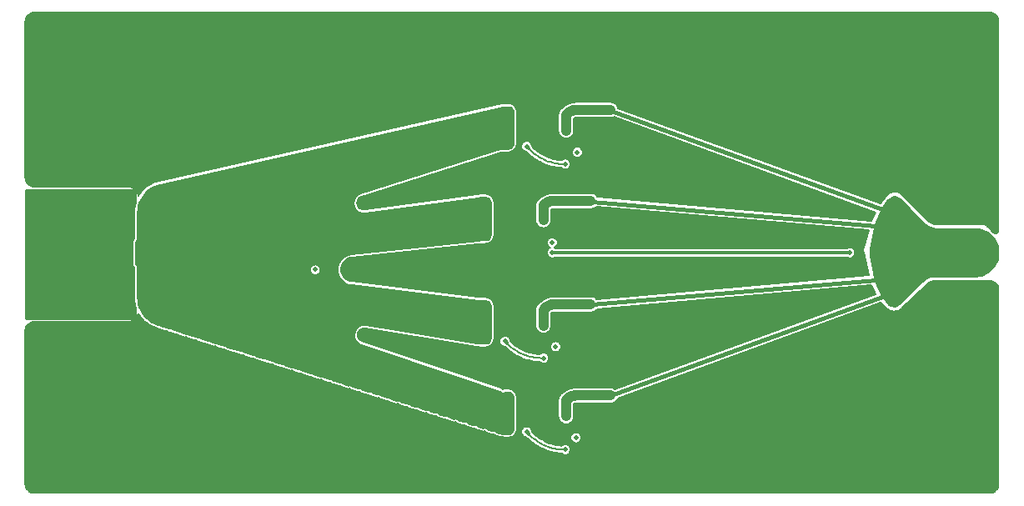
<source format=gbr>
%TF.GenerationSoftware,KiCad,Pcbnew,5.1.7*%
%TF.CreationDate,2020-12-13T02:14:48+00:00*%
%TF.ProjectId,LT3045-4,4c543330-3435-42d3-942e-6b696361645f,rev?*%
%TF.SameCoordinates,Original*%
%TF.FileFunction,Copper,L3,Inr*%
%TF.FilePolarity,Positive*%
%FSLAX46Y46*%
G04 Gerber Fmt 4.6, Leading zero omitted, Abs format (unit mm)*
G04 Created by KiCad (PCBNEW 5.1.7) date 2020-12-13 02:14:48*
%MOMM*%
%LPD*%
G01*
G04 APERTURE LIST*
%TA.AperFunction,ViaPad*%
%ADD10C,0.500000*%
%TD*%
%TA.AperFunction,Conductor*%
%ADD11C,0.350000*%
%TD*%
%TA.AperFunction,Conductor*%
%ADD12C,0.400000*%
%TD*%
%TA.AperFunction,Conductor*%
%ADD13C,1.000000*%
%TD*%
%TA.AperFunction,Conductor*%
%ADD14C,0.200000*%
%TD*%
%TA.AperFunction,Conductor*%
%ADD15C,0.100000*%
%TD*%
%TA.AperFunction,Conductor*%
%ADD16C,0.254000*%
%TD*%
%TA.AperFunction,Conductor*%
%ADD17C,0.025400*%
%TD*%
G04 APERTURE END LIST*
D10*
%TO.N,GND*%
X55000000Y-16700000D03*
X48101601Y-9723521D03*
X47125285Y-9944574D03*
X46148969Y-10165626D03*
X45172653Y-10386679D03*
X44196338Y-10607732D03*
X43220022Y-10828784D03*
X42243706Y-11049837D03*
X41267390Y-11270890D03*
X40291074Y-11491942D03*
X39314759Y-11712995D03*
X38338443Y-11934047D03*
X37362127Y-12155100D03*
X36385811Y-12376153D03*
X35409495Y-12597205D03*
X34433180Y-12818258D03*
X33456864Y-13039311D03*
X32480548Y-13260363D03*
X31504232Y-13481416D03*
X30527917Y-13702469D03*
X29551601Y-13923521D03*
X28575285Y-14144574D03*
X27598969Y-14365626D03*
X26622653Y-14586679D03*
X25646338Y-14807732D03*
X24670022Y-15028784D03*
X23693706Y-15249837D03*
X22717390Y-15470890D03*
X21741074Y-15691942D03*
X20764759Y-15912995D03*
X19788443Y-16134047D03*
X18812127Y-16355100D03*
X17835811Y-16576153D03*
X16859495Y-16797205D03*
X15883180Y-17018258D03*
X14906864Y-17239311D03*
X13930548Y-17460363D03*
X12954232Y-17681416D03*
X49077917Y-9502469D03*
X11977917Y-17902469D03*
X48153760Y-43596735D03*
X47177444Y-43288840D03*
X46201128Y-42980945D03*
X45224812Y-42673051D03*
X44248497Y-42365156D03*
X43272181Y-42057261D03*
X42295865Y-41749366D03*
X41319549Y-41441472D03*
X40343233Y-41133577D03*
X39366918Y-40825682D03*
X38390602Y-40517787D03*
X37414286Y-40209893D03*
X36437970Y-39901998D03*
X35461654Y-39594103D03*
X34485339Y-39286208D03*
X33509023Y-38978314D03*
X32532707Y-38670419D03*
X31556391Y-38362524D03*
X30580076Y-38054630D03*
X29603760Y-37746735D03*
X28627444Y-37438840D03*
X27651128Y-37130945D03*
X26674812Y-36823051D03*
X25698497Y-36515156D03*
X24722181Y-36207261D03*
X23745865Y-35899366D03*
X22769549Y-35591472D03*
X21793233Y-35283577D03*
X20816918Y-34975682D03*
X19840602Y-34667787D03*
X18864286Y-34359893D03*
X17887970Y-34051998D03*
X16911654Y-33744103D03*
X15935339Y-33436208D03*
X14959023Y-33128314D03*
X13982707Y-32820419D03*
X13006391Y-32512524D03*
X12030076Y-32204630D03*
X86993467Y-19315379D03*
X86045191Y-18970551D03*
X85096915Y-18625724D03*
X84148639Y-18280896D03*
X83200363Y-17936069D03*
X82252087Y-17591241D03*
X81303811Y-17246413D03*
X80355536Y-16901586D03*
X79407260Y-16556758D03*
X78458984Y-16211931D03*
X77510708Y-15867103D03*
X76562432Y-15522275D03*
X75614156Y-15177448D03*
X74665880Y-14832620D03*
X73717605Y-14487793D03*
X72769329Y-14142965D03*
X71821053Y-13798138D03*
X70872777Y-13453310D03*
X69924501Y-13108482D03*
X68976225Y-12763655D03*
X68027949Y-12418827D03*
X67079674Y-12074000D03*
X66131398Y-11729172D03*
X65183122Y-11384344D03*
X64234846Y-11039517D03*
X63286570Y-10694689D03*
X62338294Y-10349862D03*
X61390018Y-10005034D03*
X60706532Y-11884620D03*
X62603084Y-12574275D03*
X63551360Y-12919103D03*
X64499636Y-13263930D03*
X65447912Y-13608758D03*
X66396188Y-13953586D03*
X67344463Y-14298413D03*
X68292739Y-14643241D03*
X69241015Y-14988068D03*
X70189291Y-15332896D03*
X71137567Y-15677724D03*
X72085843Y-16022551D03*
X73034119Y-16367379D03*
X73982394Y-16712206D03*
X74930670Y-17057034D03*
X75878946Y-17401861D03*
X76827222Y-17746689D03*
X77775498Y-18091517D03*
X78723774Y-18436344D03*
X79672050Y-18781172D03*
X80620325Y-19125999D03*
X81568601Y-19470827D03*
X82516877Y-19815655D03*
X83465153Y-20160482D03*
X84413429Y-20505310D03*
X85361705Y-20850137D03*
X86309981Y-21194965D03*
X84933058Y-21125187D03*
X83906272Y-21035901D03*
X82879487Y-20946616D03*
X81852701Y-20857330D03*
X80825915Y-20768044D03*
X79799130Y-20678759D03*
X78772344Y-20589473D03*
X77745558Y-20500187D03*
X76718772Y-20410901D03*
X75691987Y-20321616D03*
X74665201Y-20232330D03*
X73638415Y-20143044D03*
X72611630Y-20053759D03*
X71584844Y-19964473D03*
X70558058Y-19875187D03*
X69531272Y-19785901D03*
X68504487Y-19696616D03*
X67477701Y-19607330D03*
X66450915Y-19518044D03*
X65424130Y-19428759D03*
X64397344Y-19339473D03*
X63370558Y-19250187D03*
X61316987Y-19071616D03*
X59263415Y-18893044D03*
X60116941Y-20974812D03*
X62170512Y-21153383D03*
X64224084Y-21331955D03*
X65250870Y-21421241D03*
X66277655Y-21510526D03*
X67304441Y-21599812D03*
X68331227Y-21689098D03*
X69358012Y-21778383D03*
X70384798Y-21867669D03*
X71411584Y-21956955D03*
X72438370Y-22046241D03*
X73465155Y-22135526D03*
X74491941Y-22224812D03*
X75518727Y-22314098D03*
X76545512Y-22403383D03*
X77572298Y-22492669D03*
X78599084Y-22581955D03*
X79625870Y-22671241D03*
X80652655Y-22760526D03*
X81679441Y-22849812D03*
X82706227Y-22939098D03*
X83733012Y-23028383D03*
X84759798Y-23117669D03*
X85786584Y-23206955D03*
X59263415Y-31156955D03*
X61316987Y-30978383D03*
X63370558Y-30799812D03*
X64397344Y-30710526D03*
X65424130Y-30621241D03*
X66450915Y-30531955D03*
X67477701Y-30442669D03*
X68504487Y-30353383D03*
X69531272Y-30264098D03*
X70558058Y-30174812D03*
X71584844Y-30085526D03*
X72611630Y-29996241D03*
X73638415Y-29906955D03*
X74665201Y-29817669D03*
X75691987Y-29728383D03*
X76718772Y-29639098D03*
X77745558Y-29549812D03*
X78772344Y-29460526D03*
X79799130Y-29371241D03*
X80825915Y-29281955D03*
X81852701Y-29192669D03*
X82879487Y-29103383D03*
X83906272Y-29014098D03*
X84933058Y-28924812D03*
X85786584Y-26843044D03*
X84759798Y-26932330D03*
X83733012Y-27021616D03*
X82706227Y-27110901D03*
X81679441Y-27200187D03*
X80652655Y-27289473D03*
X79625870Y-27378759D03*
X78599084Y-27468044D03*
X77572298Y-27557330D03*
X76545512Y-27646616D03*
X75518727Y-27735901D03*
X74491941Y-27825187D03*
X73465155Y-27914473D03*
X72438370Y-28003759D03*
X71411584Y-28093044D03*
X70384798Y-28182330D03*
X69358012Y-28271616D03*
X68331227Y-28360901D03*
X67304441Y-28450187D03*
X66277655Y-28539473D03*
X65250870Y-28628759D03*
X64224084Y-28718044D03*
X62170512Y-28896616D03*
X60116941Y-29075187D03*
X61390018Y-40094965D03*
X62338294Y-39750137D03*
X63286570Y-39405310D03*
X64234846Y-39060482D03*
X65183122Y-38715655D03*
X66131398Y-38370827D03*
X67079674Y-38025999D03*
X68027949Y-37681172D03*
X68976225Y-37336344D03*
X69924501Y-36991517D03*
X70872777Y-36646689D03*
X71821053Y-36301861D03*
X72769329Y-35957034D03*
X73717605Y-35612206D03*
X74665880Y-35267379D03*
X75614156Y-34922551D03*
X76562432Y-34577724D03*
X77510708Y-34232896D03*
X78458984Y-33888068D03*
X79407260Y-33543241D03*
X80355536Y-33198413D03*
X81303811Y-32853586D03*
X82252087Y-32508758D03*
X83200363Y-32163930D03*
X84148639Y-31819103D03*
X85096915Y-31474275D03*
X86045191Y-31129448D03*
X86993467Y-30784620D03*
X86309981Y-28905034D03*
X85361705Y-29249862D03*
X84413429Y-29594689D03*
X83465153Y-29939517D03*
X82516877Y-30284344D03*
X81568601Y-30629172D03*
X80620325Y-30974000D03*
X79672050Y-31318827D03*
X78723774Y-31663655D03*
X77775498Y-32008482D03*
X76827222Y-32353310D03*
X75878946Y-32698138D03*
X74930670Y-33042965D03*
X73982394Y-33387793D03*
X73034119Y-33732620D03*
X72085843Y-34077448D03*
X71137567Y-34422275D03*
X70189291Y-34767103D03*
X69241015Y-35111931D03*
X68292739Y-35456758D03*
X67344463Y-35801586D03*
X66396188Y-36146413D03*
X65447912Y-36491241D03*
X64499636Y-36836069D03*
X63551360Y-37180896D03*
X62603084Y-37525724D03*
X60706532Y-38215379D03*
X59216666Y-26000000D03*
X60220000Y-26000000D03*
X64233333Y-26000000D03*
X65236666Y-26000000D03*
X66240000Y-26000000D03*
X67243333Y-26000000D03*
X68246666Y-26000000D03*
X69250000Y-26000000D03*
X70253333Y-26000000D03*
X71256666Y-26000000D03*
X72260000Y-26000000D03*
X73263333Y-26000000D03*
X74266666Y-26000000D03*
X75270000Y-26000000D03*
X76273333Y-26000000D03*
X77276666Y-26000000D03*
X78280000Y-26000000D03*
X79283333Y-26000000D03*
X80286666Y-26000000D03*
X80286666Y-24000000D03*
X79283333Y-24000000D03*
X78280000Y-24000000D03*
X77276666Y-24000000D03*
X76273333Y-24000000D03*
X75270000Y-24000000D03*
X74266666Y-24000000D03*
X73263333Y-24000000D03*
X72260000Y-24000000D03*
X71256666Y-24000000D03*
X70253333Y-24000000D03*
X69250000Y-24000000D03*
X68246666Y-24000000D03*
X67243333Y-24000000D03*
X66240000Y-24000000D03*
X65236666Y-24000000D03*
X64233333Y-24000000D03*
X60220000Y-24000000D03*
X59216666Y-24000000D03*
X53700000Y-42500000D03*
X54500000Y-42500000D03*
X54500000Y-43300000D03*
X53700000Y-43300000D03*
X53700000Y-44100000D03*
X54500000Y-44100000D03*
X51400000Y-33200000D03*
X52200000Y-33200000D03*
X51400000Y-34000000D03*
X52200000Y-34000000D03*
X52200000Y-34800000D03*
X51400000Y-34800000D03*
X53700000Y-13500000D03*
X54500000Y-13500000D03*
X54500000Y-14300000D03*
X53700000Y-14300000D03*
X53700000Y-15100000D03*
X54500000Y-15100000D03*
X51400000Y-22800000D03*
X52200000Y-22800000D03*
X52200000Y-23600000D03*
X51400000Y-23600000D03*
X52200000Y-24400000D03*
X51400000Y-24400000D03*
X97000000Y-19500000D03*
X97000000Y-30500000D03*
X52300000Y-17000000D03*
X47700000Y-26200000D03*
X1369439Y-1292123D03*
X1202358Y-4243574D03*
X1392106Y-7027164D03*
X1413159Y-9604904D03*
X1248597Y-12502258D03*
X1294658Y-15509721D03*
X1378819Y-32941711D03*
X1401772Y-35693822D03*
X1407566Y-38356637D03*
X1529467Y-41262470D03*
X1241935Y-44170037D03*
X1353815Y-46822076D03*
X2171354Y-17380047D03*
X2858846Y-2694693D03*
X2643935Y-5511557D03*
X2822349Y-8226161D03*
X2725706Y-11090482D03*
X2860838Y-14095584D03*
X2758601Y-34391037D03*
X2612218Y-37002315D03*
X2862512Y-39910955D03*
X2884716Y-42779223D03*
X2724859Y-45381433D03*
X2709776Y-48229159D03*
X3328770Y-16007784D03*
X4091369Y-1310388D03*
X4109338Y-4133329D03*
X4174611Y-7083318D03*
X4153511Y-9897100D03*
X4299085Y-12442389D03*
X4252902Y-32717802D03*
X4176389Y-35780062D03*
X4010896Y-38436549D03*
X4213487Y-41136645D03*
X4223605Y-44232539D03*
X4017578Y-46748740D03*
X4938235Y-14717347D03*
X4951100Y-17369211D03*
X5685019Y-2656271D03*
X5404712Y-5555605D03*
X5472705Y-8527562D03*
X5476190Y-11072823D03*
X5501670Y-34337227D03*
X5720692Y-36919247D03*
X5487356Y-39931090D03*
X5409546Y-42526547D03*
X5618801Y-45345402D03*
X5573792Y-48211608D03*
X6134065Y-13273033D03*
X6423872Y-16037497D03*
X7125486Y-1496624D03*
X7121467Y-4077524D03*
X7074867Y-6921483D03*
X6875173Y-9724835D03*
X7025295Y-32977567D03*
X6869468Y-35632979D03*
X6864854Y-38300505D03*
X6920079Y-41436864D03*
X6837073Y-44101562D03*
X7073671Y-47022898D03*
X7718513Y-11944148D03*
X7723278Y-14665273D03*
X7772231Y-17309961D03*
X8335963Y-2916995D03*
X8483001Y-5587280D03*
X8503457Y-8521717D03*
X8431227Y-36962079D03*
X8234596Y-40027337D03*
X8296360Y-42663653D03*
X8375491Y-45371634D03*
X8262705Y-48435226D03*
X9073102Y-10413670D03*
X9160415Y-13349201D03*
X8929501Y-16153273D03*
X9646217Y-1352055D03*
X9938352Y-4074463D03*
X9929623Y-7095556D03*
X9742943Y-35819376D03*
X9760567Y-38370475D03*
X9920440Y-41238752D03*
X9614092Y-44004108D03*
X9684598Y-46927118D03*
X10451321Y-9055219D03*
X10484825Y-11703195D03*
X10385702Y-14545758D03*
X10451211Y-17516296D03*
X11204916Y-2906883D03*
X11310767Y-5623043D03*
X11103488Y-37022818D03*
X11182540Y-39895216D03*
X11224908Y-42631298D03*
X11058261Y-45300271D03*
X11131662Y-48408172D03*
X11809314Y-7815640D03*
X12033962Y-10500314D03*
X11747882Y-13246452D03*
X11754086Y-16241340D03*
X11894532Y-33474248D03*
X12518603Y-1258155D03*
X12690123Y-4271970D03*
X12611534Y-35561941D03*
X12662862Y-38646826D03*
X12511614Y-41383875D03*
X12623465Y-43939364D03*
X12458154Y-46824319D03*
X13323369Y-6317219D03*
X13140554Y-9247387D03*
X13148095Y-12003954D03*
X13258494Y-14594397D03*
X13954927Y-2922023D03*
X13985985Y-16643494D03*
X14102316Y-34142194D03*
X14107433Y-37104128D03*
X13882067Y-39817185D03*
X13905097Y-42657624D03*
X14063949Y-45556603D03*
X13870878Y-48392141D03*
X14748840Y-4884972D03*
X14542031Y-7802162D03*
X14640460Y-10590513D03*
X14682219Y-13221637D03*
X15385162Y-1279260D03*
X15230552Y-15484537D03*
X15351562Y-35773760D03*
X15481576Y-38495474D03*
X15273340Y-41157820D03*
X15243183Y-44191652D03*
X15534863Y-46946979D03*
X16142547Y-3375239D03*
X15963693Y-6423645D03*
X16183420Y-8959017D03*
X16095996Y-11816078D03*
X16917739Y-14024375D03*
X16746586Y-37226536D03*
X16676926Y-39823602D03*
X16711377Y-42639173D03*
X16846838Y-45630825D03*
X16782627Y-48220269D03*
X17523344Y-1998765D03*
X17407277Y-4943780D03*
X17509612Y-7842677D03*
X17567012Y-10458749D03*
X17562633Y-16082982D03*
X18105336Y-12413945D03*
X18044737Y-35551744D03*
X18048495Y-38310447D03*
X18172274Y-41233205D03*
X18280693Y-43929086D03*
X18207205Y-46706836D03*
X18751606Y-3447416D03*
X19035203Y-6279122D03*
X18822746Y-8961446D03*
X18898253Y-14760856D03*
X19652081Y-1389382D03*
X19723867Y-11071189D03*
X19418375Y-37169627D03*
X19547348Y-39786262D03*
X19471305Y-42789932D03*
X19738353Y-45442701D03*
X19509466Y-48402921D03*
X20228878Y-4869921D03*
X20181121Y-7844775D03*
X20151216Y-13366943D03*
X21033800Y-2833949D03*
X21072312Y-9655492D03*
X21055417Y-15380470D03*
X21061197Y-38378494D03*
X20820174Y-41136131D03*
X21090680Y-43947890D03*
X20874047Y-46908071D03*
X21603606Y-6201422D03*
X21827754Y-11902533D03*
X21529593Y-36237702D03*
X22434125Y-1374254D03*
X22241015Y-4328691D03*
X22541765Y-8290444D03*
X22304726Y-13930313D03*
X22253059Y-39800634D03*
X22422841Y-42774903D03*
X22457288Y-45406404D03*
X22329718Y-48237597D03*
X23130195Y-10477749D03*
X23248365Y-37878206D03*
X23915908Y-2806896D03*
X23787737Y-5429972D03*
X23844344Y-12542107D03*
X23668118Y-41184176D03*
X23935699Y-44140978D03*
X23707626Y-46752865D03*
X24348740Y-7550904D03*
X24315371Y-39203881D03*
X25282874Y-1324397D03*
X25140542Y-4142905D03*
X25196557Y-9932375D03*
X25192170Y-42814748D03*
X25333626Y-45538051D03*
X25125177Y-48358031D03*
X25857377Y-6370422D03*
X25799375Y-11820799D03*
X25949137Y-37871997D03*
X26013644Y-40487857D03*
X26523986Y-2894805D03*
X26738439Y-8287657D03*
X26433183Y-44109619D03*
X26472660Y-47010856D03*
X27203020Y-4919238D03*
X27409858Y-10383462D03*
X27428658Y-39334238D03*
X27341542Y-42026314D03*
X27871105Y-1415157D03*
X27827947Y-7029344D03*
X27822104Y-12485155D03*
X28011386Y-45581745D03*
X27930180Y-48161152D03*
X28697830Y-3383249D03*
X28827426Y-9168538D03*
X28508801Y-40749686D03*
X28841769Y-43228161D03*
X29277637Y-5644349D03*
X29214428Y-11012154D03*
X29352868Y-47049569D03*
X30114607Y-2244014D03*
X29933485Y-7619108D03*
X30203300Y-13100833D03*
X30160833Y-39256300D03*
X30157298Y-42109182D03*
X29912241Y-44922250D03*
X30649899Y-4288745D03*
X30945035Y-9757627D03*
X30674727Y-48289101D03*
X31423224Y-6103757D03*
X31638230Y-11818212D03*
X31427826Y-40411768D03*
X31307727Y-43387072D03*
X31597010Y-46206132D03*
X32021656Y-1304735D03*
X32330486Y-8399520D03*
X32855629Y-3451181D03*
X32951553Y-10592639D03*
X32880920Y-26437628D03*
X33024201Y-42131096D03*
X32881769Y-44893431D03*
X32914296Y-47727220D03*
X33545746Y-5519259D03*
X34389222Y-2117910D03*
X34122946Y-7527408D03*
X34332783Y-40444562D03*
X34134849Y-43499867D03*
X34296994Y-46327646D03*
X35133895Y-4106887D03*
X35009581Y-9866607D03*
X35099327Y-25800541D03*
X34815298Y-48119829D03*
X35655350Y-6250966D03*
X35568364Y-11755446D03*
X35810053Y-41985198D03*
X35701395Y-44914529D03*
X36355016Y-1486670D03*
X36390137Y-8306486D03*
X36432701Y-19693503D03*
X36207528Y-27258941D03*
X36494199Y-47045750D03*
X37194953Y-3487371D03*
X37073193Y-10372042D03*
X36953550Y-33622269D03*
X37113067Y-43369558D03*
X37907961Y-5739013D03*
X37947042Y-25999408D03*
X37797294Y-45574028D03*
X37757137Y-48276542D03*
X38567021Y-1923063D03*
X38635010Y-7775286D03*
X38409088Y-18838034D03*
X38351105Y-27978940D03*
X38446683Y-42076021D03*
X39021327Y-4228163D03*
X39139204Y-9712653D03*
X39271158Y-34351293D03*
X39325524Y-44101014D03*
X39283384Y-46782647D03*
X39923613Y-6156423D03*
X39855341Y-26463075D03*
X40673342Y-1283290D03*
X40511082Y-8250589D03*
X40488667Y-18170452D03*
X40746810Y-42601738D03*
X40648433Y-45373693D03*
X40527277Y-48363230D03*
X41168804Y-3571669D03*
X41270501Y-10360581D03*
X41290584Y-27851205D03*
X41289436Y-35135028D03*
X41907281Y-5597321D03*
X41925048Y-25253136D03*
X42074534Y-44053826D03*
X42124876Y-46786471D03*
X42824650Y-1902210D03*
X42849907Y-7627364D03*
X42601726Y-17480985D03*
X43523239Y-4058100D03*
X43377226Y-9921503D03*
X43535924Y-26469438D03*
X43329607Y-35655793D03*
X43231195Y-45450409D03*
X43479531Y-48349300D03*
X43901943Y-6285617D03*
X44035149Y-43253910D03*
X44625686Y-1524207D03*
X44821894Y-8384814D03*
X44770189Y-16627302D03*
X44892040Y-25295227D03*
X44805987Y-46727185D03*
X45447653Y-3626995D03*
X45361154Y-35011855D03*
X45495942Y-44682358D03*
X46173121Y-5598558D03*
X46339162Y-26489482D03*
X46260250Y-37003027D03*
X46239498Y-48161547D03*
X46780859Y-2156631D03*
X46922992Y-46175599D03*
X47417023Y-4011741D03*
X47460811Y-6907333D03*
X47568902Y-15993032D03*
X47715506Y-25335065D03*
X47630655Y-27980862D03*
X47427088Y-35563848D03*
X48352872Y-18005108D03*
X48256360Y-44714519D03*
X48423392Y-47610572D03*
X48997404Y-1288820D03*
X48869860Y-5543706D03*
X49140315Y-29230968D03*
X49535475Y-3355494D03*
X49772495Y-7769664D03*
X49780453Y-15480949D03*
X49653641Y-19487678D03*
X49639288Y-27140372D03*
X49626214Y-36353930D03*
X49839041Y-46139642D03*
X50522380Y-30675265D03*
X50209972Y-48286785D03*
X51080185Y-2062923D03*
X51104249Y-4803263D03*
X51035241Y-8952118D03*
X51122300Y-28699975D03*
X50955448Y-37890921D03*
X51756839Y-7110357D03*
X51738360Y-25907522D03*
X52381355Y-3371071D03*
X52492637Y-10485277D03*
X52320543Y-39143300D03*
X52588131Y-45336242D03*
X53245705Y-1360762D03*
X53065186Y-5744898D03*
X53237910Y-8317625D03*
X53176320Y-47583486D03*
X54596871Y-2876174D03*
X54574285Y-7013082D03*
X55321226Y-4700864D03*
X55174233Y-46794003D03*
X55927901Y-1485307D03*
X56518810Y-3443856D03*
X56566743Y-6220261D03*
X56687657Y-45458775D03*
X56673421Y-48109812D03*
X57977822Y-2056770D03*
X58180252Y-5019740D03*
X58168377Y-7691114D03*
X58126187Y-47036725D03*
X59312260Y-3468882D03*
X59421158Y-6355292D03*
X59557985Y-48114793D03*
X60172804Y-1266416D03*
X60001907Y-8382681D03*
X60259191Y-46182682D03*
X61013297Y-4778079D03*
X60903211Y-44239403D03*
X61606793Y-2662600D03*
X61477997Y-6874300D03*
X61665731Y-41112789D03*
X61693992Y-47522776D03*
X62374189Y-9131594D03*
X62408372Y-45578233D03*
X63094184Y-1327659D03*
X62980996Y-4252447D03*
X63016609Y-42719135D03*
X63827581Y-6191650D03*
X63820567Y-14834481D03*
X63597730Y-17594162D03*
X63598656Y-22403947D03*
X63511899Y-27266603D03*
X63782222Y-32259269D03*
X63808750Y-35047730D03*
X63582657Y-40537206D03*
X63674806Y-47030109D03*
X64421328Y-2768179D03*
X64228159Y-8496817D03*
X64501786Y-43970960D03*
X64904966Y-4901817D03*
X65156398Y-16209476D03*
X65031828Y-33416121D03*
X65003110Y-41896456D03*
X64960279Y-48339230D03*
X65918972Y-1302302D03*
X65890726Y-7113491D03*
X65704697Y-9868911D03*
X65808759Y-18167122D03*
X65766665Y-39852536D03*
X65754842Y-45440810D03*
X66499903Y-3577697D03*
X66632430Y-27291512D03*
X66366552Y-32076193D03*
X66505756Y-43376455D03*
X67261852Y-5593417D03*
X67305454Y-8443243D03*
X67020683Y-15423839D03*
X67172051Y-34273273D03*
X67004113Y-41418729D03*
X67030466Y-46715950D03*
X67794651Y-2137392D03*
X68024120Y-10496282D03*
X67948713Y-17468025D03*
X67727576Y-39092763D03*
X67935966Y-44608810D03*
X68646384Y-4209441D03*
X68613196Y-6846626D03*
X68513008Y-31334238D03*
X68575472Y-42677267D03*
X68495658Y-48442443D03*
X69368479Y-8930566D03*
X69396493Y-27237711D03*
X69160901Y-33452674D03*
X69131360Y-40510328D03*
X69214933Y-46092766D03*
X70031961Y-1386514D03*
X70034976Y-5740695D03*
X69902395Y-11140651D03*
X69820948Y-16667033D03*
X69851620Y-38380295D03*
X69876035Y-44240328D03*
X70577724Y-3400756D03*
X70753773Y-7506451D03*
X70604360Y-18737784D03*
X70806008Y-32311700D03*
X70755065Y-41841114D03*
X70500409Y-47418940D03*
X71239152Y-9742466D03*
X71288418Y-40039795D03*
X71345314Y-45452740D03*
X72220545Y-2124060D03*
X72109400Y-4952126D03*
X72193130Y-12001554D03*
X71960959Y-17469814D03*
X72085714Y-37686806D03*
X72156774Y-43235155D03*
X72744697Y-6868699D03*
X72832519Y-31385516D03*
X72667153Y-41194467D03*
X72793710Y-46775325D03*
X73492808Y-3606040D03*
X73396625Y-8942865D03*
X73442269Y-18701970D03*
X73500047Y-39033657D03*
X73539624Y-44805130D03*
X74134909Y-1424405D03*
X74343799Y-5623295D03*
X74292700Y-11219184D03*
X74098106Y-37135105D03*
X74273466Y-42605016D03*
X74348335Y-48241825D03*
X74762153Y-7681363D03*
X74931104Y-13309868D03*
X74794884Y-30806264D03*
X74985703Y-40431923D03*
X74783685Y-46255032D03*
X75737632Y-2618956D03*
X75725949Y-9619856D03*
X75549321Y-38326419D03*
X75672805Y-44175326D03*
X76400374Y-5026989D03*
X76413886Y-11917326D03*
X76206264Y-18772327D03*
X76291232Y-36435466D03*
X76196308Y-42091815D03*
X76222622Y-47598326D03*
X76956094Y-1305729D03*
X76959086Y-7096485D03*
X77050957Y-13959042D03*
X76931923Y-39741766D03*
X77084548Y-45481110D03*
X77564299Y-3421790D03*
X77715214Y-8900230D03*
X77639127Y-30613255D03*
X77706933Y-37610880D03*
X77815877Y-43311696D03*
X78532635Y-5614173D03*
X78483338Y-11234194D03*
X78398707Y-35600982D03*
X78473421Y-41159658D03*
X78500874Y-46796551D03*
X79026848Y-2082023D03*
X78932398Y-7523847D03*
X79077995Y-13229298D03*
X79037524Y-39315008D03*
X78940034Y-44862156D03*
X79908780Y-4109252D03*
X79946148Y-9721591D03*
X79630746Y-15329584D03*
X79925431Y-37183648D03*
X79756345Y-42768200D03*
X79860957Y-48173489D03*
X80539334Y-6394512D03*
X80591681Y-11733584D03*
X80383504Y-34436919D03*
X80377045Y-40702260D03*
X80341706Y-46106992D03*
X81123090Y-1432722D03*
X81096194Y-8360255D03*
X81197263Y-14039227D03*
X81057728Y-38496949D03*
X81178067Y-44245763D03*
X81861166Y-3595444D03*
X82009341Y-10397398D03*
X81749552Y-16219600D03*
X81769232Y-35550121D03*
X81819520Y-41878253D03*
X81974328Y-47563782D03*
X82459548Y-5513643D03*
X82609986Y-12714875D03*
X82422907Y-33536629D03*
X82684099Y-39845411D03*
X82552310Y-45524252D03*
X83176607Y-2143049D03*
X83306016Y-7657353D03*
X83378244Y-14518077D03*
X83198275Y-36987982D03*
X83449169Y-43350980D03*
X83952357Y-4114202D03*
X83994748Y-9778476D03*
X84124547Y-16653137D03*
X84110959Y-34860711D03*
X84110420Y-41193270D03*
X83892861Y-46870900D03*
X84821347Y-6296116D03*
X84572043Y-12027709D03*
X84537866Y-32941997D03*
X84510849Y-38577348D03*
X84741125Y-44871646D03*
X85269192Y-1407579D03*
X85442951Y-8533542D03*
X85272332Y-14055249D03*
X85441794Y-36412318D03*
X85210833Y-42673991D03*
X85534793Y-48169219D03*
X86069515Y-3642626D03*
X85991373Y-10305076D03*
X86126011Y-16160245D03*
X85916117Y-34377325D03*
X86038008Y-39775128D03*
X85979258Y-46346150D03*
X86824226Y-5604640D03*
X86745122Y-12685357D03*
X86880201Y-32113412D03*
X86624595Y-37909710D03*
X86875074Y-44168937D03*
X87420757Y-2218350D03*
X87556544Y-7560812D03*
X87376885Y-14611298D03*
X87347075Y-17452963D03*
X87345734Y-35593352D03*
X87512077Y-41207017D03*
X87410271Y-47720783D03*
X88035603Y-4157638D03*
X88168047Y-9629557D03*
X88053254Y-33617415D03*
X88314660Y-39303977D03*
X88296077Y-45484992D03*
X88771608Y-6150827D03*
X88922523Y-11833433D03*
X88926396Y-16215466D03*
X88739143Y-31468060D03*
X88910463Y-37116419D03*
X88785112Y-42507015D03*
X89560299Y-1334994D03*
X89433945Y-8302956D03*
X89434625Y-13917355D03*
X89688084Y-18002030D03*
X89707151Y-34865896D03*
X89739011Y-40558684D03*
X89602322Y-46954959D03*
X90223195Y-3387594D03*
X90341207Y-10351787D03*
X90415334Y-33028520D03*
X90265872Y-38591143D03*
X90160576Y-44211808D03*
X90924566Y-5509990D03*
X91090626Y-12420078D03*
X90818481Y-15263916D03*
X91114555Y-19533734D03*
X91137447Y-30183572D03*
X90803730Y-36258599D03*
X90825482Y-42126257D03*
X90959080Y-48416580D03*
X91790045Y-2112793D03*
X91825096Y-7538732D03*
X91706723Y-17377141D03*
X91732882Y-34295834D03*
X91777085Y-39747190D03*
X91581216Y-45572180D03*
X92422728Y-4013293D03*
X92498173Y-9841181D03*
X92363827Y-14072395D03*
X92390888Y-20958840D03*
X92340155Y-28772371D03*
X92321192Y-31314752D03*
X92263126Y-37621339D03*
X92501293Y-43206775D03*
X93227673Y-6325085D03*
X92999066Y-12032644D03*
X93209969Y-15981900D03*
X93199454Y-18838525D03*
X93092655Y-35840768D03*
X93026667Y-41383993D03*
X93152845Y-46873898D03*
X93896926Y-1294714D03*
X93770036Y-8537519D03*
X93891368Y-30086129D03*
X93748297Y-32885179D03*
X93792188Y-39120922D03*
X93818563Y-44715907D03*
X94638177Y-3527880D03*
X94543648Y-10398725D03*
X94628516Y-13216991D03*
X94528545Y-17610550D03*
X94588747Y-28100000D03*
X94356089Y-37078355D03*
X94625441Y-42813076D03*
X94620364Y-48319712D03*
X95013465Y-5531334D03*
X95139487Y-15354851D03*
X95258181Y-31526040D03*
X95264658Y-34156258D03*
X95107691Y-40446429D03*
X95316066Y-46173530D03*
X95955352Y-2080726D03*
X95762356Y-7623053D03*
X95938688Y-11812074D03*
X95912612Y-38514925D03*
X96026227Y-43929626D03*
X96748035Y-4086459D03*
X96646335Y-9844534D03*
X96426442Y-13982897D03*
X96519651Y-16786839D03*
X96674776Y-32914336D03*
X96545092Y-35707428D03*
X96738924Y-41835962D03*
X96450739Y-47591024D03*
X97312353Y-6397988D03*
X97500000Y-28100000D03*
X97276889Y-39919193D03*
X97166622Y-45374655D03*
X98116147Y-1399918D03*
X98074047Y-8411475D03*
X97958551Y-11229942D03*
X98067063Y-15435992D03*
X98038226Y-18190783D03*
X97879697Y-34196971D03*
X97872982Y-36972872D03*
X97846844Y-43414107D03*
X98799138Y-3492995D03*
X98545829Y-13368389D03*
X98621830Y-30834550D03*
X98835242Y-41343413D03*
X98674144Y-46919584D03*
X65900000Y-22800000D03*
X68400000Y-22600000D03*
X70700000Y-23000000D03*
X74400000Y-23000000D03*
X77700000Y-23400000D03*
X79100000Y-19600000D03*
X38300000Y-11400000D03*
X1804999Y-22374999D03*
X1804999Y-27274999D03*
X1804999Y-30774999D03*
X3204999Y-27974999D03*
X3904999Y-22374999D03*
X3904999Y-30774999D03*
X4604999Y-27274999D03*
X6004999Y-19574999D03*
X6004999Y-21674999D03*
X6004999Y-28674999D03*
X6004999Y-30774999D03*
X7404999Y-20274999D03*
X7404999Y-30074999D03*
X8804999Y-19574999D03*
X8804999Y-30774999D03*
X10204999Y-30074999D03*
X10904999Y-19574999D03*
X1200000Y-19200000D03*
X3300000Y-19200000D03*
X7800000Y-19300000D03*
X8500000Y-29500000D03*
X3200000Y-27000000D03*
X2800000Y-23400000D03*
X6100000Y-23300000D03*
X7400000Y-21800000D03*
X30000000Y-26700000D03*
X35500000Y-33500000D03*
X35500000Y-19800000D03*
X39600000Y-19300000D03*
X41900000Y-18900000D03*
X44000000Y-18800000D03*
X43800000Y-28600000D03*
X45800000Y-28500000D03*
X45800000Y-18400000D03*
X46600000Y-16700000D03*
X53700000Y-17000000D03*
X55800000Y-17200000D03*
X56600000Y-16400000D03*
X52600000Y-11800000D03*
X51000000Y-10100000D03*
X52200000Y-27500000D03*
X54000000Y-26300000D03*
X54700000Y-27400000D03*
X55100000Y-26200000D03*
X57400000Y-41600000D03*
X52700000Y-41000000D03*
X51200000Y-39400000D03*
X49100000Y-38700000D03*
X55300000Y-36000000D03*
X53900000Y-37400000D03*
X53600000Y-36400000D03*
X51900000Y-36500000D03*
X52500000Y-37600000D03*
X54800000Y-48700000D03*
X55400000Y-32300000D03*
X57700000Y-12500000D03*
X49800000Y-43900000D03*
X49100000Y-43900000D03*
X57300000Y-13300000D03*
X57200000Y-42500000D03*
X55000000Y-33200000D03*
%TO.N,Net-(R5-Pad2)*%
X54100000Y-25000000D03*
X84300000Y-25000000D03*
%TO.N,/VOUT*%
X99100000Y-25000000D03*
X97500000Y-23000000D03*
X96500000Y-23000000D03*
X95500000Y-23000000D03*
X94500000Y-23000000D03*
X97500000Y-27000000D03*
X96500000Y-27000000D03*
X95500000Y-27000000D03*
X94500000Y-27000000D03*
X93500000Y-27000000D03*
X92500000Y-27000000D03*
X93500000Y-23000000D03*
X92500000Y-23000000D03*
X87750000Y-25000000D03*
X55500000Y-12600000D03*
X55500000Y-11800000D03*
X55500000Y-11000000D03*
X53200000Y-20200000D03*
X53200000Y-32400000D03*
X53200000Y-31600000D03*
X53200000Y-30800000D03*
X55500000Y-41600000D03*
X55500000Y-40800000D03*
X55500000Y-40000000D03*
X98300000Y-26600000D03*
X98900000Y-25900000D03*
X98900000Y-24100000D03*
X98300000Y-23400000D03*
X91500000Y-23000000D03*
X90500000Y-23000000D03*
X89500000Y-23000000D03*
X88500000Y-23000000D03*
X91500000Y-27000000D03*
X90500000Y-27000000D03*
X89500000Y-27000000D03*
X88500000Y-27000000D03*
X53200000Y-21000000D03*
X53200000Y-21700000D03*
%TO.N,/VIN*%
X49700000Y-10700000D03*
X49700000Y-11500000D03*
X49700000Y-12300000D03*
X49700000Y-13100000D03*
X49700000Y-13900000D03*
X47400000Y-19900000D03*
X47400000Y-20700000D03*
X47400000Y-21500000D03*
X47400000Y-22300000D03*
X47400000Y-23100000D03*
X47400000Y-30400000D03*
X47400000Y-31200000D03*
X47400000Y-32000000D03*
X47400000Y-32800000D03*
X47400000Y-33600000D03*
X49700000Y-39700000D03*
X49700000Y-40500000D03*
X49700000Y-41300000D03*
X49700000Y-42100000D03*
X49700000Y-42900000D03*
X13900000Y-24100000D03*
X13900000Y-25900000D03*
X13900000Y-24700000D03*
X13900000Y-25300000D03*
X12100000Y-26200000D03*
X12100000Y-23800000D03*
X12700000Y-23800000D03*
X13300000Y-23800000D03*
X13300000Y-26200000D03*
X12700000Y-26200000D03*
X53200000Y-35700000D03*
X49300000Y-34000000D03*
X55400000Y-16000000D03*
X55400006Y-45000000D03*
X51500000Y-14200000D03*
X51500000Y-43200000D03*
%TO.N,Net-(C11-Pad1)*%
X56500000Y-43800000D03*
X54450000Y-34550000D03*
X56650000Y-14800000D03*
X54100000Y-24000000D03*
%TD*%
D11*
%TO.N,Net-(R5-Pad2)*%
X84300000Y-25000000D02*
X54200000Y-25000000D01*
D12*
%TO.N,/VOUT*%
X87600000Y-20600000D02*
X60100000Y-10600000D01*
X87600000Y-29500000D02*
X60100000Y-39500000D01*
X86900000Y-22300000D02*
X58150000Y-19800000D01*
X86900000Y-27750000D02*
X58150000Y-30250000D01*
D13*
X55500000Y-41600000D02*
X55500000Y-40800000D01*
X55500000Y-40800000D02*
X55500000Y-40000000D01*
X53200000Y-32400000D02*
X53200000Y-31600000D01*
X53200000Y-31600000D02*
X53200000Y-30800000D01*
X53200000Y-20200000D02*
X53200000Y-21000000D01*
X53200000Y-21000000D02*
X53200000Y-21700000D01*
X55500000Y-11000000D02*
X55500000Y-11800000D01*
X55500000Y-11800000D02*
X55500000Y-12600000D01*
X56500000Y-10500000D02*
X60000000Y-10500000D01*
X56500000Y-10500000D02*
X56440770Y-10501453D01*
X56440770Y-10501453D02*
X56381682Y-10505812D01*
X56381682Y-10505812D02*
X56322880Y-10513064D01*
X56322880Y-10513064D02*
X56264504Y-10523193D01*
X56264504Y-10523193D02*
X56206696Y-10536175D01*
X56206696Y-10536175D02*
X56149595Y-10551977D01*
X56149595Y-10551977D02*
X56093337Y-10570562D01*
X56093337Y-10570562D02*
X56038059Y-10591885D01*
X56038059Y-10591885D02*
X55983894Y-10615894D01*
X55983894Y-10615894D02*
X55930973Y-10642533D01*
X55930973Y-10642533D02*
X55879422Y-10671736D01*
X55879422Y-10671736D02*
X55829366Y-10703433D01*
X55829366Y-10703433D02*
X55780926Y-10737548D01*
X55780926Y-10737548D02*
X55734218Y-10774000D01*
X55734218Y-10774000D02*
X55689355Y-10812699D01*
X55689355Y-10812699D02*
X55646446Y-10853553D01*
X55646446Y-10853553D02*
X55500000Y-11000000D01*
X54150000Y-19750000D02*
X58000000Y-19750000D01*
X54150000Y-19750000D02*
X54090770Y-19751453D01*
X54090770Y-19751453D02*
X54031682Y-19755812D01*
X54031682Y-19755812D02*
X53972880Y-19763064D01*
X53972880Y-19763064D02*
X53914504Y-19773193D01*
X53914504Y-19773193D02*
X53856696Y-19786175D01*
X53856696Y-19786175D02*
X53799595Y-19801977D01*
X53799595Y-19801977D02*
X53743337Y-19820562D01*
X53743337Y-19820562D02*
X53688059Y-19841885D01*
X53688059Y-19841885D02*
X53633894Y-19865894D01*
X53633894Y-19865894D02*
X53580973Y-19892533D01*
X53580973Y-19892533D02*
X53529422Y-19921736D01*
X53529422Y-19921736D02*
X53479366Y-19953433D01*
X53479366Y-19953433D02*
X53430926Y-19987548D01*
X53430926Y-19987548D02*
X53384218Y-20024000D01*
X53384218Y-20024000D02*
X53339355Y-20062699D01*
X53339355Y-20062699D02*
X53296446Y-20103553D01*
X53296446Y-20103553D02*
X53200000Y-20200000D01*
X53396446Y-30603553D02*
X53200000Y-30800000D01*
X53396446Y-30603553D02*
X53439355Y-30562699D01*
X53439355Y-30562699D02*
X53484218Y-30524000D01*
X53484218Y-30524000D02*
X53530926Y-30487548D01*
X53530926Y-30487548D02*
X53579366Y-30453433D01*
X53579366Y-30453433D02*
X53629422Y-30421736D01*
X53629422Y-30421736D02*
X53680973Y-30392533D01*
X53680973Y-30392533D02*
X53733894Y-30365894D01*
X53733894Y-30365894D02*
X53788059Y-30341885D01*
X53788059Y-30341885D02*
X53843337Y-30320562D01*
X53843337Y-30320562D02*
X53899595Y-30301977D01*
X53899595Y-30301977D02*
X53956696Y-30286175D01*
X53956696Y-30286175D02*
X54014504Y-30273193D01*
X54014504Y-30273193D02*
X54072880Y-30263064D01*
X54072880Y-30263064D02*
X54131682Y-30255812D01*
X54131682Y-30255812D02*
X54190770Y-30251453D01*
X54190770Y-30251453D02*
X54250000Y-30250000D01*
X54250000Y-30250000D02*
X58000000Y-30250000D01*
X55646446Y-39853553D02*
X55500000Y-40000000D01*
X55646446Y-39853553D02*
X55689355Y-39812698D01*
X55689355Y-39812698D02*
X55734218Y-39773999D01*
X55734218Y-39773999D02*
X55780926Y-39737548D01*
X55780926Y-39737548D02*
X55829366Y-39703433D01*
X55829366Y-39703433D02*
X55879422Y-39671735D01*
X55879422Y-39671735D02*
X55930973Y-39642532D01*
X55930973Y-39642532D02*
X55983894Y-39615894D01*
X55983894Y-39615894D02*
X56038059Y-39591884D01*
X56038059Y-39591884D02*
X56093337Y-39570561D01*
X56093337Y-39570561D02*
X56149595Y-39551976D01*
X56149595Y-39551976D02*
X56206696Y-39536174D01*
X56206696Y-39536174D02*
X56264504Y-39523193D01*
X56264504Y-39523193D02*
X56322880Y-39513064D01*
X56322880Y-39513064D02*
X56381682Y-39505812D01*
X56381682Y-39505812D02*
X56440770Y-39501453D01*
X56440770Y-39501453D02*
X56500000Y-39500000D01*
X56500000Y-39500000D02*
X60000000Y-39500000D01*
D14*
%TO.N,/VIN*%
X49585786Y-34285786D02*
X49300000Y-34000000D01*
X49585786Y-34285786D02*
X49757426Y-34449200D01*
X49757426Y-34449200D02*
X49936878Y-34603996D01*
X49936878Y-34603996D02*
X50123709Y-34749800D01*
X50123709Y-34749800D02*
X50317469Y-34886262D01*
X50317469Y-34886262D02*
X50517692Y-35013051D01*
X50517692Y-35013051D02*
X50723895Y-35129864D01*
X50723895Y-35129864D02*
X50935581Y-35236418D01*
X50935581Y-35236418D02*
X51152241Y-35332456D01*
X51152241Y-35332456D02*
X51373351Y-35417748D01*
X51373351Y-35417748D02*
X51598381Y-35492088D01*
X51598381Y-35492088D02*
X51826787Y-35555296D01*
X51826787Y-35555296D02*
X52058020Y-35607221D01*
X52058020Y-35607221D02*
X52291522Y-35647738D01*
X52291522Y-35647738D02*
X52526731Y-35676748D01*
X52526731Y-35676748D02*
X52763080Y-35694182D01*
X52763080Y-35694182D02*
X53000000Y-35700000D01*
X53000000Y-35700000D02*
X53200000Y-35700000D01*
X55300000Y-15900000D02*
X55400000Y-16000000D01*
X55300000Y-44900000D02*
X55400000Y-45000000D01*
X55400000Y-45000000D02*
X55400006Y-45000000D01*
X55400000Y-45000000D02*
X55400006Y-45000000D01*
X55400000Y-16000000D02*
X55400000Y-16000000D01*
X55300000Y-16000000D02*
X55400000Y-16000000D01*
X55300000Y-16000000D02*
X55063080Y-15994183D01*
X55063080Y-15994183D02*
X54826731Y-15976749D01*
X54826731Y-15976749D02*
X54591522Y-15947739D01*
X54591522Y-15947739D02*
X54358020Y-15907223D01*
X54358020Y-15907223D02*
X54126787Y-15855298D01*
X54126787Y-15855298D02*
X53898381Y-15792089D01*
X53898381Y-15792089D02*
X53673351Y-15717749D01*
X53673351Y-15717749D02*
X53452240Y-15632457D01*
X53452240Y-15632457D02*
X53235581Y-15536419D01*
X53235581Y-15536419D02*
X53023894Y-15429865D01*
X53023894Y-15429865D02*
X52817691Y-15313052D01*
X52817691Y-15313052D02*
X52617469Y-15186263D01*
X52617469Y-15186263D02*
X52423708Y-15049801D01*
X52423708Y-15049801D02*
X52236877Y-14903997D01*
X52236877Y-14903997D02*
X52057425Y-14749201D01*
X52057425Y-14749201D02*
X51885786Y-14585786D01*
X51885786Y-14585786D02*
X51500000Y-14200000D01*
X55300000Y-45000000D02*
X55400006Y-45000000D01*
X55300000Y-45000000D02*
X55063080Y-44994183D01*
X55063080Y-44994183D02*
X54826731Y-44976749D01*
X54826731Y-44976749D02*
X54591522Y-44947739D01*
X54591522Y-44947739D02*
X54358020Y-44907223D01*
X54358020Y-44907223D02*
X54126787Y-44855298D01*
X54126787Y-44855298D02*
X53898381Y-44792089D01*
X53898381Y-44792089D02*
X53673351Y-44717749D01*
X53673351Y-44717749D02*
X53452240Y-44632457D01*
X53452240Y-44632457D02*
X53235581Y-44536419D01*
X53235581Y-44536419D02*
X53023894Y-44429865D01*
X53023894Y-44429865D02*
X52817691Y-44313052D01*
X52817691Y-44313052D02*
X52617469Y-44186263D01*
X52617469Y-44186263D02*
X52423708Y-44049801D01*
X52423708Y-44049801D02*
X52236877Y-43903997D01*
X52236877Y-43903997D02*
X52057425Y-43749201D01*
X52057425Y-43749201D02*
X51885786Y-43585786D01*
X51885786Y-43585786D02*
X51500000Y-43200000D01*
%TD*%
%TO.N,/VOUT*%
X88974829Y-19351448D02*
X89145166Y-19393658D01*
X89302419Y-19471551D01*
X89443472Y-19584894D01*
X91843503Y-21984925D01*
X91848279Y-21989398D01*
X92044969Y-22161891D01*
X92055347Y-22169854D01*
X92272870Y-22315198D01*
X92284198Y-22321738D01*
X92518831Y-22437446D01*
X92530916Y-22442452D01*
X92778645Y-22526545D01*
X92791280Y-22529931D01*
X93047866Y-22580969D01*
X93060835Y-22582676D01*
X93321887Y-22599786D01*
X93328427Y-22600000D01*
X97168298Y-22600000D01*
X97419542Y-22616467D01*
X97663277Y-22664949D01*
X97898591Y-22744828D01*
X98121464Y-22854737D01*
X98328087Y-22992797D01*
X98517388Y-23158810D01*
X98841190Y-23482612D01*
X99007203Y-23671913D01*
X99145263Y-23878536D01*
X99255172Y-24101409D01*
X99335051Y-24336723D01*
X99383533Y-24580458D01*
X99400000Y-24831702D01*
X99400000Y-25168298D01*
X99383533Y-25419542D01*
X99335051Y-25663277D01*
X99255172Y-25898591D01*
X99145263Y-26121464D01*
X99007203Y-26328087D01*
X98841190Y-26517388D01*
X98517388Y-26841190D01*
X98328087Y-27007203D01*
X98121464Y-27145263D01*
X97898591Y-27255172D01*
X97663277Y-27335051D01*
X97419542Y-27383533D01*
X97168298Y-27400000D01*
X93078427Y-27400000D01*
X93071887Y-27400214D01*
X92810835Y-27417324D01*
X92797866Y-27419031D01*
X92541280Y-27470069D01*
X92528645Y-27473455D01*
X92280916Y-27557548D01*
X92268831Y-27562554D01*
X92034198Y-27678262D01*
X92022870Y-27684802D01*
X91805347Y-27830146D01*
X91794969Y-27838109D01*
X91598279Y-28010602D01*
X91593503Y-28015075D01*
X89373297Y-30235281D01*
X89241892Y-30341883D01*
X89095979Y-30416713D01*
X88937771Y-30459851D01*
X88774068Y-30469441D01*
X88611902Y-30445070D01*
X88458251Y-30387786D01*
X88319710Y-30300051D01*
X88198493Y-30181987D01*
X87766010Y-29663007D01*
X87603554Y-29436542D01*
X87475499Y-29188972D01*
X86932047Y-27920919D01*
X86858095Y-27717462D01*
X86807458Y-27507002D01*
X86413972Y-25342830D01*
X86386382Y-25113829D01*
X86386382Y-24886171D01*
X86413972Y-24657170D01*
X86807458Y-22492998D01*
X86858095Y-22282538D01*
X86932042Y-22079097D01*
X87505698Y-20740564D01*
X87597429Y-20554826D01*
X87708594Y-20380014D01*
X88203218Y-19687541D01*
X88323718Y-19552552D01*
X88466027Y-19449866D01*
X88627106Y-19380226D01*
X88799402Y-19346898D01*
X88974829Y-19351448D01*
%TA.AperFunction,Conductor*%
D15*
G36*
X88974829Y-19351448D02*
G01*
X89145166Y-19393658D01*
X89302419Y-19471551D01*
X89443472Y-19584894D01*
X91843503Y-21984925D01*
X91848279Y-21989398D01*
X92044969Y-22161891D01*
X92055347Y-22169854D01*
X92272870Y-22315198D01*
X92284198Y-22321738D01*
X92518831Y-22437446D01*
X92530916Y-22442452D01*
X92778645Y-22526545D01*
X92791280Y-22529931D01*
X93047866Y-22580969D01*
X93060835Y-22582676D01*
X93321887Y-22599786D01*
X93328427Y-22600000D01*
X97168298Y-22600000D01*
X97419542Y-22616467D01*
X97663277Y-22664949D01*
X97898591Y-22744828D01*
X98121464Y-22854737D01*
X98328087Y-22992797D01*
X98517388Y-23158810D01*
X98841190Y-23482612D01*
X99007203Y-23671913D01*
X99145263Y-23878536D01*
X99255172Y-24101409D01*
X99335051Y-24336723D01*
X99383533Y-24580458D01*
X99400000Y-24831702D01*
X99400000Y-25168298D01*
X99383533Y-25419542D01*
X99335051Y-25663277D01*
X99255172Y-25898591D01*
X99145263Y-26121464D01*
X99007203Y-26328087D01*
X98841190Y-26517388D01*
X98517388Y-26841190D01*
X98328087Y-27007203D01*
X98121464Y-27145263D01*
X97898591Y-27255172D01*
X97663277Y-27335051D01*
X97419542Y-27383533D01*
X97168298Y-27400000D01*
X93078427Y-27400000D01*
X93071887Y-27400214D01*
X92810835Y-27417324D01*
X92797866Y-27419031D01*
X92541280Y-27470069D01*
X92528645Y-27473455D01*
X92280916Y-27557548D01*
X92268831Y-27562554D01*
X92034198Y-27678262D01*
X92022870Y-27684802D01*
X91805347Y-27830146D01*
X91794969Y-27838109D01*
X91598279Y-28010602D01*
X91593503Y-28015075D01*
X89373297Y-30235281D01*
X89241892Y-30341883D01*
X89095979Y-30416713D01*
X88937771Y-30459851D01*
X88774068Y-30469441D01*
X88611902Y-30445070D01*
X88458251Y-30387786D01*
X88319710Y-30300051D01*
X88198493Y-30181987D01*
X87766010Y-29663007D01*
X87603554Y-29436542D01*
X87475499Y-29188972D01*
X86932047Y-27920919D01*
X86858095Y-27717462D01*
X86807458Y-27507002D01*
X86413972Y-25342830D01*
X86386382Y-25113829D01*
X86386382Y-24886171D01*
X86413972Y-24657170D01*
X86807458Y-22492998D01*
X86858095Y-22282538D01*
X86932042Y-22079097D01*
X87505698Y-20740564D01*
X87597429Y-20554826D01*
X87708594Y-20380014D01*
X88203218Y-19687541D01*
X88323718Y-19552552D01*
X88466027Y-19449866D01*
X88627106Y-19380226D01*
X88799402Y-19346898D01*
X88974829Y-19351448D01*
G37*
%TD.AperFunction*%
%TD*%
D14*
%TO.N,GND*%
X98675485Y-617768D02*
X98844229Y-668955D01*
X98999745Y-752080D01*
X99136054Y-863946D01*
X99247920Y-1000255D01*
X99331045Y-1155771D01*
X99382232Y-1324515D01*
X99400000Y-1504908D01*
X99400000Y-22729397D01*
X99385268Y-22825938D01*
X99345787Y-22906790D01*
X99283984Y-22972191D01*
X99205494Y-23016182D01*
X99117453Y-23034762D01*
X99027873Y-23026240D01*
X98944918Y-22991392D01*
X98870264Y-22928442D01*
X98474066Y-22475645D01*
X98466640Y-22468018D01*
X98310437Y-22323815D01*
X98293372Y-22311137D01*
X98110215Y-22203212D01*
X98090856Y-22194427D01*
X97889025Y-22127657D01*
X97868246Y-22123164D01*
X97656861Y-22100567D01*
X97646232Y-22100000D01*
X93015257Y-22100000D01*
X92836347Y-22082527D01*
X92668874Y-22032172D01*
X92514310Y-21950366D01*
X92374702Y-21837122D01*
X89641794Y-19139706D01*
X89634709Y-19133350D01*
X89487301Y-19013255D01*
X89471486Y-19002701D01*
X89304011Y-18912677D01*
X89286484Y-18905308D01*
X89104998Y-18848610D01*
X89086392Y-18844691D01*
X88897454Y-18823369D01*
X88878443Y-18823042D01*
X88688885Y-18837867D01*
X88670156Y-18841145D01*
X88486831Y-18891580D01*
X88469061Y-18898344D01*
X88298595Y-18982567D01*
X88282426Y-18992572D01*
X88130983Y-19107538D01*
X88117001Y-19120422D01*
X87990056Y-19261973D01*
X87984046Y-19269353D01*
X87438057Y-20009079D01*
X60779945Y-10315222D01*
X60742679Y-10192372D01*
X60668393Y-10053394D01*
X60568422Y-9931578D01*
X60446606Y-9831607D01*
X60307628Y-9757321D01*
X60156827Y-9711576D01*
X60039293Y-9700000D01*
X56529460Y-9700000D01*
X56519662Y-9699277D01*
X56490196Y-9700000D01*
X56460707Y-9700000D01*
X56450923Y-9700964D01*
X56440752Y-9701213D01*
X56421099Y-9700731D01*
X56401509Y-9702176D01*
X56381870Y-9702658D01*
X56362360Y-9705064D01*
X56342406Y-9706536D01*
X56322759Y-9707018D01*
X56303246Y-9709425D01*
X56283639Y-9710871D01*
X56264274Y-9714231D01*
X56244424Y-9716680D01*
X56224828Y-9718125D01*
X56205465Y-9721485D01*
X56185962Y-9723890D01*
X56166790Y-9728195D01*
X56147070Y-9731616D01*
X56127552Y-9734024D01*
X56108382Y-9738329D01*
X56089023Y-9741688D01*
X56070067Y-9746934D01*
X56050553Y-9751316D01*
X56031195Y-9754675D01*
X56012247Y-9759919D01*
X55993067Y-9764226D01*
X55974412Y-9770389D01*
X55955142Y-9775722D01*
X55935961Y-9780029D01*
X55917292Y-9786196D01*
X55898355Y-9791437D01*
X55880021Y-9798509D01*
X55861022Y-9804785D01*
X55842082Y-9810027D01*
X55823746Y-9817100D01*
X55805084Y-9823265D01*
X55787120Y-9831228D01*
X55768458Y-9838427D01*
X55749797Y-9844591D01*
X55731826Y-9852557D01*
X55713484Y-9859632D01*
X55695928Y-9868469D01*
X55677645Y-9876573D01*
X55659294Y-9883652D01*
X55641740Y-9892488D01*
X55623787Y-9900446D01*
X55606685Y-9910134D01*
X55588801Y-9919136D01*
X55570846Y-9927095D01*
X55553749Y-9936780D01*
X55536178Y-9945625D01*
X55519569Y-9956143D01*
X55502192Y-9965987D01*
X55484627Y-9974828D01*
X55468008Y-9985352D01*
X55450918Y-9995033D01*
X55434862Y-10006341D01*
X55417952Y-10017049D01*
X55400848Y-10026738D01*
X55384779Y-10038055D01*
X55368177Y-10048568D01*
X55352682Y-10060661D01*
X55336319Y-10072184D01*
X55319712Y-10082701D01*
X55304223Y-10094789D01*
X55288157Y-10106104D01*
X55273268Y-10118947D01*
X55257500Y-10131253D01*
X55241434Y-10142568D01*
X55226548Y-10155409D01*
X55211051Y-10167503D01*
X55196820Y-10181052D01*
X55181668Y-10194122D01*
X55166172Y-10206216D01*
X55151947Y-10219760D01*
X55137065Y-10232597D01*
X55123504Y-10246841D01*
X55116145Y-10253847D01*
X55108544Y-10260085D01*
X55087689Y-10280940D01*
X55066348Y-10301259D01*
X55059931Y-10308698D01*
X54962102Y-10406528D01*
X54931578Y-10431578D01*
X54906529Y-10462101D01*
X54831606Y-10553396D01*
X54806635Y-10600114D01*
X54757321Y-10692373D01*
X54711576Y-10843174D01*
X54700000Y-10960707D01*
X54696130Y-11000002D01*
X54700000Y-11039290D01*
X54700000Y-12639293D01*
X54711577Y-12756827D01*
X54757322Y-12907628D01*
X54831608Y-13046606D01*
X54931579Y-13168422D01*
X55053395Y-13268393D01*
X55192373Y-13342679D01*
X55343174Y-13388424D01*
X55500000Y-13403870D01*
X55656827Y-13388424D01*
X55807628Y-13342679D01*
X55946606Y-13268393D01*
X56068422Y-13168422D01*
X56168393Y-13046606D01*
X56242679Y-12907628D01*
X56288424Y-12756827D01*
X56300000Y-12639293D01*
X56300000Y-11352929D01*
X56308204Y-11348282D01*
X56326035Y-11339306D01*
X56344298Y-11331211D01*
X56362933Y-11324022D01*
X56381894Y-11317759D01*
X56401137Y-11312433D01*
X56420618Y-11308059D01*
X56440302Y-11304643D01*
X56460117Y-11302199D01*
X56480030Y-11300730D01*
X56509791Y-11300000D01*
X60039293Y-11300000D01*
X60156827Y-11288424D01*
X60307628Y-11242679D01*
X60346760Y-11221762D01*
X86922171Y-20885548D01*
X86536743Y-21766525D01*
X58690702Y-19345132D01*
X58668393Y-19303394D01*
X58568422Y-19181578D01*
X58446606Y-19081607D01*
X58307628Y-19007321D01*
X58156827Y-18961576D01*
X58039293Y-18950000D01*
X54179460Y-18950000D01*
X54169662Y-18949277D01*
X54140196Y-18950000D01*
X54110707Y-18950000D01*
X54100923Y-18950964D01*
X54090752Y-18951213D01*
X54071099Y-18950731D01*
X54051509Y-18952176D01*
X54031870Y-18952658D01*
X54012360Y-18955064D01*
X53992406Y-18956536D01*
X53972759Y-18957018D01*
X53953246Y-18959425D01*
X53933639Y-18960871D01*
X53914274Y-18964231D01*
X53894424Y-18966680D01*
X53874828Y-18968125D01*
X53855465Y-18971485D01*
X53835962Y-18973890D01*
X53816790Y-18978195D01*
X53797070Y-18981616D01*
X53777552Y-18984024D01*
X53758382Y-18988329D01*
X53739023Y-18991688D01*
X53720067Y-18996934D01*
X53700553Y-19001316D01*
X53681195Y-19004675D01*
X53662247Y-19009919D01*
X53643067Y-19014226D01*
X53624412Y-19020389D01*
X53605142Y-19025722D01*
X53585961Y-19030029D01*
X53567292Y-19036196D01*
X53548355Y-19041437D01*
X53530021Y-19048509D01*
X53511022Y-19054785D01*
X53492082Y-19060027D01*
X53473746Y-19067100D01*
X53455084Y-19073265D01*
X53437120Y-19081228D01*
X53418458Y-19088427D01*
X53399797Y-19094591D01*
X53381826Y-19102557D01*
X53363484Y-19109632D01*
X53345928Y-19118469D01*
X53327645Y-19126573D01*
X53309294Y-19133652D01*
X53291740Y-19142488D01*
X53273787Y-19150446D01*
X53256685Y-19160134D01*
X53238801Y-19169136D01*
X53220846Y-19177095D01*
X53203749Y-19186780D01*
X53186178Y-19195625D01*
X53169569Y-19206143D01*
X53152192Y-19215987D01*
X53134627Y-19224828D01*
X53118008Y-19235352D01*
X53100918Y-19245033D01*
X53084862Y-19256341D01*
X53067952Y-19267049D01*
X53050848Y-19276738D01*
X53034779Y-19288055D01*
X53018177Y-19298568D01*
X53002682Y-19310661D01*
X52986319Y-19322184D01*
X52969712Y-19332701D01*
X52954223Y-19344789D01*
X52938157Y-19356104D01*
X52923268Y-19368947D01*
X52907500Y-19381253D01*
X52891434Y-19392568D01*
X52876548Y-19405409D01*
X52861051Y-19417503D01*
X52846820Y-19431052D01*
X52831668Y-19444122D01*
X52816172Y-19456216D01*
X52801947Y-19469760D01*
X52787065Y-19482597D01*
X52773504Y-19496841D01*
X52766150Y-19503842D01*
X52758542Y-19510086D01*
X52737672Y-19530957D01*
X52716348Y-19551259D01*
X52709935Y-19558694D01*
X52662099Y-19606530D01*
X52631578Y-19631578D01*
X52606528Y-19662102D01*
X52531605Y-19753397D01*
X52503535Y-19805913D01*
X52457321Y-19892373D01*
X52411576Y-20043174D01*
X52400000Y-20160707D01*
X52396130Y-20200004D01*
X52400000Y-20239292D01*
X52400000Y-21739293D01*
X52411576Y-21856827D01*
X52457322Y-22007628D01*
X52531608Y-22146606D01*
X52631579Y-22268422D01*
X52753395Y-22368393D01*
X52892373Y-22442679D01*
X53043174Y-22488424D01*
X53200000Y-22503870D01*
X53356827Y-22488424D01*
X53507628Y-22442679D01*
X53646606Y-22368393D01*
X53768422Y-22268422D01*
X53868393Y-22146606D01*
X53942679Y-22007628D01*
X53988424Y-21856827D01*
X54000000Y-21739293D01*
X54000000Y-20579011D01*
X54012933Y-20574022D01*
X54031894Y-20567759D01*
X54051137Y-20562433D01*
X54070618Y-20558059D01*
X54090302Y-20554643D01*
X54110117Y-20552199D01*
X54130030Y-20550730D01*
X54159791Y-20550000D01*
X58039293Y-20550000D01*
X58156827Y-20538424D01*
X58307628Y-20492679D01*
X58446606Y-20418393D01*
X58546553Y-20336369D01*
X86214300Y-22742260D01*
X85723692Y-24475741D01*
X85721751Y-24483887D01*
X85689813Y-24648150D01*
X85688005Y-24664786D01*
X85683905Y-24832075D01*
X85684896Y-24848779D01*
X85708749Y-25014409D01*
X85710289Y-25022641D01*
X86237161Y-27305752D01*
X58591518Y-29709721D01*
X58568422Y-29681578D01*
X58446606Y-29581607D01*
X58307628Y-29507321D01*
X58156827Y-29461576D01*
X58039293Y-29450000D01*
X54279460Y-29450000D01*
X54269662Y-29449277D01*
X54240196Y-29450000D01*
X54210707Y-29450000D01*
X54200923Y-29450964D01*
X54190752Y-29451213D01*
X54171099Y-29450731D01*
X54151509Y-29452176D01*
X54131870Y-29452658D01*
X54112360Y-29455064D01*
X54092406Y-29456536D01*
X54072759Y-29457018D01*
X54053246Y-29459425D01*
X54033639Y-29460871D01*
X54014274Y-29464231D01*
X53994424Y-29466680D01*
X53974828Y-29468125D01*
X53955465Y-29471485D01*
X53935962Y-29473890D01*
X53916790Y-29478195D01*
X53897070Y-29481616D01*
X53877552Y-29484024D01*
X53858382Y-29488329D01*
X53839023Y-29491688D01*
X53820067Y-29496934D01*
X53800553Y-29501316D01*
X53781195Y-29504675D01*
X53762247Y-29509919D01*
X53743067Y-29514226D01*
X53724412Y-29520389D01*
X53705142Y-29525722D01*
X53685961Y-29530029D01*
X53667292Y-29536196D01*
X53648355Y-29541437D01*
X53630021Y-29548509D01*
X53611022Y-29554785D01*
X53592082Y-29560027D01*
X53573746Y-29567100D01*
X53555084Y-29573265D01*
X53537120Y-29581228D01*
X53518458Y-29588427D01*
X53499797Y-29594591D01*
X53481826Y-29602557D01*
X53463484Y-29609632D01*
X53445928Y-29618469D01*
X53427645Y-29626573D01*
X53409294Y-29633652D01*
X53391740Y-29642488D01*
X53373787Y-29650446D01*
X53356685Y-29660134D01*
X53338801Y-29669136D01*
X53320846Y-29677095D01*
X53303749Y-29686780D01*
X53286178Y-29695625D01*
X53269569Y-29706143D01*
X53252192Y-29715987D01*
X53234627Y-29724828D01*
X53218008Y-29735352D01*
X53200918Y-29745033D01*
X53184862Y-29756341D01*
X53167952Y-29767049D01*
X53150848Y-29776738D01*
X53134779Y-29788055D01*
X53118177Y-29798568D01*
X53102682Y-29810661D01*
X53086319Y-29822184D01*
X53069712Y-29832701D01*
X53054223Y-29844789D01*
X53038157Y-29856104D01*
X53023268Y-29868947D01*
X53007500Y-29881253D01*
X52991434Y-29892568D01*
X52976548Y-29905409D01*
X52961051Y-29917503D01*
X52946820Y-29931052D01*
X52931668Y-29944122D01*
X52916172Y-29956216D01*
X52901947Y-29969760D01*
X52887065Y-29982597D01*
X52873504Y-29996841D01*
X52866145Y-30003847D01*
X52858544Y-30010085D01*
X52837688Y-30030941D01*
X52816348Y-30051259D01*
X52809932Y-30058698D01*
X52662097Y-30206532D01*
X52631579Y-30231578D01*
X52606532Y-30262098D01*
X52606529Y-30262101D01*
X52531606Y-30353396D01*
X52492031Y-30427437D01*
X52457322Y-30492372D01*
X52411577Y-30643173D01*
X52400033Y-30760379D01*
X52396130Y-30800002D01*
X52400000Y-30839290D01*
X52400000Y-32439292D01*
X52411576Y-32556826D01*
X52457321Y-32707627D01*
X52531607Y-32846605D01*
X52631578Y-32968422D01*
X52753394Y-33068393D01*
X52892372Y-33142679D01*
X53043173Y-33188424D01*
X53200000Y-33203870D01*
X53356826Y-33188424D01*
X53507627Y-33142679D01*
X53646605Y-33068393D01*
X53768422Y-32968422D01*
X53868393Y-32846606D01*
X53942679Y-32707628D01*
X53988424Y-32556827D01*
X54000000Y-32439293D01*
X54000000Y-31136261D01*
X54007634Y-31130303D01*
X54023949Y-31118813D01*
X54040826Y-31108126D01*
X54058204Y-31098282D01*
X54076035Y-31089306D01*
X54094298Y-31081211D01*
X54112933Y-31074022D01*
X54131894Y-31067759D01*
X54151137Y-31062433D01*
X54170618Y-31058059D01*
X54190302Y-31054643D01*
X54210117Y-31052199D01*
X54230030Y-31050730D01*
X54259791Y-31050000D01*
X58039293Y-31050000D01*
X58156827Y-31038424D01*
X58307628Y-30992679D01*
X58446606Y-30918393D01*
X58568422Y-30818422D01*
X58659377Y-30707592D01*
X86513557Y-28285491D01*
X86913097Y-29217752D01*
X60455323Y-38838761D01*
X60446606Y-38831607D01*
X60307628Y-38757321D01*
X60156827Y-38711576D01*
X60039293Y-38700000D01*
X56529460Y-38700000D01*
X56519662Y-38699277D01*
X56490196Y-38700000D01*
X56460707Y-38700000D01*
X56450923Y-38700964D01*
X56440752Y-38701213D01*
X56421099Y-38700731D01*
X56401509Y-38702176D01*
X56381870Y-38702658D01*
X56362360Y-38705064D01*
X56342406Y-38706536D01*
X56322759Y-38707018D01*
X56303246Y-38709425D01*
X56283639Y-38710871D01*
X56264274Y-38714231D01*
X56244424Y-38716680D01*
X56224828Y-38718125D01*
X56205465Y-38721485D01*
X56185962Y-38723890D01*
X56166790Y-38728195D01*
X56147074Y-38731616D01*
X56127565Y-38734022D01*
X56108392Y-38738327D01*
X56089023Y-38741688D01*
X56070074Y-38746932D01*
X56050557Y-38751314D01*
X56031195Y-38754674D01*
X56012260Y-38759914D01*
X55993080Y-38764221D01*
X55974410Y-38770389D01*
X55955142Y-38775721D01*
X55935961Y-38780028D01*
X55917292Y-38786195D01*
X55898355Y-38791436D01*
X55880021Y-38798508D01*
X55861022Y-38804784D01*
X55842082Y-38810026D01*
X55823746Y-38817099D01*
X55805084Y-38823264D01*
X55787120Y-38831227D01*
X55768445Y-38838431D01*
X55749785Y-38844595D01*
X55731826Y-38852556D01*
X55713484Y-38859631D01*
X55695916Y-38868474D01*
X55677639Y-38876576D01*
X55659305Y-38883648D01*
X55641745Y-38892487D01*
X55623776Y-38900452D01*
X55606684Y-38910134D01*
X55588814Y-38919129D01*
X55570846Y-38927094D01*
X55553750Y-38936779D01*
X55536189Y-38945618D01*
X55519578Y-38956137D01*
X55502183Y-38965991D01*
X55484617Y-38974833D01*
X55468009Y-38985350D01*
X55450918Y-38995032D01*
X55434851Y-39006348D01*
X55417954Y-39017048D01*
X55400848Y-39026738D01*
X55384766Y-39038064D01*
X55368168Y-39048575D01*
X55352683Y-39060659D01*
X55336326Y-39072179D01*
X55319720Y-39082695D01*
X55304222Y-39094789D01*
X55288157Y-39106104D01*
X55273276Y-39118941D01*
X55257501Y-39131251D01*
X55241434Y-39142567D01*
X55226554Y-39155403D01*
X55211059Y-39167495D01*
X55196824Y-39181048D01*
X55181673Y-39194117D01*
X55166164Y-39206221D01*
X55151933Y-39219771D01*
X55137065Y-39232596D01*
X55123507Y-39246836D01*
X55116137Y-39253854D01*
X55108544Y-39260085D01*
X55087695Y-39280934D01*
X55066341Y-39301266D01*
X55059925Y-39308704D01*
X54962097Y-39406533D01*
X54931579Y-39431578D01*
X54906532Y-39462098D01*
X54906529Y-39462101D01*
X54831606Y-39553396D01*
X54757320Y-39692376D01*
X54738576Y-39754170D01*
X54711577Y-39843173D01*
X54700019Y-39960523D01*
X54696130Y-40000002D01*
X54700000Y-40039290D01*
X54700000Y-41639292D01*
X54711576Y-41756826D01*
X54757321Y-41907627D01*
X54831607Y-42046605D01*
X54931578Y-42168422D01*
X55053394Y-42268393D01*
X55192372Y-42342679D01*
X55343173Y-42388424D01*
X55500000Y-42403870D01*
X55656826Y-42388424D01*
X55807627Y-42342679D01*
X55946605Y-42268393D01*
X56068422Y-42168422D01*
X56168393Y-42046606D01*
X56242679Y-41907628D01*
X56288424Y-41756827D01*
X56300000Y-41639293D01*
X56300000Y-40352928D01*
X56308201Y-40348282D01*
X56326047Y-40339300D01*
X56344293Y-40331211D01*
X56362933Y-40324021D01*
X56381894Y-40317758D01*
X56401130Y-40312434D01*
X56420614Y-40308059D01*
X56440302Y-40304643D01*
X56460117Y-40302199D01*
X56480030Y-40300730D01*
X56509791Y-40300000D01*
X60039293Y-40300000D01*
X60156827Y-40288424D01*
X60307628Y-40242679D01*
X60446606Y-40168393D01*
X60568422Y-40068422D01*
X60668393Y-39946606D01*
X60742679Y-39807628D01*
X60745849Y-39797177D01*
X87446448Y-30087870D01*
X87996145Y-30637567D01*
X88003250Y-30644020D01*
X88151209Y-30765981D01*
X88167106Y-30776702D01*
X88335623Y-30868182D01*
X88353275Y-30875673D01*
X88536155Y-30933307D01*
X88554911Y-30937290D01*
X88745428Y-30958960D01*
X88764600Y-30959291D01*
X88955751Y-30944199D01*
X88974633Y-30940864D01*
X89159390Y-30889567D01*
X89177289Y-30882690D01*
X89348859Y-30797072D01*
X89365116Y-30786904D01*
X89517190Y-30670114D01*
X89524513Y-30663910D01*
X92276644Y-28095255D01*
X92413899Y-27989375D01*
X92564291Y-27913108D01*
X92726275Y-27866248D01*
X92898862Y-27850000D01*
X98495092Y-27850000D01*
X98675485Y-27867768D01*
X98844229Y-27918955D01*
X98999745Y-28002080D01*
X99136054Y-28113946D01*
X99247920Y-28250255D01*
X99331045Y-28405771D01*
X99382232Y-28574515D01*
X99400000Y-28754908D01*
X99400000Y-48495092D01*
X99382232Y-48675485D01*
X99331045Y-48844229D01*
X99247920Y-48999745D01*
X99136054Y-49136054D01*
X98999745Y-49247920D01*
X98844229Y-49331045D01*
X98675485Y-49382232D01*
X98495092Y-49400000D01*
X1504908Y-49400000D01*
X1324515Y-49382232D01*
X1155771Y-49331045D01*
X1000255Y-49247920D01*
X863946Y-49136054D01*
X752080Y-48999745D01*
X668955Y-48844229D01*
X617768Y-48675485D01*
X600000Y-48495092D01*
X600000Y-32904908D01*
X617768Y-32724515D01*
X668955Y-32555771D01*
X752080Y-32400255D01*
X863946Y-32263946D01*
X1000255Y-32152080D01*
X1155771Y-32068955D01*
X1324515Y-32017768D01*
X1504908Y-32000000D01*
X11000000Y-32000000D01*
X11009802Y-31999518D01*
X11204892Y-31980303D01*
X11224118Y-31976479D01*
X11411711Y-31919574D01*
X11429823Y-31912072D01*
X11602710Y-31819662D01*
X11619009Y-31808771D01*
X11770546Y-31684408D01*
X11784408Y-31670546D01*
X11908771Y-31519009D01*
X11919662Y-31502710D01*
X12012072Y-31329823D01*
X12019574Y-31311711D01*
X12060141Y-31177979D01*
X12119985Y-31283323D01*
X12138677Y-31312229D01*
X12341873Y-31590083D01*
X12363753Y-31616656D01*
X12597440Y-31869405D01*
X12622221Y-31893298D01*
X12883323Y-32117613D01*
X12910677Y-32138509D01*
X13195756Y-32331437D01*
X13225324Y-32349063D01*
X13530627Y-32508065D01*
X13562019Y-32522187D01*
X13883526Y-32645169D01*
X13899778Y-32650857D01*
X48465376Y-43644767D01*
X48480162Y-43649055D01*
X48777888Y-43727179D01*
X48808022Y-43733454D01*
X49112187Y-43780660D01*
X49142805Y-43783814D01*
X49450206Y-43799605D01*
X49465597Y-43800000D01*
X49600000Y-43800000D01*
X49639159Y-43797433D01*
X49794450Y-43776988D01*
X49870095Y-43756719D01*
X50014804Y-43696779D01*
X50082628Y-43657621D01*
X50206892Y-43562270D01*
X50262270Y-43506892D01*
X50357621Y-43382628D01*
X50396779Y-43314804D01*
X50456719Y-43170095D01*
X50463220Y-43145830D01*
X50950000Y-43145830D01*
X50950000Y-43254170D01*
X50971136Y-43360429D01*
X51012597Y-43460523D01*
X51072787Y-43550604D01*
X51149396Y-43627213D01*
X51239477Y-43687403D01*
X51339571Y-43728864D01*
X51445830Y-43750000D01*
X51484314Y-43750000D01*
X51592537Y-43858223D01*
X51595740Y-43861936D01*
X51606385Y-43872071D01*
X51616835Y-43882521D01*
X51620645Y-43885648D01*
X51774513Y-44032144D01*
X51781280Y-44039251D01*
X51788707Y-44045657D01*
X51795837Y-44052446D01*
X51803598Y-44058503D01*
X51968184Y-44200476D01*
X51975297Y-44207248D01*
X51983038Y-44213289D01*
X51990485Y-44219713D01*
X51998525Y-44225375D01*
X52169886Y-44359106D01*
X52177322Y-44365521D01*
X52185350Y-44371175D01*
X52193105Y-44377227D01*
X52201415Y-44382489D01*
X52379123Y-44507646D01*
X52386872Y-44513693D01*
X52395176Y-44518951D01*
X52403209Y-44524609D01*
X52411761Y-44529454D01*
X52595412Y-44645750D01*
X52603437Y-44651402D01*
X52611978Y-44656240D01*
X52620290Y-44661504D01*
X52629075Y-44665926D01*
X52818204Y-44773067D01*
X52826501Y-44778321D01*
X52835270Y-44782735D01*
X52843828Y-44787583D01*
X52852821Y-44791569D01*
X53046976Y-44889299D01*
X53055524Y-44894141D01*
X53064504Y-44898122D01*
X53073286Y-44902542D01*
X53082459Y-44906080D01*
X53281171Y-44994163D01*
X53289952Y-44998583D01*
X53299124Y-45002121D01*
X53308105Y-45006102D01*
X53317435Y-45009184D01*
X53520233Y-45087412D01*
X53529223Y-45091397D01*
X53538561Y-45094482D01*
X53547723Y-45098016D01*
X53557189Y-45100636D01*
X53763580Y-45168818D01*
X53772760Y-45172359D01*
X53782247Y-45174984D01*
X53791563Y-45178062D01*
X53801138Y-45180212D01*
X54010653Y-45238193D01*
X54019978Y-45241274D01*
X54029562Y-45243426D01*
X54039036Y-45246048D01*
X54048723Y-45247729D01*
X54260812Y-45295355D01*
X54270279Y-45297975D01*
X54279958Y-45299654D01*
X54289548Y-45301808D01*
X54299305Y-45303011D01*
X54513489Y-45340176D01*
X54523059Y-45342325D01*
X54532794Y-45343526D01*
X54542495Y-45345209D01*
X54552315Y-45345933D01*
X54768030Y-45372539D01*
X54777712Y-45374219D01*
X54787511Y-45374942D01*
X54797266Y-45376145D01*
X54807091Y-45376386D01*
X55013825Y-45391636D01*
X55049402Y-45427213D01*
X55139483Y-45487403D01*
X55239577Y-45528864D01*
X55345836Y-45550000D01*
X55454176Y-45550000D01*
X55560435Y-45528864D01*
X55660529Y-45487403D01*
X55750610Y-45427213D01*
X55827219Y-45350604D01*
X55887409Y-45260523D01*
X55928870Y-45160429D01*
X55950006Y-45054170D01*
X55950006Y-44945830D01*
X55928870Y-44839571D01*
X55887409Y-44739477D01*
X55827219Y-44649396D01*
X55750610Y-44572787D01*
X55660529Y-44512597D01*
X55560435Y-44471136D01*
X55454176Y-44450000D01*
X55345836Y-44450000D01*
X55239577Y-44471136D01*
X55139483Y-44512597D01*
X55049402Y-44572787D01*
X55031427Y-44590762D01*
X54865941Y-44578555D01*
X54650241Y-44551951D01*
X54436073Y-44514790D01*
X54224019Y-44467172D01*
X54014527Y-44409197D01*
X53808144Y-44341017D01*
X53605367Y-44262798D01*
X53406661Y-44174718D01*
X53212512Y-44076992D01*
X53023390Y-43969855D01*
X52839764Y-43853576D01*
X52686777Y-43745830D01*
X55950000Y-43745830D01*
X55950000Y-43854170D01*
X55971136Y-43960429D01*
X56012597Y-44060523D01*
X56072787Y-44150604D01*
X56149396Y-44227213D01*
X56239477Y-44287403D01*
X56339571Y-44328864D01*
X56445830Y-44350000D01*
X56554170Y-44350000D01*
X56660429Y-44328864D01*
X56760523Y-44287403D01*
X56850604Y-44227213D01*
X56927213Y-44150604D01*
X56987403Y-44060523D01*
X57028864Y-43960429D01*
X57050000Y-43854170D01*
X57050000Y-43745830D01*
X57028864Y-43639571D01*
X56987403Y-43539477D01*
X56927213Y-43449396D01*
X56850604Y-43372787D01*
X56760523Y-43312597D01*
X56660429Y-43271136D01*
X56554170Y-43250000D01*
X56445830Y-43250000D01*
X56339571Y-43271136D01*
X56239477Y-43312597D01*
X56149396Y-43372787D01*
X56072787Y-43449396D01*
X56012597Y-43539477D01*
X55971136Y-43639571D01*
X55950000Y-43745830D01*
X52686777Y-43745830D01*
X52662067Y-43728428D01*
X52490711Y-43594701D01*
X52326135Y-43452737D01*
X52165195Y-43299509D01*
X52050000Y-43184314D01*
X52050000Y-43145830D01*
X52028864Y-43039571D01*
X51987403Y-42939477D01*
X51927213Y-42849396D01*
X51850604Y-42772787D01*
X51760523Y-42712597D01*
X51660429Y-42671136D01*
X51554170Y-42650000D01*
X51445830Y-42650000D01*
X51339571Y-42671136D01*
X51239477Y-42712597D01*
X51149396Y-42772787D01*
X51072787Y-42849396D01*
X51012597Y-42939477D01*
X50971136Y-43039571D01*
X50950000Y-43145830D01*
X50463220Y-43145830D01*
X50476988Y-43094450D01*
X50497433Y-42939159D01*
X50500000Y-42900000D01*
X50500000Y-39700000D01*
X50497433Y-39660841D01*
X50476988Y-39505550D01*
X50456719Y-39429905D01*
X50396779Y-39285196D01*
X50357621Y-39217372D01*
X50262270Y-39093108D01*
X50206892Y-39037730D01*
X50082628Y-38942379D01*
X50014804Y-38903221D01*
X49870095Y-38843281D01*
X49794450Y-38823012D01*
X49639159Y-38802567D01*
X49600000Y-38800000D01*
X49502261Y-38800000D01*
X49200904Y-38783587D01*
X48911180Y-38735869D01*
X48620474Y-38654770D01*
X34797303Y-33974483D01*
X34665036Y-33914504D01*
X34559354Y-33838371D01*
X34470759Y-33742882D01*
X34402743Y-33631802D01*
X34357972Y-33509486D01*
X34338207Y-33380741D01*
X34344224Y-33250626D01*
X34375786Y-33124257D01*
X34431655Y-33006592D01*
X34509635Y-32902259D01*
X34606656Y-32815362D01*
X34718920Y-32749303D01*
X34842005Y-32706687D01*
X34971075Y-32689185D01*
X35116011Y-32698440D01*
X46409448Y-34556235D01*
X46433715Y-34559218D01*
X46920677Y-34599004D01*
X46945106Y-34600000D01*
X47300000Y-34600000D01*
X47339159Y-34597433D01*
X47494450Y-34576988D01*
X47570095Y-34556719D01*
X47714804Y-34496779D01*
X47782628Y-34457621D01*
X47906892Y-34362270D01*
X47962270Y-34306892D01*
X48057621Y-34182628D01*
X48096779Y-34114804D01*
X48156719Y-33970095D01*
X48163220Y-33945830D01*
X48750000Y-33945830D01*
X48750000Y-34054170D01*
X48771136Y-34160429D01*
X48812597Y-34260523D01*
X48872787Y-34350604D01*
X48949396Y-34427213D01*
X49039477Y-34487403D01*
X49139571Y-34528864D01*
X49245830Y-34550000D01*
X49284315Y-34550000D01*
X49292534Y-34558219D01*
X49295742Y-34561938D01*
X49306404Y-34572089D01*
X49316835Y-34582520D01*
X49320640Y-34585643D01*
X49474508Y-34732137D01*
X49481281Y-34739250D01*
X49488717Y-34745664D01*
X49495840Y-34752446D01*
X49503592Y-34758496D01*
X49668185Y-34900475D01*
X49675298Y-34907247D01*
X49683039Y-34913288D01*
X49690486Y-34919712D01*
X49698526Y-34925374D01*
X49869878Y-35059099D01*
X49877322Y-35065520D01*
X49885361Y-35071182D01*
X49893106Y-35077226D01*
X49901405Y-35082482D01*
X50079142Y-35207658D01*
X50086873Y-35213692D01*
X50095157Y-35218938D01*
X50103208Y-35224608D01*
X50111776Y-35229462D01*
X50295417Y-35345752D01*
X50303438Y-35351401D01*
X50311974Y-35356236D01*
X50320292Y-35361504D01*
X50329084Y-35365930D01*
X50518199Y-35473063D01*
X50526501Y-35478320D01*
X50535280Y-35482739D01*
X50543829Y-35487582D01*
X50552812Y-35491564D01*
X50746992Y-35589306D01*
X50755525Y-35594140D01*
X50764490Y-35598114D01*
X50773285Y-35602541D01*
X50782471Y-35606085D01*
X50981195Y-35694173D01*
X50989952Y-35698581D01*
X50999099Y-35702109D01*
X51008106Y-35706102D01*
X51017459Y-35709192D01*
X51220237Y-35787413D01*
X51229223Y-35791396D01*
X51238555Y-35794479D01*
X51247722Y-35798015D01*
X51257194Y-35800636D01*
X51463589Y-35868820D01*
X51472762Y-35872358D01*
X51482236Y-35874980D01*
X51491563Y-35878061D01*
X51501150Y-35880214D01*
X51710644Y-35938188D01*
X51719978Y-35941272D01*
X51729572Y-35943426D01*
X51739038Y-35946046D01*
X51748717Y-35947725D01*
X51960818Y-35995354D01*
X51970277Y-35997972D01*
X51979945Y-35999650D01*
X51989548Y-36001806D01*
X51999316Y-36003011D01*
X52213474Y-36040172D01*
X52223059Y-36042324D01*
X52232807Y-36043526D01*
X52242493Y-36045207D01*
X52252301Y-36045931D01*
X52468030Y-36072538D01*
X52477712Y-36074218D01*
X52487511Y-36074941D01*
X52497266Y-36076144D01*
X52507091Y-36076385D01*
X52723861Y-36092375D01*
X52733620Y-36093579D01*
X52743453Y-36093820D01*
X52753248Y-36094543D01*
X52763065Y-36094302D01*
X52817830Y-36095647D01*
X52849396Y-36127213D01*
X52939477Y-36187403D01*
X53039571Y-36228864D01*
X53145830Y-36250000D01*
X53254170Y-36250000D01*
X53360429Y-36228864D01*
X53460523Y-36187403D01*
X53550604Y-36127213D01*
X53627213Y-36050604D01*
X53687403Y-35960523D01*
X53728864Y-35860429D01*
X53750000Y-35754170D01*
X53750000Y-35645830D01*
X53728864Y-35539571D01*
X53687403Y-35439477D01*
X53627213Y-35349396D01*
X53550604Y-35272787D01*
X53460523Y-35212597D01*
X53360429Y-35171136D01*
X53254170Y-35150000D01*
X53145830Y-35150000D01*
X53039571Y-35171136D01*
X52939477Y-35212597D01*
X52849396Y-35272787D01*
X52826562Y-35295621D01*
X52782711Y-35294544D01*
X52565941Y-35278554D01*
X52350230Y-35251949D01*
X52136091Y-35214792D01*
X51924012Y-35167168D01*
X51714530Y-35109197D01*
X51508146Y-35041017D01*
X51305356Y-34962792D01*
X51106662Y-34874717D01*
X50912506Y-34776987D01*
X50723383Y-34669850D01*
X50539762Y-34553573D01*
X50457774Y-34495830D01*
X53900000Y-34495830D01*
X53900000Y-34604170D01*
X53921136Y-34710429D01*
X53962597Y-34810523D01*
X54022787Y-34900604D01*
X54099396Y-34977213D01*
X54189477Y-35037403D01*
X54289571Y-35078864D01*
X54395830Y-35100000D01*
X54504170Y-35100000D01*
X54610429Y-35078864D01*
X54710523Y-35037403D01*
X54800604Y-34977213D01*
X54877213Y-34900604D01*
X54937403Y-34810523D01*
X54978864Y-34710429D01*
X55000000Y-34604170D01*
X55000000Y-34495830D01*
X54978864Y-34389571D01*
X54937403Y-34289477D01*
X54877213Y-34199396D01*
X54800604Y-34122787D01*
X54710523Y-34062597D01*
X54610429Y-34021136D01*
X54504170Y-34000000D01*
X54395830Y-34000000D01*
X54289571Y-34021136D01*
X54189477Y-34062597D01*
X54099396Y-34122787D01*
X54022787Y-34199396D01*
X53962597Y-34289477D01*
X53921136Y-34389571D01*
X53900000Y-34495830D01*
X50457774Y-34495830D01*
X50362060Y-34428420D01*
X50190712Y-34294700D01*
X50026135Y-34152735D01*
X49865170Y-33999485D01*
X49850000Y-33984315D01*
X49850000Y-33945830D01*
X49828864Y-33839571D01*
X49787403Y-33739477D01*
X49727213Y-33649396D01*
X49650604Y-33572787D01*
X49560523Y-33512597D01*
X49460429Y-33471136D01*
X49354170Y-33450000D01*
X49245830Y-33450000D01*
X49139571Y-33471136D01*
X49039477Y-33512597D01*
X48949396Y-33572787D01*
X48872787Y-33649396D01*
X48812597Y-33739477D01*
X48771136Y-33839571D01*
X48750000Y-33945830D01*
X48163220Y-33945830D01*
X48176988Y-33894450D01*
X48197433Y-33739159D01*
X48200000Y-33700000D01*
X48200000Y-30400000D01*
X48197433Y-30360841D01*
X48176988Y-30205550D01*
X48156719Y-30129905D01*
X48096779Y-29985196D01*
X48057621Y-29917372D01*
X47962270Y-29793108D01*
X47906892Y-29737730D01*
X47782628Y-29642379D01*
X47714804Y-29603221D01*
X47570095Y-29543281D01*
X47494450Y-29523012D01*
X47339159Y-29502567D01*
X47300000Y-29500000D01*
X46893112Y-29500000D01*
X46544976Y-29478657D01*
X33725946Y-27900930D01*
X33522898Y-27859063D01*
X33340614Y-27789383D01*
X33171943Y-27691261D01*
X33021275Y-27567249D01*
X32892550Y-27420592D01*
X32789121Y-27255109D01*
X32713702Y-27075138D01*
X32668253Y-26885364D01*
X32653962Y-26690740D01*
X32671205Y-26496374D01*
X32719531Y-26307306D01*
X32797676Y-26128495D01*
X32903601Y-25964607D01*
X33034539Y-25819919D01*
X33187073Y-25698209D01*
X33357214Y-25602658D01*
X33540531Y-25535756D01*
X33744199Y-25496974D01*
X46563959Y-24116385D01*
X46869130Y-24100000D01*
X47300000Y-24100000D01*
X47339159Y-24097433D01*
X47494450Y-24076988D01*
X47570095Y-24056719D01*
X47714804Y-23996779D01*
X47782628Y-23957621D01*
X47797994Y-23945830D01*
X53550000Y-23945830D01*
X53550000Y-24054170D01*
X53571136Y-24160429D01*
X53612597Y-24260523D01*
X53672787Y-24350604D01*
X53749396Y-24427213D01*
X53839477Y-24487403D01*
X53869888Y-24500000D01*
X53839477Y-24512597D01*
X53749396Y-24572787D01*
X53672787Y-24649396D01*
X53612597Y-24739477D01*
X53571136Y-24839571D01*
X53550000Y-24945830D01*
X53550000Y-25054170D01*
X53571136Y-25160429D01*
X53612597Y-25260523D01*
X53672787Y-25350604D01*
X53749396Y-25427213D01*
X53839477Y-25487403D01*
X53939571Y-25528864D01*
X54045830Y-25550000D01*
X54154170Y-25550000D01*
X54260429Y-25528864D01*
X54360523Y-25487403D01*
X54379085Y-25475000D01*
X84020915Y-25475000D01*
X84039477Y-25487403D01*
X84139571Y-25528864D01*
X84245830Y-25550000D01*
X84354170Y-25550000D01*
X84460429Y-25528864D01*
X84560523Y-25487403D01*
X84650604Y-25427213D01*
X84727213Y-25350604D01*
X84787403Y-25260523D01*
X84828864Y-25160429D01*
X84850000Y-25054170D01*
X84850000Y-24945830D01*
X84828864Y-24839571D01*
X84787403Y-24739477D01*
X84727213Y-24649396D01*
X84650604Y-24572787D01*
X84560523Y-24512597D01*
X84460429Y-24471136D01*
X84354170Y-24450000D01*
X84245830Y-24450000D01*
X84139571Y-24471136D01*
X84039477Y-24512597D01*
X84020915Y-24525000D01*
X54379085Y-24525000D01*
X54360523Y-24512597D01*
X54330112Y-24500000D01*
X54360523Y-24487403D01*
X54450604Y-24427213D01*
X54527213Y-24350604D01*
X54587403Y-24260523D01*
X54628864Y-24160429D01*
X54650000Y-24054170D01*
X54650000Y-23945830D01*
X54628864Y-23839571D01*
X54587403Y-23739477D01*
X54527213Y-23649396D01*
X54450604Y-23572787D01*
X54360523Y-23512597D01*
X54260429Y-23471136D01*
X54154170Y-23450000D01*
X54045830Y-23450000D01*
X53939571Y-23471136D01*
X53839477Y-23512597D01*
X53749396Y-23572787D01*
X53672787Y-23649396D01*
X53612597Y-23739477D01*
X53571136Y-23839571D01*
X53550000Y-23945830D01*
X47797994Y-23945830D01*
X47906892Y-23862270D01*
X47962270Y-23806892D01*
X48057621Y-23682628D01*
X48096779Y-23614804D01*
X48156719Y-23470095D01*
X48176988Y-23394450D01*
X48197433Y-23239159D01*
X48200000Y-23200000D01*
X48200000Y-19900000D01*
X48197433Y-19860841D01*
X48176988Y-19705550D01*
X48156719Y-19629905D01*
X48096779Y-19485196D01*
X48057621Y-19417372D01*
X47962270Y-19293108D01*
X47906892Y-19237730D01*
X47782628Y-19142379D01*
X47714804Y-19103221D01*
X47570095Y-19043281D01*
X47494450Y-19023012D01*
X47339159Y-19002567D01*
X47300000Y-19000000D01*
X46905922Y-19000000D01*
X46885378Y-19000704D01*
X46475466Y-19028841D01*
X46455019Y-19030951D01*
X35073754Y-20600780D01*
X34924633Y-20606436D01*
X34792085Y-20584992D01*
X34666361Y-20537854D01*
X34552386Y-20466869D01*
X34454633Y-20374824D01*
X34376927Y-20265321D01*
X34322319Y-20142657D01*
X34292947Y-20011639D01*
X34289963Y-19877401D01*
X34313485Y-19745208D01*
X34362590Y-19620234D01*
X34435351Y-19507392D01*
X34528920Y-19411093D01*
X34639630Y-19335113D01*
X34776891Y-19276569D01*
X48644083Y-14926078D01*
X48916159Y-14855638D01*
X49186450Y-14814235D01*
X49467148Y-14800000D01*
X49600000Y-14800000D01*
X49639159Y-14797433D01*
X49794450Y-14776988D01*
X49870095Y-14756719D01*
X50014804Y-14696779D01*
X50082628Y-14657621D01*
X50206892Y-14562270D01*
X50262270Y-14506892D01*
X50357621Y-14382628D01*
X50396779Y-14314804D01*
X50456719Y-14170095D01*
X50463220Y-14145830D01*
X50950000Y-14145830D01*
X50950000Y-14254170D01*
X50971136Y-14360429D01*
X51012597Y-14460523D01*
X51072787Y-14550604D01*
X51149396Y-14627213D01*
X51239477Y-14687403D01*
X51339571Y-14728864D01*
X51445830Y-14750000D01*
X51484314Y-14750000D01*
X51592537Y-14858223D01*
X51595740Y-14861936D01*
X51606385Y-14872071D01*
X51616835Y-14882521D01*
X51620645Y-14885648D01*
X51774513Y-15032144D01*
X51781280Y-15039251D01*
X51788707Y-15045657D01*
X51795837Y-15052446D01*
X51803598Y-15058503D01*
X51968184Y-15200476D01*
X51975297Y-15207248D01*
X51983038Y-15213289D01*
X51990485Y-15219713D01*
X51998525Y-15225375D01*
X52169886Y-15359106D01*
X52177322Y-15365521D01*
X52185350Y-15371175D01*
X52193105Y-15377227D01*
X52201415Y-15382489D01*
X52379123Y-15507646D01*
X52386872Y-15513693D01*
X52395176Y-15518951D01*
X52403209Y-15524609D01*
X52411761Y-15529454D01*
X52595412Y-15645750D01*
X52603437Y-15651402D01*
X52611978Y-15656240D01*
X52620290Y-15661504D01*
X52629075Y-15665926D01*
X52818204Y-15773067D01*
X52826501Y-15778321D01*
X52835270Y-15782735D01*
X52843828Y-15787583D01*
X52852821Y-15791569D01*
X53046976Y-15889299D01*
X53055524Y-15894141D01*
X53064504Y-15898122D01*
X53073286Y-15902542D01*
X53082459Y-15906080D01*
X53281171Y-15994163D01*
X53289952Y-15998583D01*
X53299124Y-16002121D01*
X53308105Y-16006102D01*
X53317435Y-16009184D01*
X53520233Y-16087412D01*
X53529223Y-16091397D01*
X53538561Y-16094482D01*
X53547723Y-16098016D01*
X53557189Y-16100636D01*
X53763580Y-16168818D01*
X53772760Y-16172359D01*
X53782247Y-16174984D01*
X53791563Y-16178062D01*
X53801138Y-16180212D01*
X54010653Y-16238193D01*
X54019978Y-16241274D01*
X54029562Y-16243426D01*
X54039036Y-16246048D01*
X54048723Y-16247729D01*
X54260812Y-16295355D01*
X54270279Y-16297975D01*
X54279958Y-16299654D01*
X54289548Y-16301808D01*
X54299305Y-16303011D01*
X54513489Y-16340176D01*
X54523059Y-16342325D01*
X54532794Y-16343526D01*
X54542495Y-16345209D01*
X54552315Y-16345933D01*
X54768030Y-16372539D01*
X54777712Y-16374219D01*
X54787511Y-16374942D01*
X54797266Y-16376145D01*
X54807091Y-16376386D01*
X55013818Y-16391635D01*
X55049396Y-16427213D01*
X55139477Y-16487403D01*
X55239571Y-16528864D01*
X55345830Y-16550000D01*
X55454170Y-16550000D01*
X55560429Y-16528864D01*
X55660523Y-16487403D01*
X55750604Y-16427213D01*
X55827213Y-16350604D01*
X55887403Y-16260523D01*
X55928864Y-16160429D01*
X55950000Y-16054170D01*
X55950000Y-15945830D01*
X55928864Y-15839571D01*
X55887403Y-15739477D01*
X55827213Y-15649396D01*
X55750604Y-15572787D01*
X55660523Y-15512597D01*
X55560429Y-15471136D01*
X55454170Y-15450000D01*
X55345830Y-15450000D01*
X55239571Y-15471136D01*
X55139477Y-15512597D01*
X55049396Y-15572787D01*
X55031421Y-15590762D01*
X54865941Y-15578555D01*
X54650241Y-15551951D01*
X54436073Y-15514790D01*
X54224019Y-15467172D01*
X54014527Y-15409197D01*
X53808144Y-15341017D01*
X53605367Y-15262798D01*
X53406661Y-15174718D01*
X53212512Y-15076992D01*
X53023390Y-14969855D01*
X52839764Y-14853576D01*
X52686777Y-14745830D01*
X56100000Y-14745830D01*
X56100000Y-14854170D01*
X56121136Y-14960429D01*
X56162597Y-15060523D01*
X56222787Y-15150604D01*
X56299396Y-15227213D01*
X56389477Y-15287403D01*
X56489571Y-15328864D01*
X56595830Y-15350000D01*
X56704170Y-15350000D01*
X56810429Y-15328864D01*
X56910523Y-15287403D01*
X57000604Y-15227213D01*
X57077213Y-15150604D01*
X57137403Y-15060523D01*
X57178864Y-14960429D01*
X57200000Y-14854170D01*
X57200000Y-14745830D01*
X57178864Y-14639571D01*
X57137403Y-14539477D01*
X57077213Y-14449396D01*
X57000604Y-14372787D01*
X56910523Y-14312597D01*
X56810429Y-14271136D01*
X56704170Y-14250000D01*
X56595830Y-14250000D01*
X56489571Y-14271136D01*
X56389477Y-14312597D01*
X56299396Y-14372787D01*
X56222787Y-14449396D01*
X56162597Y-14539477D01*
X56121136Y-14639571D01*
X56100000Y-14745830D01*
X52686777Y-14745830D01*
X52662067Y-14728428D01*
X52490711Y-14594701D01*
X52326135Y-14452737D01*
X52165195Y-14299509D01*
X52050000Y-14184314D01*
X52050000Y-14145830D01*
X52028864Y-14039571D01*
X51987403Y-13939477D01*
X51927213Y-13849396D01*
X51850604Y-13772787D01*
X51760523Y-13712597D01*
X51660429Y-13671136D01*
X51554170Y-13650000D01*
X51445830Y-13650000D01*
X51339571Y-13671136D01*
X51239477Y-13712597D01*
X51149396Y-13772787D01*
X51072787Y-13849396D01*
X51012597Y-13939477D01*
X50971136Y-14039571D01*
X50950000Y-14145830D01*
X50463220Y-14145830D01*
X50476988Y-14094450D01*
X50497433Y-13939159D01*
X50500000Y-13900000D01*
X50500000Y-10700000D01*
X50497433Y-10660841D01*
X50476988Y-10505550D01*
X50456719Y-10429905D01*
X50396779Y-10285196D01*
X50357621Y-10217372D01*
X50262270Y-10093108D01*
X50206892Y-10037730D01*
X50082628Y-9942379D01*
X50014804Y-9903221D01*
X49870095Y-9843281D01*
X49794450Y-9823012D01*
X49639159Y-9802567D01*
X49600000Y-9800000D01*
X49335378Y-9800000D01*
X49318687Y-9800465D01*
X48985385Y-9819038D01*
X48952210Y-9822746D01*
X48623035Y-9878233D01*
X48606653Y-9881466D01*
X14171275Y-17678155D01*
X14154952Y-17682336D01*
X13831106Y-17775051D01*
X13799294Y-17786126D01*
X13487883Y-17914562D01*
X13457512Y-17929133D01*
X13162463Y-18091671D01*
X13133917Y-18109556D01*
X12858950Y-18304147D01*
X12832589Y-18325119D01*
X12581171Y-18549309D01*
X12557328Y-18573104D01*
X12332628Y-18824067D01*
X12311602Y-18850386D01*
X12116454Y-19124958D01*
X12098512Y-19153467D01*
X12079023Y-19188675D01*
X12076479Y-19175882D01*
X12019574Y-18988289D01*
X12012072Y-18970177D01*
X11919662Y-18797290D01*
X11908771Y-18780991D01*
X11784408Y-18629454D01*
X11770546Y-18615592D01*
X11619009Y-18491229D01*
X11602710Y-18480338D01*
X11429823Y-18387928D01*
X11411711Y-18380426D01*
X11224118Y-18323521D01*
X11204892Y-18319697D01*
X11009802Y-18300482D01*
X11000000Y-18300000D01*
X1504908Y-18300000D01*
X1324515Y-18282232D01*
X1155771Y-18231045D01*
X1000255Y-18147920D01*
X863946Y-18036054D01*
X752080Y-17899745D01*
X668955Y-17744229D01*
X617768Y-17575485D01*
X600000Y-17395092D01*
X600000Y-1504908D01*
X617768Y-1324515D01*
X668955Y-1155771D01*
X752080Y-1000255D01*
X863946Y-863946D01*
X1000255Y-752080D01*
X1155771Y-668955D01*
X1324515Y-617768D01*
X1504908Y-600000D01*
X98495092Y-600000D01*
X98675485Y-617768D01*
%TA.AperFunction,Conductor*%
D15*
G36*
X98675485Y-617768D02*
G01*
X98844229Y-668955D01*
X98999745Y-752080D01*
X99136054Y-863946D01*
X99247920Y-1000255D01*
X99331045Y-1155771D01*
X99382232Y-1324515D01*
X99400000Y-1504908D01*
X99400000Y-22729397D01*
X99385268Y-22825938D01*
X99345787Y-22906790D01*
X99283984Y-22972191D01*
X99205494Y-23016182D01*
X99117453Y-23034762D01*
X99027873Y-23026240D01*
X98944918Y-22991392D01*
X98870264Y-22928442D01*
X98474066Y-22475645D01*
X98466640Y-22468018D01*
X98310437Y-22323815D01*
X98293372Y-22311137D01*
X98110215Y-22203212D01*
X98090856Y-22194427D01*
X97889025Y-22127657D01*
X97868246Y-22123164D01*
X97656861Y-22100567D01*
X97646232Y-22100000D01*
X93015257Y-22100000D01*
X92836347Y-22082527D01*
X92668874Y-22032172D01*
X92514310Y-21950366D01*
X92374702Y-21837122D01*
X89641794Y-19139706D01*
X89634709Y-19133350D01*
X89487301Y-19013255D01*
X89471486Y-19002701D01*
X89304011Y-18912677D01*
X89286484Y-18905308D01*
X89104998Y-18848610D01*
X89086392Y-18844691D01*
X88897454Y-18823369D01*
X88878443Y-18823042D01*
X88688885Y-18837867D01*
X88670156Y-18841145D01*
X88486831Y-18891580D01*
X88469061Y-18898344D01*
X88298595Y-18982567D01*
X88282426Y-18992572D01*
X88130983Y-19107538D01*
X88117001Y-19120422D01*
X87990056Y-19261973D01*
X87984046Y-19269353D01*
X87438057Y-20009079D01*
X60779945Y-10315222D01*
X60742679Y-10192372D01*
X60668393Y-10053394D01*
X60568422Y-9931578D01*
X60446606Y-9831607D01*
X60307628Y-9757321D01*
X60156827Y-9711576D01*
X60039293Y-9700000D01*
X56529460Y-9700000D01*
X56519662Y-9699277D01*
X56490196Y-9700000D01*
X56460707Y-9700000D01*
X56450923Y-9700964D01*
X56440752Y-9701213D01*
X56421099Y-9700731D01*
X56401509Y-9702176D01*
X56381870Y-9702658D01*
X56362360Y-9705064D01*
X56342406Y-9706536D01*
X56322759Y-9707018D01*
X56303246Y-9709425D01*
X56283639Y-9710871D01*
X56264274Y-9714231D01*
X56244424Y-9716680D01*
X56224828Y-9718125D01*
X56205465Y-9721485D01*
X56185962Y-9723890D01*
X56166790Y-9728195D01*
X56147070Y-9731616D01*
X56127552Y-9734024D01*
X56108382Y-9738329D01*
X56089023Y-9741688D01*
X56070067Y-9746934D01*
X56050553Y-9751316D01*
X56031195Y-9754675D01*
X56012247Y-9759919D01*
X55993067Y-9764226D01*
X55974412Y-9770389D01*
X55955142Y-9775722D01*
X55935961Y-9780029D01*
X55917292Y-9786196D01*
X55898355Y-9791437D01*
X55880021Y-9798509D01*
X55861022Y-9804785D01*
X55842082Y-9810027D01*
X55823746Y-9817100D01*
X55805084Y-9823265D01*
X55787120Y-9831228D01*
X55768458Y-9838427D01*
X55749797Y-9844591D01*
X55731826Y-9852557D01*
X55713484Y-9859632D01*
X55695928Y-9868469D01*
X55677645Y-9876573D01*
X55659294Y-9883652D01*
X55641740Y-9892488D01*
X55623787Y-9900446D01*
X55606685Y-9910134D01*
X55588801Y-9919136D01*
X55570846Y-9927095D01*
X55553749Y-9936780D01*
X55536178Y-9945625D01*
X55519569Y-9956143D01*
X55502192Y-9965987D01*
X55484627Y-9974828D01*
X55468008Y-9985352D01*
X55450918Y-9995033D01*
X55434862Y-10006341D01*
X55417952Y-10017049D01*
X55400848Y-10026738D01*
X55384779Y-10038055D01*
X55368177Y-10048568D01*
X55352682Y-10060661D01*
X55336319Y-10072184D01*
X55319712Y-10082701D01*
X55304223Y-10094789D01*
X55288157Y-10106104D01*
X55273268Y-10118947D01*
X55257500Y-10131253D01*
X55241434Y-10142568D01*
X55226548Y-10155409D01*
X55211051Y-10167503D01*
X55196820Y-10181052D01*
X55181668Y-10194122D01*
X55166172Y-10206216D01*
X55151947Y-10219760D01*
X55137065Y-10232597D01*
X55123504Y-10246841D01*
X55116145Y-10253847D01*
X55108544Y-10260085D01*
X55087689Y-10280940D01*
X55066348Y-10301259D01*
X55059931Y-10308698D01*
X54962102Y-10406528D01*
X54931578Y-10431578D01*
X54906529Y-10462101D01*
X54831606Y-10553396D01*
X54806635Y-10600114D01*
X54757321Y-10692373D01*
X54711576Y-10843174D01*
X54700000Y-10960707D01*
X54696130Y-11000002D01*
X54700000Y-11039290D01*
X54700000Y-12639293D01*
X54711577Y-12756827D01*
X54757322Y-12907628D01*
X54831608Y-13046606D01*
X54931579Y-13168422D01*
X55053395Y-13268393D01*
X55192373Y-13342679D01*
X55343174Y-13388424D01*
X55500000Y-13403870D01*
X55656827Y-13388424D01*
X55807628Y-13342679D01*
X55946606Y-13268393D01*
X56068422Y-13168422D01*
X56168393Y-13046606D01*
X56242679Y-12907628D01*
X56288424Y-12756827D01*
X56300000Y-12639293D01*
X56300000Y-11352929D01*
X56308204Y-11348282D01*
X56326035Y-11339306D01*
X56344298Y-11331211D01*
X56362933Y-11324022D01*
X56381894Y-11317759D01*
X56401137Y-11312433D01*
X56420618Y-11308059D01*
X56440302Y-11304643D01*
X56460117Y-11302199D01*
X56480030Y-11300730D01*
X56509791Y-11300000D01*
X60039293Y-11300000D01*
X60156827Y-11288424D01*
X60307628Y-11242679D01*
X60346760Y-11221762D01*
X86922171Y-20885548D01*
X86536743Y-21766525D01*
X58690702Y-19345132D01*
X58668393Y-19303394D01*
X58568422Y-19181578D01*
X58446606Y-19081607D01*
X58307628Y-19007321D01*
X58156827Y-18961576D01*
X58039293Y-18950000D01*
X54179460Y-18950000D01*
X54169662Y-18949277D01*
X54140196Y-18950000D01*
X54110707Y-18950000D01*
X54100923Y-18950964D01*
X54090752Y-18951213D01*
X54071099Y-18950731D01*
X54051509Y-18952176D01*
X54031870Y-18952658D01*
X54012360Y-18955064D01*
X53992406Y-18956536D01*
X53972759Y-18957018D01*
X53953246Y-18959425D01*
X53933639Y-18960871D01*
X53914274Y-18964231D01*
X53894424Y-18966680D01*
X53874828Y-18968125D01*
X53855465Y-18971485D01*
X53835962Y-18973890D01*
X53816790Y-18978195D01*
X53797070Y-18981616D01*
X53777552Y-18984024D01*
X53758382Y-18988329D01*
X53739023Y-18991688D01*
X53720067Y-18996934D01*
X53700553Y-19001316D01*
X53681195Y-19004675D01*
X53662247Y-19009919D01*
X53643067Y-19014226D01*
X53624412Y-19020389D01*
X53605142Y-19025722D01*
X53585961Y-19030029D01*
X53567292Y-19036196D01*
X53548355Y-19041437D01*
X53530021Y-19048509D01*
X53511022Y-19054785D01*
X53492082Y-19060027D01*
X53473746Y-19067100D01*
X53455084Y-19073265D01*
X53437120Y-19081228D01*
X53418458Y-19088427D01*
X53399797Y-19094591D01*
X53381826Y-19102557D01*
X53363484Y-19109632D01*
X53345928Y-19118469D01*
X53327645Y-19126573D01*
X53309294Y-19133652D01*
X53291740Y-19142488D01*
X53273787Y-19150446D01*
X53256685Y-19160134D01*
X53238801Y-19169136D01*
X53220846Y-19177095D01*
X53203749Y-19186780D01*
X53186178Y-19195625D01*
X53169569Y-19206143D01*
X53152192Y-19215987D01*
X53134627Y-19224828D01*
X53118008Y-19235352D01*
X53100918Y-19245033D01*
X53084862Y-19256341D01*
X53067952Y-19267049D01*
X53050848Y-19276738D01*
X53034779Y-19288055D01*
X53018177Y-19298568D01*
X53002682Y-19310661D01*
X52986319Y-19322184D01*
X52969712Y-19332701D01*
X52954223Y-19344789D01*
X52938157Y-19356104D01*
X52923268Y-19368947D01*
X52907500Y-19381253D01*
X52891434Y-19392568D01*
X52876548Y-19405409D01*
X52861051Y-19417503D01*
X52846820Y-19431052D01*
X52831668Y-19444122D01*
X52816172Y-19456216D01*
X52801947Y-19469760D01*
X52787065Y-19482597D01*
X52773504Y-19496841D01*
X52766150Y-19503842D01*
X52758542Y-19510086D01*
X52737672Y-19530957D01*
X52716348Y-19551259D01*
X52709935Y-19558694D01*
X52662099Y-19606530D01*
X52631578Y-19631578D01*
X52606528Y-19662102D01*
X52531605Y-19753397D01*
X52503535Y-19805913D01*
X52457321Y-19892373D01*
X52411576Y-20043174D01*
X52400000Y-20160707D01*
X52396130Y-20200004D01*
X52400000Y-20239292D01*
X52400000Y-21739293D01*
X52411576Y-21856827D01*
X52457322Y-22007628D01*
X52531608Y-22146606D01*
X52631579Y-22268422D01*
X52753395Y-22368393D01*
X52892373Y-22442679D01*
X53043174Y-22488424D01*
X53200000Y-22503870D01*
X53356827Y-22488424D01*
X53507628Y-22442679D01*
X53646606Y-22368393D01*
X53768422Y-22268422D01*
X53868393Y-22146606D01*
X53942679Y-22007628D01*
X53988424Y-21856827D01*
X54000000Y-21739293D01*
X54000000Y-20579011D01*
X54012933Y-20574022D01*
X54031894Y-20567759D01*
X54051137Y-20562433D01*
X54070618Y-20558059D01*
X54090302Y-20554643D01*
X54110117Y-20552199D01*
X54130030Y-20550730D01*
X54159791Y-20550000D01*
X58039293Y-20550000D01*
X58156827Y-20538424D01*
X58307628Y-20492679D01*
X58446606Y-20418393D01*
X58546553Y-20336369D01*
X86214300Y-22742260D01*
X85723692Y-24475741D01*
X85721751Y-24483887D01*
X85689813Y-24648150D01*
X85688005Y-24664786D01*
X85683905Y-24832075D01*
X85684896Y-24848779D01*
X85708749Y-25014409D01*
X85710289Y-25022641D01*
X86237161Y-27305752D01*
X58591518Y-29709721D01*
X58568422Y-29681578D01*
X58446606Y-29581607D01*
X58307628Y-29507321D01*
X58156827Y-29461576D01*
X58039293Y-29450000D01*
X54279460Y-29450000D01*
X54269662Y-29449277D01*
X54240196Y-29450000D01*
X54210707Y-29450000D01*
X54200923Y-29450964D01*
X54190752Y-29451213D01*
X54171099Y-29450731D01*
X54151509Y-29452176D01*
X54131870Y-29452658D01*
X54112360Y-29455064D01*
X54092406Y-29456536D01*
X54072759Y-29457018D01*
X54053246Y-29459425D01*
X54033639Y-29460871D01*
X54014274Y-29464231D01*
X53994424Y-29466680D01*
X53974828Y-29468125D01*
X53955465Y-29471485D01*
X53935962Y-29473890D01*
X53916790Y-29478195D01*
X53897070Y-29481616D01*
X53877552Y-29484024D01*
X53858382Y-29488329D01*
X53839023Y-29491688D01*
X53820067Y-29496934D01*
X53800553Y-29501316D01*
X53781195Y-29504675D01*
X53762247Y-29509919D01*
X53743067Y-29514226D01*
X53724412Y-29520389D01*
X53705142Y-29525722D01*
X53685961Y-29530029D01*
X53667292Y-29536196D01*
X53648355Y-29541437D01*
X53630021Y-29548509D01*
X53611022Y-29554785D01*
X53592082Y-29560027D01*
X53573746Y-29567100D01*
X53555084Y-29573265D01*
X53537120Y-29581228D01*
X53518458Y-29588427D01*
X53499797Y-29594591D01*
X53481826Y-29602557D01*
X53463484Y-29609632D01*
X53445928Y-29618469D01*
X53427645Y-29626573D01*
X53409294Y-29633652D01*
X53391740Y-29642488D01*
X53373787Y-29650446D01*
X53356685Y-29660134D01*
X53338801Y-29669136D01*
X53320846Y-29677095D01*
X53303749Y-29686780D01*
X53286178Y-29695625D01*
X53269569Y-29706143D01*
X53252192Y-29715987D01*
X53234627Y-29724828D01*
X53218008Y-29735352D01*
X53200918Y-29745033D01*
X53184862Y-29756341D01*
X53167952Y-29767049D01*
X53150848Y-29776738D01*
X53134779Y-29788055D01*
X53118177Y-29798568D01*
X53102682Y-29810661D01*
X53086319Y-29822184D01*
X53069712Y-29832701D01*
X53054223Y-29844789D01*
X53038157Y-29856104D01*
X53023268Y-29868947D01*
X53007500Y-29881253D01*
X52991434Y-29892568D01*
X52976548Y-29905409D01*
X52961051Y-29917503D01*
X52946820Y-29931052D01*
X52931668Y-29944122D01*
X52916172Y-29956216D01*
X52901947Y-29969760D01*
X52887065Y-29982597D01*
X52873504Y-29996841D01*
X52866145Y-30003847D01*
X52858544Y-30010085D01*
X52837688Y-30030941D01*
X52816348Y-30051259D01*
X52809932Y-30058698D01*
X52662097Y-30206532D01*
X52631579Y-30231578D01*
X52606532Y-30262098D01*
X52606529Y-30262101D01*
X52531606Y-30353396D01*
X52492031Y-30427437D01*
X52457322Y-30492372D01*
X52411577Y-30643173D01*
X52400033Y-30760379D01*
X52396130Y-30800002D01*
X52400000Y-30839290D01*
X52400000Y-32439292D01*
X52411576Y-32556826D01*
X52457321Y-32707627D01*
X52531607Y-32846605D01*
X52631578Y-32968422D01*
X52753394Y-33068393D01*
X52892372Y-33142679D01*
X53043173Y-33188424D01*
X53200000Y-33203870D01*
X53356826Y-33188424D01*
X53507627Y-33142679D01*
X53646605Y-33068393D01*
X53768422Y-32968422D01*
X53868393Y-32846606D01*
X53942679Y-32707628D01*
X53988424Y-32556827D01*
X54000000Y-32439293D01*
X54000000Y-31136261D01*
X54007634Y-31130303D01*
X54023949Y-31118813D01*
X54040826Y-31108126D01*
X54058204Y-31098282D01*
X54076035Y-31089306D01*
X54094298Y-31081211D01*
X54112933Y-31074022D01*
X54131894Y-31067759D01*
X54151137Y-31062433D01*
X54170618Y-31058059D01*
X54190302Y-31054643D01*
X54210117Y-31052199D01*
X54230030Y-31050730D01*
X54259791Y-31050000D01*
X58039293Y-31050000D01*
X58156827Y-31038424D01*
X58307628Y-30992679D01*
X58446606Y-30918393D01*
X58568422Y-30818422D01*
X58659377Y-30707592D01*
X86513557Y-28285491D01*
X86913097Y-29217752D01*
X60455323Y-38838761D01*
X60446606Y-38831607D01*
X60307628Y-38757321D01*
X60156827Y-38711576D01*
X60039293Y-38700000D01*
X56529460Y-38700000D01*
X56519662Y-38699277D01*
X56490196Y-38700000D01*
X56460707Y-38700000D01*
X56450923Y-38700964D01*
X56440752Y-38701213D01*
X56421099Y-38700731D01*
X56401509Y-38702176D01*
X56381870Y-38702658D01*
X56362360Y-38705064D01*
X56342406Y-38706536D01*
X56322759Y-38707018D01*
X56303246Y-38709425D01*
X56283639Y-38710871D01*
X56264274Y-38714231D01*
X56244424Y-38716680D01*
X56224828Y-38718125D01*
X56205465Y-38721485D01*
X56185962Y-38723890D01*
X56166790Y-38728195D01*
X56147074Y-38731616D01*
X56127565Y-38734022D01*
X56108392Y-38738327D01*
X56089023Y-38741688D01*
X56070074Y-38746932D01*
X56050557Y-38751314D01*
X56031195Y-38754674D01*
X56012260Y-38759914D01*
X55993080Y-38764221D01*
X55974410Y-38770389D01*
X55955142Y-38775721D01*
X55935961Y-38780028D01*
X55917292Y-38786195D01*
X55898355Y-38791436D01*
X55880021Y-38798508D01*
X55861022Y-38804784D01*
X55842082Y-38810026D01*
X55823746Y-38817099D01*
X55805084Y-38823264D01*
X55787120Y-38831227D01*
X55768445Y-38838431D01*
X55749785Y-38844595D01*
X55731826Y-38852556D01*
X55713484Y-38859631D01*
X55695916Y-38868474D01*
X55677639Y-38876576D01*
X55659305Y-38883648D01*
X55641745Y-38892487D01*
X55623776Y-38900452D01*
X55606684Y-38910134D01*
X55588814Y-38919129D01*
X55570846Y-38927094D01*
X55553750Y-38936779D01*
X55536189Y-38945618D01*
X55519578Y-38956137D01*
X55502183Y-38965991D01*
X55484617Y-38974833D01*
X55468009Y-38985350D01*
X55450918Y-38995032D01*
X55434851Y-39006348D01*
X55417954Y-39017048D01*
X55400848Y-39026738D01*
X55384766Y-39038064D01*
X55368168Y-39048575D01*
X55352683Y-39060659D01*
X55336326Y-39072179D01*
X55319720Y-39082695D01*
X55304222Y-39094789D01*
X55288157Y-39106104D01*
X55273276Y-39118941D01*
X55257501Y-39131251D01*
X55241434Y-39142567D01*
X55226554Y-39155403D01*
X55211059Y-39167495D01*
X55196824Y-39181048D01*
X55181673Y-39194117D01*
X55166164Y-39206221D01*
X55151933Y-39219771D01*
X55137065Y-39232596D01*
X55123507Y-39246836D01*
X55116137Y-39253854D01*
X55108544Y-39260085D01*
X55087695Y-39280934D01*
X55066341Y-39301266D01*
X55059925Y-39308704D01*
X54962097Y-39406533D01*
X54931579Y-39431578D01*
X54906532Y-39462098D01*
X54906529Y-39462101D01*
X54831606Y-39553396D01*
X54757320Y-39692376D01*
X54738576Y-39754170D01*
X54711577Y-39843173D01*
X54700019Y-39960523D01*
X54696130Y-40000002D01*
X54700000Y-40039290D01*
X54700000Y-41639292D01*
X54711576Y-41756826D01*
X54757321Y-41907627D01*
X54831607Y-42046605D01*
X54931578Y-42168422D01*
X55053394Y-42268393D01*
X55192372Y-42342679D01*
X55343173Y-42388424D01*
X55500000Y-42403870D01*
X55656826Y-42388424D01*
X55807627Y-42342679D01*
X55946605Y-42268393D01*
X56068422Y-42168422D01*
X56168393Y-42046606D01*
X56242679Y-41907628D01*
X56288424Y-41756827D01*
X56300000Y-41639293D01*
X56300000Y-40352928D01*
X56308201Y-40348282D01*
X56326047Y-40339300D01*
X56344293Y-40331211D01*
X56362933Y-40324021D01*
X56381894Y-40317758D01*
X56401130Y-40312434D01*
X56420614Y-40308059D01*
X56440302Y-40304643D01*
X56460117Y-40302199D01*
X56480030Y-40300730D01*
X56509791Y-40300000D01*
X60039293Y-40300000D01*
X60156827Y-40288424D01*
X60307628Y-40242679D01*
X60446606Y-40168393D01*
X60568422Y-40068422D01*
X60668393Y-39946606D01*
X60742679Y-39807628D01*
X60745849Y-39797177D01*
X87446448Y-30087870D01*
X87996145Y-30637567D01*
X88003250Y-30644020D01*
X88151209Y-30765981D01*
X88167106Y-30776702D01*
X88335623Y-30868182D01*
X88353275Y-30875673D01*
X88536155Y-30933307D01*
X88554911Y-30937290D01*
X88745428Y-30958960D01*
X88764600Y-30959291D01*
X88955751Y-30944199D01*
X88974633Y-30940864D01*
X89159390Y-30889567D01*
X89177289Y-30882690D01*
X89348859Y-30797072D01*
X89365116Y-30786904D01*
X89517190Y-30670114D01*
X89524513Y-30663910D01*
X92276644Y-28095255D01*
X92413899Y-27989375D01*
X92564291Y-27913108D01*
X92726275Y-27866248D01*
X92898862Y-27850000D01*
X98495092Y-27850000D01*
X98675485Y-27867768D01*
X98844229Y-27918955D01*
X98999745Y-28002080D01*
X99136054Y-28113946D01*
X99247920Y-28250255D01*
X99331045Y-28405771D01*
X99382232Y-28574515D01*
X99400000Y-28754908D01*
X99400000Y-48495092D01*
X99382232Y-48675485D01*
X99331045Y-48844229D01*
X99247920Y-48999745D01*
X99136054Y-49136054D01*
X98999745Y-49247920D01*
X98844229Y-49331045D01*
X98675485Y-49382232D01*
X98495092Y-49400000D01*
X1504908Y-49400000D01*
X1324515Y-49382232D01*
X1155771Y-49331045D01*
X1000255Y-49247920D01*
X863946Y-49136054D01*
X752080Y-48999745D01*
X668955Y-48844229D01*
X617768Y-48675485D01*
X600000Y-48495092D01*
X600000Y-32904908D01*
X617768Y-32724515D01*
X668955Y-32555771D01*
X752080Y-32400255D01*
X863946Y-32263946D01*
X1000255Y-32152080D01*
X1155771Y-32068955D01*
X1324515Y-32017768D01*
X1504908Y-32000000D01*
X11000000Y-32000000D01*
X11009802Y-31999518D01*
X11204892Y-31980303D01*
X11224118Y-31976479D01*
X11411711Y-31919574D01*
X11429823Y-31912072D01*
X11602710Y-31819662D01*
X11619009Y-31808771D01*
X11770546Y-31684408D01*
X11784408Y-31670546D01*
X11908771Y-31519009D01*
X11919662Y-31502710D01*
X12012072Y-31329823D01*
X12019574Y-31311711D01*
X12060141Y-31177979D01*
X12119985Y-31283323D01*
X12138677Y-31312229D01*
X12341873Y-31590083D01*
X12363753Y-31616656D01*
X12597440Y-31869405D01*
X12622221Y-31893298D01*
X12883323Y-32117613D01*
X12910677Y-32138509D01*
X13195756Y-32331437D01*
X13225324Y-32349063D01*
X13530627Y-32508065D01*
X13562019Y-32522187D01*
X13883526Y-32645169D01*
X13899778Y-32650857D01*
X48465376Y-43644767D01*
X48480162Y-43649055D01*
X48777888Y-43727179D01*
X48808022Y-43733454D01*
X49112187Y-43780660D01*
X49142805Y-43783814D01*
X49450206Y-43799605D01*
X49465597Y-43800000D01*
X49600000Y-43800000D01*
X49639159Y-43797433D01*
X49794450Y-43776988D01*
X49870095Y-43756719D01*
X50014804Y-43696779D01*
X50082628Y-43657621D01*
X50206892Y-43562270D01*
X50262270Y-43506892D01*
X50357621Y-43382628D01*
X50396779Y-43314804D01*
X50456719Y-43170095D01*
X50463220Y-43145830D01*
X50950000Y-43145830D01*
X50950000Y-43254170D01*
X50971136Y-43360429D01*
X51012597Y-43460523D01*
X51072787Y-43550604D01*
X51149396Y-43627213D01*
X51239477Y-43687403D01*
X51339571Y-43728864D01*
X51445830Y-43750000D01*
X51484314Y-43750000D01*
X51592537Y-43858223D01*
X51595740Y-43861936D01*
X51606385Y-43872071D01*
X51616835Y-43882521D01*
X51620645Y-43885648D01*
X51774513Y-44032144D01*
X51781280Y-44039251D01*
X51788707Y-44045657D01*
X51795837Y-44052446D01*
X51803598Y-44058503D01*
X51968184Y-44200476D01*
X51975297Y-44207248D01*
X51983038Y-44213289D01*
X51990485Y-44219713D01*
X51998525Y-44225375D01*
X52169886Y-44359106D01*
X52177322Y-44365521D01*
X52185350Y-44371175D01*
X52193105Y-44377227D01*
X52201415Y-44382489D01*
X52379123Y-44507646D01*
X52386872Y-44513693D01*
X52395176Y-44518951D01*
X52403209Y-44524609D01*
X52411761Y-44529454D01*
X52595412Y-44645750D01*
X52603437Y-44651402D01*
X52611978Y-44656240D01*
X52620290Y-44661504D01*
X52629075Y-44665926D01*
X52818204Y-44773067D01*
X52826501Y-44778321D01*
X52835270Y-44782735D01*
X52843828Y-44787583D01*
X52852821Y-44791569D01*
X53046976Y-44889299D01*
X53055524Y-44894141D01*
X53064504Y-44898122D01*
X53073286Y-44902542D01*
X53082459Y-44906080D01*
X53281171Y-44994163D01*
X53289952Y-44998583D01*
X53299124Y-45002121D01*
X53308105Y-45006102D01*
X53317435Y-45009184D01*
X53520233Y-45087412D01*
X53529223Y-45091397D01*
X53538561Y-45094482D01*
X53547723Y-45098016D01*
X53557189Y-45100636D01*
X53763580Y-45168818D01*
X53772760Y-45172359D01*
X53782247Y-45174984D01*
X53791563Y-45178062D01*
X53801138Y-45180212D01*
X54010653Y-45238193D01*
X54019978Y-45241274D01*
X54029562Y-45243426D01*
X54039036Y-45246048D01*
X54048723Y-45247729D01*
X54260812Y-45295355D01*
X54270279Y-45297975D01*
X54279958Y-45299654D01*
X54289548Y-45301808D01*
X54299305Y-45303011D01*
X54513489Y-45340176D01*
X54523059Y-45342325D01*
X54532794Y-45343526D01*
X54542495Y-45345209D01*
X54552315Y-45345933D01*
X54768030Y-45372539D01*
X54777712Y-45374219D01*
X54787511Y-45374942D01*
X54797266Y-45376145D01*
X54807091Y-45376386D01*
X55013825Y-45391636D01*
X55049402Y-45427213D01*
X55139483Y-45487403D01*
X55239577Y-45528864D01*
X55345836Y-45550000D01*
X55454176Y-45550000D01*
X55560435Y-45528864D01*
X55660529Y-45487403D01*
X55750610Y-45427213D01*
X55827219Y-45350604D01*
X55887409Y-45260523D01*
X55928870Y-45160429D01*
X55950006Y-45054170D01*
X55950006Y-44945830D01*
X55928870Y-44839571D01*
X55887409Y-44739477D01*
X55827219Y-44649396D01*
X55750610Y-44572787D01*
X55660529Y-44512597D01*
X55560435Y-44471136D01*
X55454176Y-44450000D01*
X55345836Y-44450000D01*
X55239577Y-44471136D01*
X55139483Y-44512597D01*
X55049402Y-44572787D01*
X55031427Y-44590762D01*
X54865941Y-44578555D01*
X54650241Y-44551951D01*
X54436073Y-44514790D01*
X54224019Y-44467172D01*
X54014527Y-44409197D01*
X53808144Y-44341017D01*
X53605367Y-44262798D01*
X53406661Y-44174718D01*
X53212512Y-44076992D01*
X53023390Y-43969855D01*
X52839764Y-43853576D01*
X52686777Y-43745830D01*
X55950000Y-43745830D01*
X55950000Y-43854170D01*
X55971136Y-43960429D01*
X56012597Y-44060523D01*
X56072787Y-44150604D01*
X56149396Y-44227213D01*
X56239477Y-44287403D01*
X56339571Y-44328864D01*
X56445830Y-44350000D01*
X56554170Y-44350000D01*
X56660429Y-44328864D01*
X56760523Y-44287403D01*
X56850604Y-44227213D01*
X56927213Y-44150604D01*
X56987403Y-44060523D01*
X57028864Y-43960429D01*
X57050000Y-43854170D01*
X57050000Y-43745830D01*
X57028864Y-43639571D01*
X56987403Y-43539477D01*
X56927213Y-43449396D01*
X56850604Y-43372787D01*
X56760523Y-43312597D01*
X56660429Y-43271136D01*
X56554170Y-43250000D01*
X56445830Y-43250000D01*
X56339571Y-43271136D01*
X56239477Y-43312597D01*
X56149396Y-43372787D01*
X56072787Y-43449396D01*
X56012597Y-43539477D01*
X55971136Y-43639571D01*
X55950000Y-43745830D01*
X52686777Y-43745830D01*
X52662067Y-43728428D01*
X52490711Y-43594701D01*
X52326135Y-43452737D01*
X52165195Y-43299509D01*
X52050000Y-43184314D01*
X52050000Y-43145830D01*
X52028864Y-43039571D01*
X51987403Y-42939477D01*
X51927213Y-42849396D01*
X51850604Y-42772787D01*
X51760523Y-42712597D01*
X51660429Y-42671136D01*
X51554170Y-42650000D01*
X51445830Y-42650000D01*
X51339571Y-42671136D01*
X51239477Y-42712597D01*
X51149396Y-42772787D01*
X51072787Y-42849396D01*
X51012597Y-42939477D01*
X50971136Y-43039571D01*
X50950000Y-43145830D01*
X50463220Y-43145830D01*
X50476988Y-43094450D01*
X50497433Y-42939159D01*
X50500000Y-42900000D01*
X50500000Y-39700000D01*
X50497433Y-39660841D01*
X50476988Y-39505550D01*
X50456719Y-39429905D01*
X50396779Y-39285196D01*
X50357621Y-39217372D01*
X50262270Y-39093108D01*
X50206892Y-39037730D01*
X50082628Y-38942379D01*
X50014804Y-38903221D01*
X49870095Y-38843281D01*
X49794450Y-38823012D01*
X49639159Y-38802567D01*
X49600000Y-38800000D01*
X49502261Y-38800000D01*
X49200904Y-38783587D01*
X48911180Y-38735869D01*
X48620474Y-38654770D01*
X34797303Y-33974483D01*
X34665036Y-33914504D01*
X34559354Y-33838371D01*
X34470759Y-33742882D01*
X34402743Y-33631802D01*
X34357972Y-33509486D01*
X34338207Y-33380741D01*
X34344224Y-33250626D01*
X34375786Y-33124257D01*
X34431655Y-33006592D01*
X34509635Y-32902259D01*
X34606656Y-32815362D01*
X34718920Y-32749303D01*
X34842005Y-32706687D01*
X34971075Y-32689185D01*
X35116011Y-32698440D01*
X46409448Y-34556235D01*
X46433715Y-34559218D01*
X46920677Y-34599004D01*
X46945106Y-34600000D01*
X47300000Y-34600000D01*
X47339159Y-34597433D01*
X47494450Y-34576988D01*
X47570095Y-34556719D01*
X47714804Y-34496779D01*
X47782628Y-34457621D01*
X47906892Y-34362270D01*
X47962270Y-34306892D01*
X48057621Y-34182628D01*
X48096779Y-34114804D01*
X48156719Y-33970095D01*
X48163220Y-33945830D01*
X48750000Y-33945830D01*
X48750000Y-34054170D01*
X48771136Y-34160429D01*
X48812597Y-34260523D01*
X48872787Y-34350604D01*
X48949396Y-34427213D01*
X49039477Y-34487403D01*
X49139571Y-34528864D01*
X49245830Y-34550000D01*
X49284315Y-34550000D01*
X49292534Y-34558219D01*
X49295742Y-34561938D01*
X49306404Y-34572089D01*
X49316835Y-34582520D01*
X49320640Y-34585643D01*
X49474508Y-34732137D01*
X49481281Y-34739250D01*
X49488717Y-34745664D01*
X49495840Y-34752446D01*
X49503592Y-34758496D01*
X49668185Y-34900475D01*
X49675298Y-34907247D01*
X49683039Y-34913288D01*
X49690486Y-34919712D01*
X49698526Y-34925374D01*
X49869878Y-35059099D01*
X49877322Y-35065520D01*
X49885361Y-35071182D01*
X49893106Y-35077226D01*
X49901405Y-35082482D01*
X50079142Y-35207658D01*
X50086873Y-35213692D01*
X50095157Y-35218938D01*
X50103208Y-35224608D01*
X50111776Y-35229462D01*
X50295417Y-35345752D01*
X50303438Y-35351401D01*
X50311974Y-35356236D01*
X50320292Y-35361504D01*
X50329084Y-35365930D01*
X50518199Y-35473063D01*
X50526501Y-35478320D01*
X50535280Y-35482739D01*
X50543829Y-35487582D01*
X50552812Y-35491564D01*
X50746992Y-35589306D01*
X50755525Y-35594140D01*
X50764490Y-35598114D01*
X50773285Y-35602541D01*
X50782471Y-35606085D01*
X50981195Y-35694173D01*
X50989952Y-35698581D01*
X50999099Y-35702109D01*
X51008106Y-35706102D01*
X51017459Y-35709192D01*
X51220237Y-35787413D01*
X51229223Y-35791396D01*
X51238555Y-35794479D01*
X51247722Y-35798015D01*
X51257194Y-35800636D01*
X51463589Y-35868820D01*
X51472762Y-35872358D01*
X51482236Y-35874980D01*
X51491563Y-35878061D01*
X51501150Y-35880214D01*
X51710644Y-35938188D01*
X51719978Y-35941272D01*
X51729572Y-35943426D01*
X51739038Y-35946046D01*
X51748717Y-35947725D01*
X51960818Y-35995354D01*
X51970277Y-35997972D01*
X51979945Y-35999650D01*
X51989548Y-36001806D01*
X51999316Y-36003011D01*
X52213474Y-36040172D01*
X52223059Y-36042324D01*
X52232807Y-36043526D01*
X52242493Y-36045207D01*
X52252301Y-36045931D01*
X52468030Y-36072538D01*
X52477712Y-36074218D01*
X52487511Y-36074941D01*
X52497266Y-36076144D01*
X52507091Y-36076385D01*
X52723861Y-36092375D01*
X52733620Y-36093579D01*
X52743453Y-36093820D01*
X52753248Y-36094543D01*
X52763065Y-36094302D01*
X52817830Y-36095647D01*
X52849396Y-36127213D01*
X52939477Y-36187403D01*
X53039571Y-36228864D01*
X53145830Y-36250000D01*
X53254170Y-36250000D01*
X53360429Y-36228864D01*
X53460523Y-36187403D01*
X53550604Y-36127213D01*
X53627213Y-36050604D01*
X53687403Y-35960523D01*
X53728864Y-35860429D01*
X53750000Y-35754170D01*
X53750000Y-35645830D01*
X53728864Y-35539571D01*
X53687403Y-35439477D01*
X53627213Y-35349396D01*
X53550604Y-35272787D01*
X53460523Y-35212597D01*
X53360429Y-35171136D01*
X53254170Y-35150000D01*
X53145830Y-35150000D01*
X53039571Y-35171136D01*
X52939477Y-35212597D01*
X52849396Y-35272787D01*
X52826562Y-35295621D01*
X52782711Y-35294544D01*
X52565941Y-35278554D01*
X52350230Y-35251949D01*
X52136091Y-35214792D01*
X51924012Y-35167168D01*
X51714530Y-35109197D01*
X51508146Y-35041017D01*
X51305356Y-34962792D01*
X51106662Y-34874717D01*
X50912506Y-34776987D01*
X50723383Y-34669850D01*
X50539762Y-34553573D01*
X50457774Y-34495830D01*
X53900000Y-34495830D01*
X53900000Y-34604170D01*
X53921136Y-34710429D01*
X53962597Y-34810523D01*
X54022787Y-34900604D01*
X54099396Y-34977213D01*
X54189477Y-35037403D01*
X54289571Y-35078864D01*
X54395830Y-35100000D01*
X54504170Y-35100000D01*
X54610429Y-35078864D01*
X54710523Y-35037403D01*
X54800604Y-34977213D01*
X54877213Y-34900604D01*
X54937403Y-34810523D01*
X54978864Y-34710429D01*
X55000000Y-34604170D01*
X55000000Y-34495830D01*
X54978864Y-34389571D01*
X54937403Y-34289477D01*
X54877213Y-34199396D01*
X54800604Y-34122787D01*
X54710523Y-34062597D01*
X54610429Y-34021136D01*
X54504170Y-34000000D01*
X54395830Y-34000000D01*
X54289571Y-34021136D01*
X54189477Y-34062597D01*
X54099396Y-34122787D01*
X54022787Y-34199396D01*
X53962597Y-34289477D01*
X53921136Y-34389571D01*
X53900000Y-34495830D01*
X50457774Y-34495830D01*
X50362060Y-34428420D01*
X50190712Y-34294700D01*
X50026135Y-34152735D01*
X49865170Y-33999485D01*
X49850000Y-33984315D01*
X49850000Y-33945830D01*
X49828864Y-33839571D01*
X49787403Y-33739477D01*
X49727213Y-33649396D01*
X49650604Y-33572787D01*
X49560523Y-33512597D01*
X49460429Y-33471136D01*
X49354170Y-33450000D01*
X49245830Y-33450000D01*
X49139571Y-33471136D01*
X49039477Y-33512597D01*
X48949396Y-33572787D01*
X48872787Y-33649396D01*
X48812597Y-33739477D01*
X48771136Y-33839571D01*
X48750000Y-33945830D01*
X48163220Y-33945830D01*
X48176988Y-33894450D01*
X48197433Y-33739159D01*
X48200000Y-33700000D01*
X48200000Y-30400000D01*
X48197433Y-30360841D01*
X48176988Y-30205550D01*
X48156719Y-30129905D01*
X48096779Y-29985196D01*
X48057621Y-29917372D01*
X47962270Y-29793108D01*
X47906892Y-29737730D01*
X47782628Y-29642379D01*
X47714804Y-29603221D01*
X47570095Y-29543281D01*
X47494450Y-29523012D01*
X47339159Y-29502567D01*
X47300000Y-29500000D01*
X46893112Y-29500000D01*
X46544976Y-29478657D01*
X33725946Y-27900930D01*
X33522898Y-27859063D01*
X33340614Y-27789383D01*
X33171943Y-27691261D01*
X33021275Y-27567249D01*
X32892550Y-27420592D01*
X32789121Y-27255109D01*
X32713702Y-27075138D01*
X32668253Y-26885364D01*
X32653962Y-26690740D01*
X32671205Y-26496374D01*
X32719531Y-26307306D01*
X32797676Y-26128495D01*
X32903601Y-25964607D01*
X33034539Y-25819919D01*
X33187073Y-25698209D01*
X33357214Y-25602658D01*
X33540531Y-25535756D01*
X33744199Y-25496974D01*
X46563959Y-24116385D01*
X46869130Y-24100000D01*
X47300000Y-24100000D01*
X47339159Y-24097433D01*
X47494450Y-24076988D01*
X47570095Y-24056719D01*
X47714804Y-23996779D01*
X47782628Y-23957621D01*
X47797994Y-23945830D01*
X53550000Y-23945830D01*
X53550000Y-24054170D01*
X53571136Y-24160429D01*
X53612597Y-24260523D01*
X53672787Y-24350604D01*
X53749396Y-24427213D01*
X53839477Y-24487403D01*
X53869888Y-24500000D01*
X53839477Y-24512597D01*
X53749396Y-24572787D01*
X53672787Y-24649396D01*
X53612597Y-24739477D01*
X53571136Y-24839571D01*
X53550000Y-24945830D01*
X53550000Y-25054170D01*
X53571136Y-25160429D01*
X53612597Y-25260523D01*
X53672787Y-25350604D01*
X53749396Y-25427213D01*
X53839477Y-25487403D01*
X53939571Y-25528864D01*
X54045830Y-25550000D01*
X54154170Y-25550000D01*
X54260429Y-25528864D01*
X54360523Y-25487403D01*
X54379085Y-25475000D01*
X84020915Y-25475000D01*
X84039477Y-25487403D01*
X84139571Y-25528864D01*
X84245830Y-25550000D01*
X84354170Y-25550000D01*
X84460429Y-25528864D01*
X84560523Y-25487403D01*
X84650604Y-25427213D01*
X84727213Y-25350604D01*
X84787403Y-25260523D01*
X84828864Y-25160429D01*
X84850000Y-25054170D01*
X84850000Y-24945830D01*
X84828864Y-24839571D01*
X84787403Y-24739477D01*
X84727213Y-24649396D01*
X84650604Y-24572787D01*
X84560523Y-24512597D01*
X84460429Y-24471136D01*
X84354170Y-24450000D01*
X84245830Y-24450000D01*
X84139571Y-24471136D01*
X84039477Y-24512597D01*
X84020915Y-24525000D01*
X54379085Y-24525000D01*
X54360523Y-24512597D01*
X54330112Y-24500000D01*
X54360523Y-24487403D01*
X54450604Y-24427213D01*
X54527213Y-24350604D01*
X54587403Y-24260523D01*
X54628864Y-24160429D01*
X54650000Y-24054170D01*
X54650000Y-23945830D01*
X54628864Y-23839571D01*
X54587403Y-23739477D01*
X54527213Y-23649396D01*
X54450604Y-23572787D01*
X54360523Y-23512597D01*
X54260429Y-23471136D01*
X54154170Y-23450000D01*
X54045830Y-23450000D01*
X53939571Y-23471136D01*
X53839477Y-23512597D01*
X53749396Y-23572787D01*
X53672787Y-23649396D01*
X53612597Y-23739477D01*
X53571136Y-23839571D01*
X53550000Y-23945830D01*
X47797994Y-23945830D01*
X47906892Y-23862270D01*
X47962270Y-23806892D01*
X48057621Y-23682628D01*
X48096779Y-23614804D01*
X48156719Y-23470095D01*
X48176988Y-23394450D01*
X48197433Y-23239159D01*
X48200000Y-23200000D01*
X48200000Y-19900000D01*
X48197433Y-19860841D01*
X48176988Y-19705550D01*
X48156719Y-19629905D01*
X48096779Y-19485196D01*
X48057621Y-19417372D01*
X47962270Y-19293108D01*
X47906892Y-19237730D01*
X47782628Y-19142379D01*
X47714804Y-19103221D01*
X47570095Y-19043281D01*
X47494450Y-19023012D01*
X47339159Y-19002567D01*
X47300000Y-19000000D01*
X46905922Y-19000000D01*
X46885378Y-19000704D01*
X46475466Y-19028841D01*
X46455019Y-19030951D01*
X35073754Y-20600780D01*
X34924633Y-20606436D01*
X34792085Y-20584992D01*
X34666361Y-20537854D01*
X34552386Y-20466869D01*
X34454633Y-20374824D01*
X34376927Y-20265321D01*
X34322319Y-20142657D01*
X34292947Y-20011639D01*
X34289963Y-19877401D01*
X34313485Y-19745208D01*
X34362590Y-19620234D01*
X34435351Y-19507392D01*
X34528920Y-19411093D01*
X34639630Y-19335113D01*
X34776891Y-19276569D01*
X48644083Y-14926078D01*
X48916159Y-14855638D01*
X49186450Y-14814235D01*
X49467148Y-14800000D01*
X49600000Y-14800000D01*
X49639159Y-14797433D01*
X49794450Y-14776988D01*
X49870095Y-14756719D01*
X50014804Y-14696779D01*
X50082628Y-14657621D01*
X50206892Y-14562270D01*
X50262270Y-14506892D01*
X50357621Y-14382628D01*
X50396779Y-14314804D01*
X50456719Y-14170095D01*
X50463220Y-14145830D01*
X50950000Y-14145830D01*
X50950000Y-14254170D01*
X50971136Y-14360429D01*
X51012597Y-14460523D01*
X51072787Y-14550604D01*
X51149396Y-14627213D01*
X51239477Y-14687403D01*
X51339571Y-14728864D01*
X51445830Y-14750000D01*
X51484314Y-14750000D01*
X51592537Y-14858223D01*
X51595740Y-14861936D01*
X51606385Y-14872071D01*
X51616835Y-14882521D01*
X51620645Y-14885648D01*
X51774513Y-15032144D01*
X51781280Y-15039251D01*
X51788707Y-15045657D01*
X51795837Y-15052446D01*
X51803598Y-15058503D01*
X51968184Y-15200476D01*
X51975297Y-15207248D01*
X51983038Y-15213289D01*
X51990485Y-15219713D01*
X51998525Y-15225375D01*
X52169886Y-15359106D01*
X52177322Y-15365521D01*
X52185350Y-15371175D01*
X52193105Y-15377227D01*
X52201415Y-15382489D01*
X52379123Y-15507646D01*
X52386872Y-15513693D01*
X52395176Y-15518951D01*
X52403209Y-15524609D01*
X52411761Y-15529454D01*
X52595412Y-15645750D01*
X52603437Y-15651402D01*
X52611978Y-15656240D01*
X52620290Y-15661504D01*
X52629075Y-15665926D01*
X52818204Y-15773067D01*
X52826501Y-15778321D01*
X52835270Y-15782735D01*
X52843828Y-15787583D01*
X52852821Y-15791569D01*
X53046976Y-15889299D01*
X53055524Y-15894141D01*
X53064504Y-15898122D01*
X53073286Y-15902542D01*
X53082459Y-15906080D01*
X53281171Y-15994163D01*
X53289952Y-15998583D01*
X53299124Y-16002121D01*
X53308105Y-16006102D01*
X53317435Y-16009184D01*
X53520233Y-16087412D01*
X53529223Y-16091397D01*
X53538561Y-16094482D01*
X53547723Y-16098016D01*
X53557189Y-16100636D01*
X53763580Y-16168818D01*
X53772760Y-16172359D01*
X53782247Y-16174984D01*
X53791563Y-16178062D01*
X53801138Y-16180212D01*
X54010653Y-16238193D01*
X54019978Y-16241274D01*
X54029562Y-16243426D01*
X54039036Y-16246048D01*
X54048723Y-16247729D01*
X54260812Y-16295355D01*
X54270279Y-16297975D01*
X54279958Y-16299654D01*
X54289548Y-16301808D01*
X54299305Y-16303011D01*
X54513489Y-16340176D01*
X54523059Y-16342325D01*
X54532794Y-16343526D01*
X54542495Y-16345209D01*
X54552315Y-16345933D01*
X54768030Y-16372539D01*
X54777712Y-16374219D01*
X54787511Y-16374942D01*
X54797266Y-16376145D01*
X54807091Y-16376386D01*
X55013818Y-16391635D01*
X55049396Y-16427213D01*
X55139477Y-16487403D01*
X55239571Y-16528864D01*
X55345830Y-16550000D01*
X55454170Y-16550000D01*
X55560429Y-16528864D01*
X55660523Y-16487403D01*
X55750604Y-16427213D01*
X55827213Y-16350604D01*
X55887403Y-16260523D01*
X55928864Y-16160429D01*
X55950000Y-16054170D01*
X55950000Y-15945830D01*
X55928864Y-15839571D01*
X55887403Y-15739477D01*
X55827213Y-15649396D01*
X55750604Y-15572787D01*
X55660523Y-15512597D01*
X55560429Y-15471136D01*
X55454170Y-15450000D01*
X55345830Y-15450000D01*
X55239571Y-15471136D01*
X55139477Y-15512597D01*
X55049396Y-15572787D01*
X55031421Y-15590762D01*
X54865941Y-15578555D01*
X54650241Y-15551951D01*
X54436073Y-15514790D01*
X54224019Y-15467172D01*
X54014527Y-15409197D01*
X53808144Y-15341017D01*
X53605367Y-15262798D01*
X53406661Y-15174718D01*
X53212512Y-15076992D01*
X53023390Y-14969855D01*
X52839764Y-14853576D01*
X52686777Y-14745830D01*
X56100000Y-14745830D01*
X56100000Y-14854170D01*
X56121136Y-14960429D01*
X56162597Y-15060523D01*
X56222787Y-15150604D01*
X56299396Y-15227213D01*
X56389477Y-15287403D01*
X56489571Y-15328864D01*
X56595830Y-15350000D01*
X56704170Y-15350000D01*
X56810429Y-15328864D01*
X56910523Y-15287403D01*
X57000604Y-15227213D01*
X57077213Y-15150604D01*
X57137403Y-15060523D01*
X57178864Y-14960429D01*
X57200000Y-14854170D01*
X57200000Y-14745830D01*
X57178864Y-14639571D01*
X57137403Y-14539477D01*
X57077213Y-14449396D01*
X57000604Y-14372787D01*
X56910523Y-14312597D01*
X56810429Y-14271136D01*
X56704170Y-14250000D01*
X56595830Y-14250000D01*
X56489571Y-14271136D01*
X56389477Y-14312597D01*
X56299396Y-14372787D01*
X56222787Y-14449396D01*
X56162597Y-14539477D01*
X56121136Y-14639571D01*
X56100000Y-14745830D01*
X52686777Y-14745830D01*
X52662067Y-14728428D01*
X52490711Y-14594701D01*
X52326135Y-14452737D01*
X52165195Y-14299509D01*
X52050000Y-14184314D01*
X52050000Y-14145830D01*
X52028864Y-14039571D01*
X51987403Y-13939477D01*
X51927213Y-13849396D01*
X51850604Y-13772787D01*
X51760523Y-13712597D01*
X51660429Y-13671136D01*
X51554170Y-13650000D01*
X51445830Y-13650000D01*
X51339571Y-13671136D01*
X51239477Y-13712597D01*
X51149396Y-13772787D01*
X51072787Y-13849396D01*
X51012597Y-13939477D01*
X50971136Y-14039571D01*
X50950000Y-14145830D01*
X50463220Y-14145830D01*
X50476988Y-14094450D01*
X50497433Y-13939159D01*
X50500000Y-13900000D01*
X50500000Y-10700000D01*
X50497433Y-10660841D01*
X50476988Y-10505550D01*
X50456719Y-10429905D01*
X50396779Y-10285196D01*
X50357621Y-10217372D01*
X50262270Y-10093108D01*
X50206892Y-10037730D01*
X50082628Y-9942379D01*
X50014804Y-9903221D01*
X49870095Y-9843281D01*
X49794450Y-9823012D01*
X49639159Y-9802567D01*
X49600000Y-9800000D01*
X49335378Y-9800000D01*
X49318687Y-9800465D01*
X48985385Y-9819038D01*
X48952210Y-9822746D01*
X48623035Y-9878233D01*
X48606653Y-9881466D01*
X14171275Y-17678155D01*
X14154952Y-17682336D01*
X13831106Y-17775051D01*
X13799294Y-17786126D01*
X13487883Y-17914562D01*
X13457512Y-17929133D01*
X13162463Y-18091671D01*
X13133917Y-18109556D01*
X12858950Y-18304147D01*
X12832589Y-18325119D01*
X12581171Y-18549309D01*
X12557328Y-18573104D01*
X12332628Y-18824067D01*
X12311602Y-18850386D01*
X12116454Y-19124958D01*
X12098512Y-19153467D01*
X12079023Y-19188675D01*
X12076479Y-19175882D01*
X12019574Y-18988289D01*
X12012072Y-18970177D01*
X11919662Y-18797290D01*
X11908771Y-18780991D01*
X11784408Y-18629454D01*
X11770546Y-18615592D01*
X11619009Y-18491229D01*
X11602710Y-18480338D01*
X11429823Y-18387928D01*
X11411711Y-18380426D01*
X11224118Y-18323521D01*
X11204892Y-18319697D01*
X11009802Y-18300482D01*
X11000000Y-18300000D01*
X1504908Y-18300000D01*
X1324515Y-18282232D01*
X1155771Y-18231045D01*
X1000255Y-18147920D01*
X863946Y-18036054D01*
X752080Y-17899745D01*
X668955Y-17744229D01*
X617768Y-17575485D01*
X600000Y-17395092D01*
X600000Y-1504908D01*
X617768Y-1324515D01*
X668955Y-1155771D01*
X752080Y-1000255D01*
X863946Y-863946D01*
X1000255Y-752080D01*
X1155771Y-668955D01*
X1324515Y-617768D01*
X1504908Y-600000D01*
X98495092Y-600000D01*
X98675485Y-617768D01*
G37*
%TD.AperFunction*%
%TD*%
D16*
%TO.N,/VIN*%
X49722136Y-10244175D02*
X49835951Y-10291319D01*
X49933686Y-10366314D01*
X50008681Y-10464049D01*
X50055825Y-10577864D01*
X50073000Y-10708321D01*
X50073000Y-13891679D01*
X50055825Y-14022136D01*
X50008681Y-14135951D01*
X49933686Y-14233686D01*
X49835951Y-14308681D01*
X49722136Y-14355825D01*
X49591679Y-14373000D01*
X49459546Y-14373000D01*
X49453114Y-14373163D01*
X49149633Y-14388553D01*
X49136836Y-14389854D01*
X48836469Y-14435864D01*
X48823867Y-14438454D01*
X48529695Y-14514615D01*
X48523510Y-14516384D01*
X34634872Y-18873603D01*
X34623063Y-18877962D01*
X34444654Y-18954057D01*
X34422616Y-18966163D01*
X34262695Y-19075916D01*
X34243474Y-19092126D01*
X34108310Y-19231234D01*
X34092659Y-19250913D01*
X33987550Y-19413923D01*
X33976082Y-19436301D01*
X33905149Y-19616825D01*
X33898316Y-19641022D01*
X33864338Y-19831982D01*
X33862405Y-19857052D01*
X33866715Y-20050964D01*
X33869760Y-20075923D01*
X33912189Y-20265185D01*
X33920091Y-20289055D01*
X33998975Y-20466249D01*
X34011425Y-20488095D01*
X34123673Y-20646274D01*
X34140183Y-20665239D01*
X34281394Y-20798204D01*
X34301316Y-20813544D01*
X34465956Y-20916083D01*
X34488510Y-20927197D01*
X34670124Y-20995290D01*
X34694427Y-21001744D01*
X34885897Y-21032721D01*
X34910993Y-21034260D01*
X35104813Y-21026909D01*
X35117353Y-21025809D01*
X46509050Y-19454541D01*
X46910278Y-19427000D01*
X47291679Y-19427000D01*
X47422136Y-19444175D01*
X47535951Y-19491319D01*
X47633686Y-19566314D01*
X47708681Y-19664049D01*
X47755825Y-19777864D01*
X47773000Y-19908321D01*
X47773000Y-23191679D01*
X47755825Y-23322136D01*
X47708681Y-23435951D01*
X47633686Y-23533686D01*
X47535951Y-23608681D01*
X47422136Y-23655825D01*
X47291679Y-23673000D01*
X46861073Y-23673000D01*
X46854264Y-23673183D01*
X46533044Y-23690430D01*
X46526255Y-23690977D01*
X33686402Y-25073730D01*
X33676244Y-25075242D01*
X33436770Y-25120842D01*
X33416986Y-25126297D01*
X33187982Y-25209872D01*
X33169335Y-25218442D01*
X32956783Y-25337811D01*
X32939760Y-25349273D01*
X32749209Y-25501318D01*
X32734254Y-25515372D01*
X32570680Y-25696122D01*
X32558184Y-25712402D01*
X32425858Y-25917139D01*
X32416147Y-25935218D01*
X32318525Y-26158595D01*
X32311853Y-26178003D01*
X32251484Y-26414187D01*
X32248025Y-26434415D01*
X32226484Y-26677239D01*
X32226328Y-26697761D01*
X32244180Y-26940883D01*
X32247332Y-26961162D01*
X32304109Y-27198236D01*
X32310485Y-27217742D01*
X32404704Y-27442575D01*
X32414140Y-27460801D01*
X32543343Y-27667523D01*
X32555590Y-27683989D01*
X32716401Y-27867202D01*
X32731140Y-27881482D01*
X32919360Y-28036402D01*
X32936208Y-28048121D01*
X33146924Y-28170703D01*
X33165438Y-28179555D01*
X33393146Y-28266598D01*
X33412846Y-28272353D01*
X33651601Y-28321583D01*
X33661734Y-28323249D01*
X46501942Y-29903582D01*
X46509685Y-29904295D01*
X46876150Y-29926762D01*
X46883921Y-29927000D01*
X47291679Y-29927000D01*
X47422136Y-29944175D01*
X47535951Y-29991319D01*
X47633686Y-30066314D01*
X47708681Y-30164049D01*
X47755825Y-30277864D01*
X47773000Y-30408321D01*
X47773000Y-33691679D01*
X47755825Y-33822136D01*
X47708681Y-33935951D01*
X47633686Y-34033686D01*
X47535951Y-34108681D01*
X47422136Y-34155825D01*
X47291679Y-34173000D01*
X46950283Y-34173000D01*
X46473654Y-34134058D01*
X35170615Y-32274684D01*
X35158093Y-32273258D01*
X34968467Y-32261149D01*
X34943309Y-32262043D01*
X34755019Y-32287575D01*
X34730532Y-32293413D01*
X34550977Y-32355581D01*
X34528122Y-32366134D01*
X34364358Y-32462497D01*
X34344034Y-32477352D01*
X34202493Y-32604124D01*
X34185498Y-32622694D01*
X34071742Y-32774893D01*
X34058744Y-32796452D01*
X33977244Y-32968098D01*
X33968753Y-32991796D01*
X33922709Y-33176145D01*
X33919060Y-33201054D01*
X33910283Y-33390864D01*
X33911618Y-33416001D01*
X33940451Y-33603813D01*
X33946718Y-33628195D01*
X34012030Y-33806631D01*
X34022983Y-33829297D01*
X34122207Y-33991344D01*
X34137416Y-34011404D01*
X34266653Y-34150697D01*
X34285519Y-34167363D01*
X34439692Y-34278429D01*
X34461476Y-34291047D01*
X34634527Y-34369521D01*
X34646248Y-34374150D01*
X48491271Y-39061835D01*
X48497873Y-39063872D01*
X48705907Y-39121908D01*
X48732184Y-39148185D01*
X48826688Y-39211331D01*
X48931695Y-39254826D01*
X49043170Y-39277000D01*
X49156830Y-39277000D01*
X49268305Y-39254826D01*
X49353515Y-39219531D01*
X49487191Y-39226812D01*
X49494098Y-39227000D01*
X49591679Y-39227000D01*
X49722136Y-39244175D01*
X49835951Y-39291319D01*
X49933686Y-39366314D01*
X50008681Y-39464049D01*
X50055825Y-39577864D01*
X50073000Y-39708321D01*
X50073000Y-42891679D01*
X50055825Y-43022136D01*
X50008681Y-43135951D01*
X49933686Y-43233686D01*
X49835951Y-43308681D01*
X49801382Y-43323000D01*
X49743170Y-43323000D01*
X49631695Y-43345174D01*
X49564517Y-43373000D01*
X49468861Y-43373000D01*
X49316601Y-43365179D01*
X49268305Y-43345174D01*
X49156830Y-43323000D01*
X49043170Y-43323000D01*
X49001272Y-43331334D01*
X48879949Y-43312505D01*
X48610564Y-43241818D01*
X48601945Y-43228919D01*
X48521576Y-43148550D01*
X48427072Y-43085404D01*
X48322065Y-43041909D01*
X48210590Y-43019735D01*
X48096930Y-43019735D01*
X47985455Y-43041909D01*
X47982536Y-43043118D01*
X47632906Y-42931915D01*
X47625629Y-42921024D01*
X47545260Y-42840655D01*
X47450756Y-42777509D01*
X47345749Y-42734014D01*
X47234274Y-42711840D01*
X47120614Y-42711840D01*
X47010095Y-42733824D01*
X46654357Y-42620678D01*
X46649313Y-42613129D01*
X46568944Y-42532760D01*
X46474440Y-42469614D01*
X46369433Y-42426119D01*
X46257958Y-42403945D01*
X46144298Y-42403945D01*
X46038869Y-42424916D01*
X45675808Y-42309442D01*
X45672997Y-42305235D01*
X45592628Y-42224866D01*
X45498124Y-42161720D01*
X45393117Y-42118225D01*
X45281642Y-42096051D01*
X45167982Y-42096051D01*
X45067645Y-42116010D01*
X44697260Y-41998205D01*
X44696682Y-41997340D01*
X44616313Y-41916971D01*
X44521809Y-41853825D01*
X44416802Y-41810330D01*
X44305327Y-41788156D01*
X44191667Y-41788156D01*
X44096419Y-41807102D01*
X43717507Y-41686586D01*
X43639997Y-41609076D01*
X43545493Y-41545930D01*
X43440486Y-41502435D01*
X43329011Y-41480261D01*
X43215351Y-41480261D01*
X43125193Y-41498195D01*
X42737332Y-41374832D01*
X42663681Y-41301181D01*
X42569177Y-41238035D01*
X42464170Y-41194540D01*
X42352695Y-41172366D01*
X42239035Y-41172366D01*
X42153967Y-41189287D01*
X41757156Y-41063078D01*
X41687365Y-40993287D01*
X41592861Y-40930141D01*
X41487854Y-40886646D01*
X41376379Y-40864472D01*
X41262719Y-40864472D01*
X41182743Y-40880380D01*
X40776981Y-40751324D01*
X40711049Y-40685392D01*
X40616545Y-40622246D01*
X40511538Y-40578751D01*
X40400063Y-40556577D01*
X40286403Y-40556577D01*
X40211517Y-40571473D01*
X39796808Y-40439571D01*
X39734734Y-40377497D01*
X39640230Y-40314351D01*
X39535223Y-40270856D01*
X39423748Y-40248682D01*
X39310088Y-40248682D01*
X39240291Y-40262566D01*
X38816633Y-40127817D01*
X38758418Y-40069602D01*
X38663914Y-40006456D01*
X38558907Y-39962961D01*
X38447432Y-39940787D01*
X38333772Y-39940787D01*
X38269065Y-39953658D01*
X37836457Y-39816063D01*
X37782102Y-39761708D01*
X37687598Y-39698562D01*
X37582591Y-39655067D01*
X37471116Y-39632893D01*
X37357456Y-39632893D01*
X37297841Y-39644751D01*
X36856282Y-39504309D01*
X36805786Y-39453813D01*
X36711282Y-39390667D01*
X36606275Y-39347172D01*
X36494800Y-39324998D01*
X36381140Y-39324998D01*
X36326615Y-39335844D01*
X35876108Y-39192556D01*
X35829470Y-39145918D01*
X35734966Y-39082772D01*
X35629959Y-39039277D01*
X35518484Y-39017103D01*
X35404824Y-39017103D01*
X35355389Y-39026936D01*
X34895934Y-38880802D01*
X34853155Y-38838023D01*
X34758651Y-38774877D01*
X34653644Y-38731382D01*
X34542169Y-38709208D01*
X34428509Y-38709208D01*
X34384164Y-38718029D01*
X33915758Y-38569048D01*
X33876839Y-38530129D01*
X33782335Y-38466983D01*
X33677328Y-38423488D01*
X33565853Y-38401314D01*
X33452193Y-38401314D01*
X33412940Y-38409122D01*
X32935584Y-38257295D01*
X32900523Y-38222234D01*
X32806019Y-38159088D01*
X32701012Y-38115593D01*
X32589537Y-38093419D01*
X32475877Y-38093419D01*
X32441714Y-38100215D01*
X31955409Y-37945541D01*
X31924207Y-37914339D01*
X31829703Y-37851193D01*
X31724696Y-37807698D01*
X31613221Y-37785524D01*
X31499561Y-37785524D01*
X31470488Y-37791307D01*
X30975234Y-37633787D01*
X30947892Y-37606445D01*
X30853388Y-37543299D01*
X30748381Y-37499804D01*
X30636906Y-37477630D01*
X30523246Y-37477630D01*
X30499264Y-37482400D01*
X29995059Y-37322033D01*
X29971576Y-37298550D01*
X29877072Y-37235404D01*
X29772065Y-37191909D01*
X29660590Y-37169735D01*
X29546930Y-37169735D01*
X29528038Y-37173493D01*
X29014885Y-37010280D01*
X28995260Y-36990655D01*
X28900756Y-36927509D01*
X28795749Y-36884014D01*
X28684274Y-36861840D01*
X28570614Y-36861840D01*
X28556812Y-36864585D01*
X28034710Y-36698526D01*
X28018944Y-36682760D01*
X27924440Y-36619614D01*
X27819433Y-36576119D01*
X27707958Y-36553945D01*
X27594298Y-36553945D01*
X27585586Y-36555678D01*
X27054534Y-36386772D01*
X27042628Y-36374866D01*
X26948124Y-36311720D01*
X26843117Y-36268225D01*
X26731642Y-36246051D01*
X26617982Y-36246051D01*
X26614362Y-36246771D01*
X26074361Y-36075019D01*
X26066313Y-36066971D01*
X25971809Y-36003825D01*
X25866802Y-35960330D01*
X25755327Y-35938156D01*
X25644055Y-35938156D01*
X25094186Y-35763265D01*
X25089997Y-35759076D01*
X24995493Y-35695930D01*
X24890486Y-35652435D01*
X24779011Y-35630261D01*
X24676013Y-35630261D01*
X24114011Y-35451511D01*
X24113681Y-35451181D01*
X24019177Y-35388035D01*
X23914170Y-35344540D01*
X23802695Y-35322366D01*
X23707970Y-35322366D01*
X23130490Y-35138693D01*
X23042861Y-35080141D01*
X22937854Y-35036646D01*
X22826379Y-35014472D01*
X22739930Y-35014472D01*
X22146658Y-34825776D01*
X22066545Y-34772246D01*
X21961538Y-34728751D01*
X21850063Y-34706577D01*
X21771888Y-34706577D01*
X21162828Y-34512860D01*
X21090230Y-34464351D01*
X20985223Y-34420856D01*
X20873748Y-34398682D01*
X20803845Y-34398682D01*
X20178997Y-34199943D01*
X20113914Y-34156456D01*
X20008907Y-34112961D01*
X19897432Y-34090787D01*
X19835802Y-34090787D01*
X19195162Y-33887025D01*
X19137598Y-33848562D01*
X19032591Y-33805067D01*
X18921116Y-33782893D01*
X18867763Y-33782893D01*
X18211331Y-33574109D01*
X18161282Y-33540667D01*
X18056275Y-33497172D01*
X17944800Y-33474998D01*
X17899720Y-33474998D01*
X17227499Y-33261192D01*
X17184966Y-33232772D01*
X17079959Y-33189277D01*
X16968484Y-33167103D01*
X16931677Y-33167103D01*
X16243669Y-32948276D01*
X16208651Y-32924877D01*
X16103644Y-32881382D01*
X15992169Y-32859208D01*
X15963635Y-32859208D01*
X15259835Y-32635358D01*
X15232335Y-32616983D01*
X15127328Y-32573488D01*
X15015853Y-32551314D01*
X14995595Y-32551314D01*
X14276003Y-32322441D01*
X14256019Y-32309088D01*
X14151012Y-32265593D01*
X14039537Y-32243419D01*
X14028415Y-32243419D01*
X13721396Y-32125979D01*
X13429029Y-31973714D01*
X13156044Y-31788970D01*
X12906008Y-31574163D01*
X12682238Y-31332139D01*
X12487653Y-31066061D01*
X12324834Y-30779450D01*
X12195921Y-30476078D01*
X12102605Y-30159932D01*
X12046121Y-29835175D01*
X12027000Y-29502441D01*
X12027000Y-26643170D01*
X29423000Y-26643170D01*
X29423000Y-26756830D01*
X29445174Y-26868305D01*
X29488669Y-26973312D01*
X29551815Y-27067816D01*
X29632184Y-27148185D01*
X29726688Y-27211331D01*
X29831695Y-27254826D01*
X29943170Y-27277000D01*
X30056830Y-27277000D01*
X30168305Y-27254826D01*
X30273312Y-27211331D01*
X30367816Y-27148185D01*
X30448185Y-27067816D01*
X30511331Y-26973312D01*
X30554826Y-26868305D01*
X30577000Y-26756830D01*
X30577000Y-26643170D01*
X30554826Y-26531695D01*
X30511331Y-26426688D01*
X30448185Y-26332184D01*
X30367816Y-26251815D01*
X30273312Y-26188669D01*
X30168305Y-26145174D01*
X30056830Y-26123000D01*
X29943170Y-26123000D01*
X29831695Y-26145174D01*
X29726688Y-26188669D01*
X29632184Y-26251815D01*
X29551815Y-26332184D01*
X29488669Y-26426688D01*
X29445174Y-26531695D01*
X29423000Y-26643170D01*
X12027000Y-26643170D01*
X12027000Y-26580278D01*
X12025630Y-26561676D01*
X12000082Y-26389133D01*
X11989301Y-26353525D01*
X11848424Y-26055060D01*
X11827000Y-25910373D01*
X11827000Y-24089627D01*
X11848424Y-23944940D01*
X11989301Y-23646475D01*
X12000082Y-23610867D01*
X12025630Y-23438324D01*
X12027000Y-23419722D01*
X12027000Y-20900262D01*
X12045311Y-20574622D01*
X12099413Y-20256620D01*
X12188826Y-19946683D01*
X12312420Y-19648729D01*
X12468636Y-19366511D01*
X12655515Y-19103574D01*
X12870688Y-18863252D01*
X13111437Y-18648575D01*
X13374755Y-18462228D01*
X13657295Y-18306581D01*
X13955491Y-18183595D01*
X14269047Y-18093826D01*
X48697506Y-10298704D01*
X49016208Y-10244982D01*
X49338909Y-10227000D01*
X49591679Y-10227000D01*
X49722136Y-10244175D01*
%TA.AperFunction,Conductor*%
D15*
G36*
X49722136Y-10244175D02*
G01*
X49835951Y-10291319D01*
X49933686Y-10366314D01*
X50008681Y-10464049D01*
X50055825Y-10577864D01*
X50073000Y-10708321D01*
X50073000Y-13891679D01*
X50055825Y-14022136D01*
X50008681Y-14135951D01*
X49933686Y-14233686D01*
X49835951Y-14308681D01*
X49722136Y-14355825D01*
X49591679Y-14373000D01*
X49459546Y-14373000D01*
X49453114Y-14373163D01*
X49149633Y-14388553D01*
X49136836Y-14389854D01*
X48836469Y-14435864D01*
X48823867Y-14438454D01*
X48529695Y-14514615D01*
X48523510Y-14516384D01*
X34634872Y-18873603D01*
X34623063Y-18877962D01*
X34444654Y-18954057D01*
X34422616Y-18966163D01*
X34262695Y-19075916D01*
X34243474Y-19092126D01*
X34108310Y-19231234D01*
X34092659Y-19250913D01*
X33987550Y-19413923D01*
X33976082Y-19436301D01*
X33905149Y-19616825D01*
X33898316Y-19641022D01*
X33864338Y-19831982D01*
X33862405Y-19857052D01*
X33866715Y-20050964D01*
X33869760Y-20075923D01*
X33912189Y-20265185D01*
X33920091Y-20289055D01*
X33998975Y-20466249D01*
X34011425Y-20488095D01*
X34123673Y-20646274D01*
X34140183Y-20665239D01*
X34281394Y-20798204D01*
X34301316Y-20813544D01*
X34465956Y-20916083D01*
X34488510Y-20927197D01*
X34670124Y-20995290D01*
X34694427Y-21001744D01*
X34885897Y-21032721D01*
X34910993Y-21034260D01*
X35104813Y-21026909D01*
X35117353Y-21025809D01*
X46509050Y-19454541D01*
X46910278Y-19427000D01*
X47291679Y-19427000D01*
X47422136Y-19444175D01*
X47535951Y-19491319D01*
X47633686Y-19566314D01*
X47708681Y-19664049D01*
X47755825Y-19777864D01*
X47773000Y-19908321D01*
X47773000Y-23191679D01*
X47755825Y-23322136D01*
X47708681Y-23435951D01*
X47633686Y-23533686D01*
X47535951Y-23608681D01*
X47422136Y-23655825D01*
X47291679Y-23673000D01*
X46861073Y-23673000D01*
X46854264Y-23673183D01*
X46533044Y-23690430D01*
X46526255Y-23690977D01*
X33686402Y-25073730D01*
X33676244Y-25075242D01*
X33436770Y-25120842D01*
X33416986Y-25126297D01*
X33187982Y-25209872D01*
X33169335Y-25218442D01*
X32956783Y-25337811D01*
X32939760Y-25349273D01*
X32749209Y-25501318D01*
X32734254Y-25515372D01*
X32570680Y-25696122D01*
X32558184Y-25712402D01*
X32425858Y-25917139D01*
X32416147Y-25935218D01*
X32318525Y-26158595D01*
X32311853Y-26178003D01*
X32251484Y-26414187D01*
X32248025Y-26434415D01*
X32226484Y-26677239D01*
X32226328Y-26697761D01*
X32244180Y-26940883D01*
X32247332Y-26961162D01*
X32304109Y-27198236D01*
X32310485Y-27217742D01*
X32404704Y-27442575D01*
X32414140Y-27460801D01*
X32543343Y-27667523D01*
X32555590Y-27683989D01*
X32716401Y-27867202D01*
X32731140Y-27881482D01*
X32919360Y-28036402D01*
X32936208Y-28048121D01*
X33146924Y-28170703D01*
X33165438Y-28179555D01*
X33393146Y-28266598D01*
X33412846Y-28272353D01*
X33651601Y-28321583D01*
X33661734Y-28323249D01*
X46501942Y-29903582D01*
X46509685Y-29904295D01*
X46876150Y-29926762D01*
X46883921Y-29927000D01*
X47291679Y-29927000D01*
X47422136Y-29944175D01*
X47535951Y-29991319D01*
X47633686Y-30066314D01*
X47708681Y-30164049D01*
X47755825Y-30277864D01*
X47773000Y-30408321D01*
X47773000Y-33691679D01*
X47755825Y-33822136D01*
X47708681Y-33935951D01*
X47633686Y-34033686D01*
X47535951Y-34108681D01*
X47422136Y-34155825D01*
X47291679Y-34173000D01*
X46950283Y-34173000D01*
X46473654Y-34134058D01*
X35170615Y-32274684D01*
X35158093Y-32273258D01*
X34968467Y-32261149D01*
X34943309Y-32262043D01*
X34755019Y-32287575D01*
X34730532Y-32293413D01*
X34550977Y-32355581D01*
X34528122Y-32366134D01*
X34364358Y-32462497D01*
X34344034Y-32477352D01*
X34202493Y-32604124D01*
X34185498Y-32622694D01*
X34071742Y-32774893D01*
X34058744Y-32796452D01*
X33977244Y-32968098D01*
X33968753Y-32991796D01*
X33922709Y-33176145D01*
X33919060Y-33201054D01*
X33910283Y-33390864D01*
X33911618Y-33416001D01*
X33940451Y-33603813D01*
X33946718Y-33628195D01*
X34012030Y-33806631D01*
X34022983Y-33829297D01*
X34122207Y-33991344D01*
X34137416Y-34011404D01*
X34266653Y-34150697D01*
X34285519Y-34167363D01*
X34439692Y-34278429D01*
X34461476Y-34291047D01*
X34634527Y-34369521D01*
X34646248Y-34374150D01*
X48491271Y-39061835D01*
X48497873Y-39063872D01*
X48705907Y-39121908D01*
X48732184Y-39148185D01*
X48826688Y-39211331D01*
X48931695Y-39254826D01*
X49043170Y-39277000D01*
X49156830Y-39277000D01*
X49268305Y-39254826D01*
X49353515Y-39219531D01*
X49487191Y-39226812D01*
X49494098Y-39227000D01*
X49591679Y-39227000D01*
X49722136Y-39244175D01*
X49835951Y-39291319D01*
X49933686Y-39366314D01*
X50008681Y-39464049D01*
X50055825Y-39577864D01*
X50073000Y-39708321D01*
X50073000Y-42891679D01*
X50055825Y-43022136D01*
X50008681Y-43135951D01*
X49933686Y-43233686D01*
X49835951Y-43308681D01*
X49801382Y-43323000D01*
X49743170Y-43323000D01*
X49631695Y-43345174D01*
X49564517Y-43373000D01*
X49468861Y-43373000D01*
X49316601Y-43365179D01*
X49268305Y-43345174D01*
X49156830Y-43323000D01*
X49043170Y-43323000D01*
X49001272Y-43331334D01*
X48879949Y-43312505D01*
X48610564Y-43241818D01*
X48601945Y-43228919D01*
X48521576Y-43148550D01*
X48427072Y-43085404D01*
X48322065Y-43041909D01*
X48210590Y-43019735D01*
X48096930Y-43019735D01*
X47985455Y-43041909D01*
X47982536Y-43043118D01*
X47632906Y-42931915D01*
X47625629Y-42921024D01*
X47545260Y-42840655D01*
X47450756Y-42777509D01*
X47345749Y-42734014D01*
X47234274Y-42711840D01*
X47120614Y-42711840D01*
X47010095Y-42733824D01*
X46654357Y-42620678D01*
X46649313Y-42613129D01*
X46568944Y-42532760D01*
X46474440Y-42469614D01*
X46369433Y-42426119D01*
X46257958Y-42403945D01*
X46144298Y-42403945D01*
X46038869Y-42424916D01*
X45675808Y-42309442D01*
X45672997Y-42305235D01*
X45592628Y-42224866D01*
X45498124Y-42161720D01*
X45393117Y-42118225D01*
X45281642Y-42096051D01*
X45167982Y-42096051D01*
X45067645Y-42116010D01*
X44697260Y-41998205D01*
X44696682Y-41997340D01*
X44616313Y-41916971D01*
X44521809Y-41853825D01*
X44416802Y-41810330D01*
X44305327Y-41788156D01*
X44191667Y-41788156D01*
X44096419Y-41807102D01*
X43717507Y-41686586D01*
X43639997Y-41609076D01*
X43545493Y-41545930D01*
X43440486Y-41502435D01*
X43329011Y-41480261D01*
X43215351Y-41480261D01*
X43125193Y-41498195D01*
X42737332Y-41374832D01*
X42663681Y-41301181D01*
X42569177Y-41238035D01*
X42464170Y-41194540D01*
X42352695Y-41172366D01*
X42239035Y-41172366D01*
X42153967Y-41189287D01*
X41757156Y-41063078D01*
X41687365Y-40993287D01*
X41592861Y-40930141D01*
X41487854Y-40886646D01*
X41376379Y-40864472D01*
X41262719Y-40864472D01*
X41182743Y-40880380D01*
X40776981Y-40751324D01*
X40711049Y-40685392D01*
X40616545Y-40622246D01*
X40511538Y-40578751D01*
X40400063Y-40556577D01*
X40286403Y-40556577D01*
X40211517Y-40571473D01*
X39796808Y-40439571D01*
X39734734Y-40377497D01*
X39640230Y-40314351D01*
X39535223Y-40270856D01*
X39423748Y-40248682D01*
X39310088Y-40248682D01*
X39240291Y-40262566D01*
X38816633Y-40127817D01*
X38758418Y-40069602D01*
X38663914Y-40006456D01*
X38558907Y-39962961D01*
X38447432Y-39940787D01*
X38333772Y-39940787D01*
X38269065Y-39953658D01*
X37836457Y-39816063D01*
X37782102Y-39761708D01*
X37687598Y-39698562D01*
X37582591Y-39655067D01*
X37471116Y-39632893D01*
X37357456Y-39632893D01*
X37297841Y-39644751D01*
X36856282Y-39504309D01*
X36805786Y-39453813D01*
X36711282Y-39390667D01*
X36606275Y-39347172D01*
X36494800Y-39324998D01*
X36381140Y-39324998D01*
X36326615Y-39335844D01*
X35876108Y-39192556D01*
X35829470Y-39145918D01*
X35734966Y-39082772D01*
X35629959Y-39039277D01*
X35518484Y-39017103D01*
X35404824Y-39017103D01*
X35355389Y-39026936D01*
X34895934Y-38880802D01*
X34853155Y-38838023D01*
X34758651Y-38774877D01*
X34653644Y-38731382D01*
X34542169Y-38709208D01*
X34428509Y-38709208D01*
X34384164Y-38718029D01*
X33915758Y-38569048D01*
X33876839Y-38530129D01*
X33782335Y-38466983D01*
X33677328Y-38423488D01*
X33565853Y-38401314D01*
X33452193Y-38401314D01*
X33412940Y-38409122D01*
X32935584Y-38257295D01*
X32900523Y-38222234D01*
X32806019Y-38159088D01*
X32701012Y-38115593D01*
X32589537Y-38093419D01*
X32475877Y-38093419D01*
X32441714Y-38100215D01*
X31955409Y-37945541D01*
X31924207Y-37914339D01*
X31829703Y-37851193D01*
X31724696Y-37807698D01*
X31613221Y-37785524D01*
X31499561Y-37785524D01*
X31470488Y-37791307D01*
X30975234Y-37633787D01*
X30947892Y-37606445D01*
X30853388Y-37543299D01*
X30748381Y-37499804D01*
X30636906Y-37477630D01*
X30523246Y-37477630D01*
X30499264Y-37482400D01*
X29995059Y-37322033D01*
X29971576Y-37298550D01*
X29877072Y-37235404D01*
X29772065Y-37191909D01*
X29660590Y-37169735D01*
X29546930Y-37169735D01*
X29528038Y-37173493D01*
X29014885Y-37010280D01*
X28995260Y-36990655D01*
X28900756Y-36927509D01*
X28795749Y-36884014D01*
X28684274Y-36861840D01*
X28570614Y-36861840D01*
X28556812Y-36864585D01*
X28034710Y-36698526D01*
X28018944Y-36682760D01*
X27924440Y-36619614D01*
X27819433Y-36576119D01*
X27707958Y-36553945D01*
X27594298Y-36553945D01*
X27585586Y-36555678D01*
X27054534Y-36386772D01*
X27042628Y-36374866D01*
X26948124Y-36311720D01*
X26843117Y-36268225D01*
X26731642Y-36246051D01*
X26617982Y-36246051D01*
X26614362Y-36246771D01*
X26074361Y-36075019D01*
X26066313Y-36066971D01*
X25971809Y-36003825D01*
X25866802Y-35960330D01*
X25755327Y-35938156D01*
X25644055Y-35938156D01*
X25094186Y-35763265D01*
X25089997Y-35759076D01*
X24995493Y-35695930D01*
X24890486Y-35652435D01*
X24779011Y-35630261D01*
X24676013Y-35630261D01*
X24114011Y-35451511D01*
X24113681Y-35451181D01*
X24019177Y-35388035D01*
X23914170Y-35344540D01*
X23802695Y-35322366D01*
X23707970Y-35322366D01*
X23130490Y-35138693D01*
X23042861Y-35080141D01*
X22937854Y-35036646D01*
X22826379Y-35014472D01*
X22739930Y-35014472D01*
X22146658Y-34825776D01*
X22066545Y-34772246D01*
X21961538Y-34728751D01*
X21850063Y-34706577D01*
X21771888Y-34706577D01*
X21162828Y-34512860D01*
X21090230Y-34464351D01*
X20985223Y-34420856D01*
X20873748Y-34398682D01*
X20803845Y-34398682D01*
X20178997Y-34199943D01*
X20113914Y-34156456D01*
X20008907Y-34112961D01*
X19897432Y-34090787D01*
X19835802Y-34090787D01*
X19195162Y-33887025D01*
X19137598Y-33848562D01*
X19032591Y-33805067D01*
X18921116Y-33782893D01*
X18867763Y-33782893D01*
X18211331Y-33574109D01*
X18161282Y-33540667D01*
X18056275Y-33497172D01*
X17944800Y-33474998D01*
X17899720Y-33474998D01*
X17227499Y-33261192D01*
X17184966Y-33232772D01*
X17079959Y-33189277D01*
X16968484Y-33167103D01*
X16931677Y-33167103D01*
X16243669Y-32948276D01*
X16208651Y-32924877D01*
X16103644Y-32881382D01*
X15992169Y-32859208D01*
X15963635Y-32859208D01*
X15259835Y-32635358D01*
X15232335Y-32616983D01*
X15127328Y-32573488D01*
X15015853Y-32551314D01*
X14995595Y-32551314D01*
X14276003Y-32322441D01*
X14256019Y-32309088D01*
X14151012Y-32265593D01*
X14039537Y-32243419D01*
X14028415Y-32243419D01*
X13721396Y-32125979D01*
X13429029Y-31973714D01*
X13156044Y-31788970D01*
X12906008Y-31574163D01*
X12682238Y-31332139D01*
X12487653Y-31066061D01*
X12324834Y-30779450D01*
X12195921Y-30476078D01*
X12102605Y-30159932D01*
X12046121Y-29835175D01*
X12027000Y-29502441D01*
X12027000Y-26643170D01*
X29423000Y-26643170D01*
X29423000Y-26756830D01*
X29445174Y-26868305D01*
X29488669Y-26973312D01*
X29551815Y-27067816D01*
X29632184Y-27148185D01*
X29726688Y-27211331D01*
X29831695Y-27254826D01*
X29943170Y-27277000D01*
X30056830Y-27277000D01*
X30168305Y-27254826D01*
X30273312Y-27211331D01*
X30367816Y-27148185D01*
X30448185Y-27067816D01*
X30511331Y-26973312D01*
X30554826Y-26868305D01*
X30577000Y-26756830D01*
X30577000Y-26643170D01*
X30554826Y-26531695D01*
X30511331Y-26426688D01*
X30448185Y-26332184D01*
X30367816Y-26251815D01*
X30273312Y-26188669D01*
X30168305Y-26145174D01*
X30056830Y-26123000D01*
X29943170Y-26123000D01*
X29831695Y-26145174D01*
X29726688Y-26188669D01*
X29632184Y-26251815D01*
X29551815Y-26332184D01*
X29488669Y-26426688D01*
X29445174Y-26531695D01*
X29423000Y-26643170D01*
X12027000Y-26643170D01*
X12027000Y-26580278D01*
X12025630Y-26561676D01*
X12000082Y-26389133D01*
X11989301Y-26353525D01*
X11848424Y-26055060D01*
X11827000Y-25910373D01*
X11827000Y-24089627D01*
X11848424Y-23944940D01*
X11989301Y-23646475D01*
X12000082Y-23610867D01*
X12025630Y-23438324D01*
X12027000Y-23419722D01*
X12027000Y-20900262D01*
X12045311Y-20574622D01*
X12099413Y-20256620D01*
X12188826Y-19946683D01*
X12312420Y-19648729D01*
X12468636Y-19366511D01*
X12655515Y-19103574D01*
X12870688Y-18863252D01*
X13111437Y-18648575D01*
X13374755Y-18462228D01*
X13657295Y-18306581D01*
X13955491Y-18183595D01*
X14269047Y-18093826D01*
X48697506Y-10298704D01*
X49016208Y-10244982D01*
X49338909Y-10227000D01*
X49591679Y-10227000D01*
X49722136Y-10244175D01*
G37*
%TD.AperFunction*%
%TD*%
D17*
%TO.N,/VIN*%
X51737556Y-14212311D02*
X51737870Y-14223585D01*
X51737937Y-14224580D01*
X51740094Y-14244767D01*
X51740245Y-14245789D01*
X51743979Y-14265434D01*
X51744221Y-14266467D01*
X51749534Y-14285567D01*
X51749863Y-14286584D01*
X51756753Y-14305141D01*
X51757165Y-14306122D01*
X51765632Y-14324136D01*
X51766116Y-14325065D01*
X51776162Y-14342535D01*
X51776703Y-14343393D01*
X51788326Y-14360319D01*
X51788906Y-14361098D01*
X51802107Y-14377481D01*
X51802710Y-14378177D01*
X51809120Y-14385048D01*
X51685048Y-14509120D01*
X51678177Y-14502710D01*
X51677481Y-14502107D01*
X51661098Y-14488906D01*
X51660319Y-14488326D01*
X51643393Y-14476703D01*
X51642535Y-14476162D01*
X51625065Y-14466116D01*
X51624136Y-14465632D01*
X51606122Y-14457165D01*
X51605141Y-14456753D01*
X51586584Y-14449863D01*
X51585567Y-14449534D01*
X51566467Y-14444221D01*
X51565434Y-14443979D01*
X51545789Y-14440245D01*
X51544767Y-14440094D01*
X51524580Y-14437937D01*
X51523585Y-14437870D01*
X51512311Y-14437556D01*
X51429591Y-14129591D01*
X51737556Y-14212311D01*
%TA.AperFunction,Conductor*%
D15*
G36*
X51737556Y-14212311D02*
G01*
X51737870Y-14223585D01*
X51737937Y-14224580D01*
X51740094Y-14244767D01*
X51740245Y-14245789D01*
X51743979Y-14265434D01*
X51744221Y-14266467D01*
X51749534Y-14285567D01*
X51749863Y-14286584D01*
X51756753Y-14305141D01*
X51757165Y-14306122D01*
X51765632Y-14324136D01*
X51766116Y-14325065D01*
X51776162Y-14342535D01*
X51776703Y-14343393D01*
X51788326Y-14360319D01*
X51788906Y-14361098D01*
X51802107Y-14377481D01*
X51802710Y-14378177D01*
X51809120Y-14385048D01*
X51685048Y-14509120D01*
X51678177Y-14502710D01*
X51677481Y-14502107D01*
X51661098Y-14488906D01*
X51660319Y-14488326D01*
X51643393Y-14476703D01*
X51642535Y-14476162D01*
X51625065Y-14466116D01*
X51624136Y-14465632D01*
X51606122Y-14457165D01*
X51605141Y-14456753D01*
X51586584Y-14449863D01*
X51585567Y-14449534D01*
X51566467Y-14444221D01*
X51565434Y-14443979D01*
X51545789Y-14440245D01*
X51544767Y-14440094D01*
X51524580Y-14437937D01*
X51523585Y-14437870D01*
X51512311Y-14437556D01*
X51429591Y-14129591D01*
X51737556Y-14212311D01*
G37*
%TD.AperFunction*%
%TD*%
D17*
%TO.N,/VIN*%
X51737556Y-43212311D02*
X51737870Y-43223585D01*
X51737937Y-43224580D01*
X51740094Y-43244767D01*
X51740245Y-43245789D01*
X51743979Y-43265434D01*
X51744221Y-43266467D01*
X51749534Y-43285567D01*
X51749863Y-43286584D01*
X51756753Y-43305141D01*
X51757165Y-43306122D01*
X51765632Y-43324136D01*
X51766116Y-43325065D01*
X51776162Y-43342535D01*
X51776703Y-43343393D01*
X51788326Y-43360319D01*
X51788906Y-43361098D01*
X51802107Y-43377481D01*
X51802710Y-43378177D01*
X51809120Y-43385048D01*
X51685048Y-43509120D01*
X51678177Y-43502710D01*
X51677481Y-43502107D01*
X51661098Y-43488906D01*
X51660319Y-43488326D01*
X51643393Y-43476703D01*
X51642535Y-43476162D01*
X51625065Y-43466116D01*
X51624136Y-43465632D01*
X51606122Y-43457165D01*
X51605141Y-43456753D01*
X51586584Y-43449863D01*
X51585567Y-43449534D01*
X51566467Y-43444221D01*
X51565434Y-43443979D01*
X51545789Y-43440245D01*
X51544767Y-43440094D01*
X51524580Y-43437937D01*
X51523585Y-43437870D01*
X51512311Y-43437556D01*
X51429591Y-43129591D01*
X51737556Y-43212311D01*
%TA.AperFunction,Conductor*%
D15*
G36*
X51737556Y-43212311D02*
G01*
X51737870Y-43223585D01*
X51737937Y-43224580D01*
X51740094Y-43244767D01*
X51740245Y-43245789D01*
X51743979Y-43265434D01*
X51744221Y-43266467D01*
X51749534Y-43285567D01*
X51749863Y-43286584D01*
X51756753Y-43305141D01*
X51757165Y-43306122D01*
X51765632Y-43324136D01*
X51766116Y-43325065D01*
X51776162Y-43342535D01*
X51776703Y-43343393D01*
X51788326Y-43360319D01*
X51788906Y-43361098D01*
X51802107Y-43377481D01*
X51802710Y-43378177D01*
X51809120Y-43385048D01*
X51685048Y-43509120D01*
X51678177Y-43502710D01*
X51677481Y-43502107D01*
X51661098Y-43488906D01*
X51660319Y-43488326D01*
X51643393Y-43476703D01*
X51642535Y-43476162D01*
X51625065Y-43466116D01*
X51624136Y-43465632D01*
X51606122Y-43457165D01*
X51605141Y-43456753D01*
X51586584Y-43449863D01*
X51585567Y-43449534D01*
X51566467Y-43444221D01*
X51565434Y-43443979D01*
X51545789Y-43440245D01*
X51544767Y-43440094D01*
X51524580Y-43437937D01*
X51523585Y-43437870D01*
X51512311Y-43437556D01*
X51429591Y-43129591D01*
X51737556Y-43212311D01*
G37*
%TD.AperFunction*%
%TD*%
D17*
%TO.N,/VIN*%
X49537556Y-34012311D02*
X49537870Y-34023585D01*
X49537937Y-34024580D01*
X49540094Y-34044767D01*
X49540245Y-34045789D01*
X49543979Y-34065434D01*
X49544221Y-34066467D01*
X49549534Y-34085567D01*
X49549863Y-34086584D01*
X49556753Y-34105141D01*
X49557165Y-34106122D01*
X49565632Y-34124136D01*
X49566116Y-34125065D01*
X49576162Y-34142535D01*
X49576703Y-34143393D01*
X49588326Y-34160319D01*
X49588906Y-34161098D01*
X49602107Y-34177481D01*
X49602710Y-34178177D01*
X49609120Y-34185048D01*
X49485048Y-34309120D01*
X49478177Y-34302710D01*
X49477481Y-34302107D01*
X49461098Y-34288906D01*
X49460319Y-34288326D01*
X49443393Y-34276703D01*
X49442535Y-34276162D01*
X49425065Y-34266116D01*
X49424136Y-34265632D01*
X49406122Y-34257165D01*
X49405141Y-34256753D01*
X49386584Y-34249863D01*
X49385567Y-34249534D01*
X49366467Y-34244221D01*
X49365434Y-34243979D01*
X49345789Y-34240245D01*
X49344767Y-34240094D01*
X49324580Y-34237937D01*
X49323585Y-34237870D01*
X49312311Y-34237556D01*
X49229591Y-33929591D01*
X49537556Y-34012311D01*
%TA.AperFunction,Conductor*%
D15*
G36*
X49537556Y-34012311D02*
G01*
X49537870Y-34023585D01*
X49537937Y-34024580D01*
X49540094Y-34044767D01*
X49540245Y-34045789D01*
X49543979Y-34065434D01*
X49544221Y-34066467D01*
X49549534Y-34085567D01*
X49549863Y-34086584D01*
X49556753Y-34105141D01*
X49557165Y-34106122D01*
X49565632Y-34124136D01*
X49566116Y-34125065D01*
X49576162Y-34142535D01*
X49576703Y-34143393D01*
X49588326Y-34160319D01*
X49588906Y-34161098D01*
X49602107Y-34177481D01*
X49602710Y-34178177D01*
X49609120Y-34185048D01*
X49485048Y-34309120D01*
X49478177Y-34302710D01*
X49477481Y-34302107D01*
X49461098Y-34288906D01*
X49460319Y-34288326D01*
X49443393Y-34276703D01*
X49442535Y-34276162D01*
X49425065Y-34266116D01*
X49424136Y-34265632D01*
X49406122Y-34257165D01*
X49405141Y-34256753D01*
X49386584Y-34249863D01*
X49385567Y-34249534D01*
X49366467Y-34244221D01*
X49365434Y-34243979D01*
X49345789Y-34240245D01*
X49344767Y-34240094D01*
X49324580Y-34237937D01*
X49323585Y-34237870D01*
X49312311Y-34237556D01*
X49229591Y-33929591D01*
X49537556Y-34012311D01*
G37*
%TD.AperFunction*%
%TD*%
D16*
%TO.N,GND*%
X11773000Y-19764231D02*
X11766736Y-19779332D01*
X11754594Y-19813983D01*
X11661223Y-20137640D01*
X11653042Y-20173434D01*
X11596544Y-20505519D01*
X11592428Y-20542005D01*
X11573516Y-20878330D01*
X11573000Y-20896689D01*
X11573000Y-23395646D01*
X11558071Y-23496471D01*
X11429834Y-23768156D01*
X11402075Y-23859839D01*
X11376527Y-24032382D01*
X11373000Y-24080278D01*
X11373000Y-25919722D01*
X11376527Y-25967618D01*
X11402075Y-26140161D01*
X11429834Y-26231844D01*
X11558071Y-26503529D01*
X11573000Y-26604354D01*
X11573000Y-29506090D01*
X11573539Y-29524851D01*
X11593288Y-29868510D01*
X11597586Y-29905782D01*
X11656571Y-30244917D01*
X11665111Y-30281455D01*
X11762558Y-30611599D01*
X11773000Y-30640709D01*
X11773000Y-31673000D01*
X627000Y-31673000D01*
X627000Y-18627000D01*
X11773000Y-18627000D01*
X11773000Y-19764231D01*
%TA.AperFunction,Conductor*%
D15*
G36*
X11773000Y-19764231D02*
G01*
X11766736Y-19779332D01*
X11754594Y-19813983D01*
X11661223Y-20137640D01*
X11653042Y-20173434D01*
X11596544Y-20505519D01*
X11592428Y-20542005D01*
X11573516Y-20878330D01*
X11573000Y-20896689D01*
X11573000Y-23395646D01*
X11558071Y-23496471D01*
X11429834Y-23768156D01*
X11402075Y-23859839D01*
X11376527Y-24032382D01*
X11373000Y-24080278D01*
X11373000Y-25919722D01*
X11376527Y-25967618D01*
X11402075Y-26140161D01*
X11429834Y-26231844D01*
X11558071Y-26503529D01*
X11573000Y-26604354D01*
X11573000Y-29506090D01*
X11573539Y-29524851D01*
X11593288Y-29868510D01*
X11597586Y-29905782D01*
X11656571Y-30244917D01*
X11665111Y-30281455D01*
X11762558Y-30611599D01*
X11773000Y-30640709D01*
X11773000Y-31673000D01*
X627000Y-31673000D01*
X627000Y-18627000D01*
X11773000Y-18627000D01*
X11773000Y-19764231D01*
G37*
%TD.AperFunction*%
%TD*%
M02*

</source>
